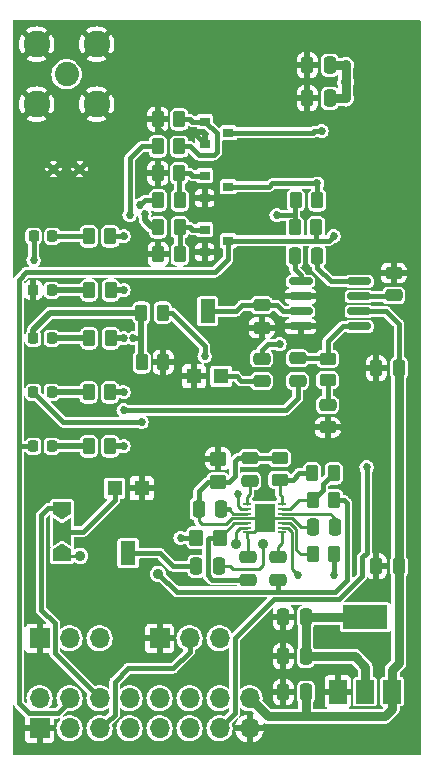
<source format=gtl>
%TF.GenerationSoftware,KiCad,Pcbnew,(6.0.1)*%
%TF.CreationDate,2022-01-31T22:44:08+01:00*%
%TF.ProjectId,TRX_Board,5452585f-426f-4617-9264-2e6b69636164,V 1.0a*%
%TF.SameCoordinates,Original*%
%TF.FileFunction,Copper,L1,Top*%
%TF.FilePolarity,Positive*%
%FSLAX46Y46*%
G04 Gerber Fmt 4.6, Leading zero omitted, Abs format (unit mm)*
G04 Created by KiCad (PCBNEW (6.0.1)) date 2022-01-31 22:44:08*
%MOMM*%
%LPD*%
G01*
G04 APERTURE LIST*
G04 Aperture macros list*
%AMRoundRect*
0 Rectangle with rounded corners*
0 $1 Rounding radius*
0 $2 $3 $4 $5 $6 $7 $8 $9 X,Y pos of 4 corners*
0 Add a 4 corners polygon primitive as box body*
4,1,4,$2,$3,$4,$5,$6,$7,$8,$9,$2,$3,0*
0 Add four circle primitives for the rounded corners*
1,1,$1+$1,$2,$3*
1,1,$1+$1,$4,$5*
1,1,$1+$1,$6,$7*
1,1,$1+$1,$8,$9*
0 Add four rect primitives between the rounded corners*
20,1,$1+$1,$2,$3,$4,$5,0*
20,1,$1+$1,$4,$5,$6,$7,0*
20,1,$1+$1,$6,$7,$8,$9,0*
20,1,$1+$1,$8,$9,$2,$3,0*%
%AMFreePoly0*
4,1,6,1.000000,0.000000,0.500000,-0.750000,-0.500000,-0.750000,-0.500000,0.750000,0.500000,0.750000,1.000000,0.000000,1.000000,0.000000,$1*%
%AMFreePoly1*
4,1,7,0.700000,0.000000,1.200000,-0.750000,-1.200000,-0.750000,-0.700000,0.000000,-1.200000,0.750000,1.200000,0.750000,0.700000,0.000000,0.700000,0.000000,$1*%
G04 Aperture macros list end*
%TA.AperFunction,SMDPad,CuDef*%
%ADD10RoundRect,0.250000X-0.475000X0.250000X-0.475000X-0.250000X0.475000X-0.250000X0.475000X0.250000X0*%
%TD*%
%TA.AperFunction,SMDPad,CuDef*%
%ADD11RoundRect,0.250000X0.250000X0.475000X-0.250000X0.475000X-0.250000X-0.475000X0.250000X-0.475000X0*%
%TD*%
%TA.AperFunction,SMDPad,CuDef*%
%ADD12RoundRect,0.250000X0.475000X-0.250000X0.475000X0.250000X-0.475000X0.250000X-0.475000X-0.250000X0*%
%TD*%
%TA.AperFunction,SMDPad,CuDef*%
%ADD13RoundRect,0.250000X-0.250000X-0.475000X0.250000X-0.475000X0.250000X0.475000X-0.250000X0.475000X0*%
%TD*%
%TA.AperFunction,ComponentPad*%
%ADD14C,2.050000*%
%TD*%
%TA.AperFunction,ComponentPad*%
%ADD15C,2.250000*%
%TD*%
%TA.AperFunction,ComponentPad*%
%ADD16R,1.700000X1.700000*%
%TD*%
%TA.AperFunction,ComponentPad*%
%ADD17O,1.700000X1.700000*%
%TD*%
%TA.AperFunction,SMDPad,CuDef*%
%ADD18R,0.900000X0.800000*%
%TD*%
%TA.AperFunction,SMDPad,CuDef*%
%ADD19RoundRect,0.249999X-0.262501X-0.450001X0.262501X-0.450001X0.262501X0.450001X-0.262501X0.450001X0*%
%TD*%
%TA.AperFunction,SMDPad,CuDef*%
%ADD20RoundRect,0.249999X0.262501X0.450001X-0.262501X0.450001X-0.262501X-0.450001X0.262501X-0.450001X0*%
%TD*%
%TA.AperFunction,SMDPad,CuDef*%
%ADD21RoundRect,0.249999X-0.450001X0.262501X-0.450001X-0.262501X0.450001X-0.262501X0.450001X0.262501X0*%
%TD*%
%TA.AperFunction,SMDPad,CuDef*%
%ADD22RoundRect,0.249999X0.450001X-0.262501X0.450001X0.262501X-0.450001X0.262501X-0.450001X-0.262501X0*%
%TD*%
%TA.AperFunction,SMDPad,CuDef*%
%ADD23R,1.500000X2.000000*%
%TD*%
%TA.AperFunction,SMDPad,CuDef*%
%ADD24R,3.800000X2.000000*%
%TD*%
%TA.AperFunction,SMDPad,CuDef*%
%ADD25RoundRect,0.150000X-0.825000X-0.150000X0.825000X-0.150000X0.825000X0.150000X-0.825000X0.150000X0*%
%TD*%
%TA.AperFunction,SMDPad,CuDef*%
%ADD26R,0.700000X0.250000*%
%TD*%
%TA.AperFunction,SMDPad,CuDef*%
%ADD27R,1.780000X2.350000*%
%TD*%
%TA.AperFunction,SMDPad,CuDef*%
%ADD28R,1.300000X1.300000*%
%TD*%
%TA.AperFunction,SMDPad,CuDef*%
%ADD29R,1.300000X2.000000*%
%TD*%
%TA.AperFunction,SMDPad,CuDef*%
%ADD30RoundRect,0.249999X-0.450001X0.350001X-0.450001X-0.350001X0.450001X-0.350001X0.450001X0.350001X0*%
%TD*%
%TA.AperFunction,SMDPad,CuDef*%
%ADD31RoundRect,0.249999X-0.350001X-0.450001X0.350001X-0.450001X0.350001X0.450001X-0.350001X0.450001X0*%
%TD*%
%TA.AperFunction,SMDPad,CuDef*%
%ADD32RoundRect,0.218750X-0.218750X-0.256250X0.218750X-0.256250X0.218750X0.256250X-0.218750X0.256250X0*%
%TD*%
%TA.AperFunction,SMDPad,CuDef*%
%ADD33FreePoly0,90.000000*%
%TD*%
%TA.AperFunction,SMDPad,CuDef*%
%ADD34FreePoly1,90.000000*%
%TD*%
%TA.AperFunction,SMDPad,CuDef*%
%ADD35FreePoly0,270.000000*%
%TD*%
%TA.AperFunction,ComponentPad*%
%ADD36C,0.610000*%
%TD*%
%TA.AperFunction,ViaPad*%
%ADD37C,0.685800*%
%TD*%
%TA.AperFunction,ViaPad*%
%ADD38C,0.889000*%
%TD*%
%TA.AperFunction,Conductor*%
%ADD39C,0.381000*%
%TD*%
%TA.AperFunction,Conductor*%
%ADD40C,0.762000*%
%TD*%
%TA.AperFunction,Conductor*%
%ADD41C,0.508000*%
%TD*%
%TA.AperFunction,Conductor*%
%ADD42C,0.254000*%
%TD*%
G04 APERTURE END LIST*
D10*
%TO.P,C1,1*%
%TO.N,/AF_TRX*%
X126746000Y-93157000D03*
%TO.P,C1,2*%
%TO.N,Net-(C1-Pad2)*%
X126746000Y-95057000D03*
%TD*%
D11*
%TO.P,C2,1*%
%TO.N,VCC*%
X130490000Y-121412000D03*
%TO.P,C2,2*%
%TO.N,GND*%
X128590000Y-121412000D03*
%TD*%
%TO.P,C3,1*%
%TO.N,VCC*%
X138364000Y-110744000D03*
%TO.P,C3,2*%
%TO.N,GND*%
X136464000Y-110744000D03*
%TD*%
D10*
%TO.P,C4,1*%
%TO.N,Net-(C4-Pad1)*%
X126746000Y-88646000D03*
%TO.P,C4,2*%
%TO.N,GND*%
X126746000Y-90546000D03*
%TD*%
D12*
%TO.P,C5,1*%
%TO.N,Net-(C5-Pad1)*%
X137922000Y-87818000D03*
%TO.P,C5,2*%
%TO.N,GND*%
X137922000Y-85918000D03*
%TD*%
D13*
%TO.P,C6,1*%
%TO.N,Net-(C6-Pad1)*%
X129540000Y-84455000D03*
%TO.P,C6,2*%
%TO.N,Net-(C6-Pad2)*%
X131440000Y-84455000D03*
%TD*%
D11*
%TO.P,C7,1*%
%TO.N,+3V3*%
X130490000Y-115062000D03*
%TO.P,C7,2*%
%TO.N,GND*%
X128590000Y-115062000D03*
%TD*%
D10*
%TO.P,C8,1*%
%TO.N,Net-(C8-Pad1)*%
X132334000Y-97094000D03*
%TO.P,C8,2*%
%TO.N,GND*%
X132334000Y-98994000D03*
%TD*%
D11*
%TO.P,C9,1*%
%TO.N,+3V3*%
X130490000Y-118364000D03*
%TO.P,C9,2*%
%TO.N,GND*%
X128590000Y-118364000D03*
%TD*%
D10*
%TO.P,C10,1*%
%TO.N,Net-(C10-Pad1)*%
X129794000Y-93141800D03*
%TO.P,C10,2*%
%TO.N,/SPKR*%
X129794000Y-95041800D03*
%TD*%
%TO.P,C11,1*%
%TO.N,Net-(C11-Pad1)*%
X125603000Y-109982000D03*
%TO.P,C11,2*%
%TO.N,Net-(C11-Pad2)*%
X125603000Y-111882000D03*
%TD*%
D11*
%TO.P,C12,1*%
%TO.N,+3V3*%
X132522000Y-71120000D03*
%TO.P,C12,2*%
%TO.N,GND*%
X130622000Y-71120000D03*
%TD*%
%TO.P,C13,1*%
%TO.N,+3V3*%
X132522000Y-68326000D03*
%TO.P,C13,2*%
%TO.N,GND*%
X130622000Y-68326000D03*
%TD*%
%TO.P,C14,1*%
%TO.N,VCC*%
X138364000Y-93980000D03*
%TO.P,C14,2*%
%TO.N,GND*%
X136464000Y-93980000D03*
%TD*%
D10*
%TO.P,C15,1*%
%TO.N,Net-(C15-Pad1)*%
X128143000Y-109982000D03*
%TO.P,C15,2*%
%TO.N,/MIC-AMP_IN*%
X128143000Y-111882000D03*
%TD*%
%TO.P,C16,1*%
%TO.N,Net-(C11-Pad1)*%
X125730000Y-101600000D03*
%TO.P,C16,2*%
%TO.N,Net-(C16-Pad2)*%
X125730000Y-103500000D03*
%TD*%
D11*
%TO.P,C17,1*%
%TO.N,Net-(C17-Pad1)*%
X132964000Y-107442000D03*
%TO.P,C17,2*%
%TO.N,Net-(C11-Pad1)*%
X131064000Y-107442000D03*
%TD*%
%TO.P,C18,1*%
%TO.N,Net-(C18-Pad1)*%
X123317000Y-105918000D03*
%TO.P,C18,2*%
%TO.N,Net-(C11-Pad1)*%
X121417000Y-105918000D03*
%TD*%
%TO.P,C19,1*%
%TO.N,Net-(C19-Pad1)*%
X123124000Y-110744000D03*
%TO.P,C19,2*%
%TO.N,Net-(C19-Pad2)*%
X121224000Y-110744000D03*
%TD*%
D14*
%TO.P,J2,1,In*%
%TO.N,Net-(FL1-Pad3)*%
X110236000Y-69088000D03*
D15*
%TO.P,J2,2,Ext*%
%TO.N,GND*%
X107696000Y-66548000D03*
X112776000Y-71628000D03*
X112776000Y-66548000D03*
X107696000Y-71628000D03*
%TD*%
D16*
%TO.P,J3,1,Pin_1*%
%TO.N,GND*%
X107950000Y-116840000D03*
D17*
%TO.P,J3,2,Pin_2*%
%TO.N,/MIC_GAIN*%
X110490000Y-116840000D03*
%TO.P,J3,3,Pin_3*%
%TO.N,+3V3*%
X113030000Y-116840000D03*
%TD*%
D18*
%TO.P,Q1,1,G*%
%TO.N,Net-(Q1-Pad1)*%
X121936000Y-73091000D03*
%TO.P,Q1,2,S*%
%TO.N,GND*%
X121936000Y-74991000D03*
%TO.P,Q1,3,D*%
%TO.N,Net-(Q1-Pad3)*%
X123936000Y-74041000D03*
%TD*%
%TO.P,Q2,1,G*%
%TO.N,Net-(Q2-Pad1)*%
X121920000Y-77663000D03*
%TO.P,Q2,2,S*%
%TO.N,GND*%
X121920000Y-79563000D03*
%TO.P,Q2,3,D*%
%TO.N,/-SLEEP*%
X123920000Y-78613000D03*
%TD*%
%TO.P,Q3,1,G*%
%TO.N,Net-(Q3-Pad1)*%
X121920000Y-82235000D03*
%TO.P,Q3,2,S*%
%TO.N,GND*%
X121920000Y-84135000D03*
%TO.P,Q3,3,D*%
%TO.N,/-PTT*%
X123920000Y-83185000D03*
%TD*%
D19*
%TO.P,R1,1*%
%TO.N,+3V3*%
X129540000Y-82042000D03*
%TO.P,R1,2*%
%TO.N,/-PTT*%
X131365000Y-82042000D03*
%TD*%
D20*
%TO.P,R2,1*%
%TO.N,Net-(Q3-Pad1)*%
X119808000Y-82042000D03*
%TO.P,R2,2*%
%TO.N,/\u002APTT*%
X117983000Y-82042000D03*
%TD*%
%TO.P,R3,1*%
%TO.N,Net-(Q1-Pad1)*%
X119784500Y-75184000D03*
%TO.P,R3,2*%
%TO.N,/\u002ARFPWR*%
X117959500Y-75184000D03*
%TD*%
%TO.P,R4,1*%
%TO.N,/-SLEEP*%
X131468500Y-79756000D03*
%TO.P,R4,2*%
%TO.N,+3V3*%
X129643500Y-79756000D03*
%TD*%
%TO.P,R5,1*%
%TO.N,Net-(Q2-Pad1)*%
X119808000Y-79756000D03*
%TO.P,R5,2*%
%TO.N,/\u002ASLEEP*%
X117983000Y-79756000D03*
%TD*%
%TO.P,R6,1*%
%TO.N,Net-(Q1-Pad1)*%
X119784500Y-72898000D03*
%TO.P,R6,2*%
%TO.N,GND*%
X117959500Y-72898000D03*
%TD*%
%TO.P,R7,1*%
%TO.N,Net-(Q2-Pad1)*%
X119784500Y-77470000D03*
%TO.P,R7,2*%
%TO.N,GND*%
X117959500Y-77470000D03*
%TD*%
%TO.P,R8,1*%
%TO.N,Net-(Q3-Pad1)*%
X119808000Y-84328000D03*
%TO.P,R8,2*%
%TO.N,GND*%
X117983000Y-84328000D03*
%TD*%
D19*
%TO.P,R9,1*%
%TO.N,/RXD*%
X116562500Y-89281000D03*
%TO.P,R9,2*%
%TO.N,/\u002ARXD*%
X118387500Y-89281000D03*
%TD*%
D21*
%TO.P,R10,1*%
%TO.N,Net-(C10-Pad1)*%
X132334000Y-93169100D03*
%TO.P,R10,2*%
%TO.N,Net-(C8-Pad1)*%
X132334000Y-94994100D03*
%TD*%
D20*
%TO.P,R11,1*%
%TO.N,GND*%
X118411000Y-93472000D03*
%TO.P,R11,2*%
%TO.N,/RXD*%
X116586000Y-93472000D03*
%TD*%
D22*
%TO.P,R12,1*%
%TO.N,Net-(R12-Pad1)*%
X128270000Y-103425000D03*
%TO.P,R12,2*%
%TO.N,Net-(C11-Pad1)*%
X128270000Y-101600000D03*
%TD*%
D19*
%TO.P,R14,1*%
%TO.N,Net-(R13-Pad1)*%
X131064000Y-105156000D03*
%TO.P,R14,2*%
%TO.N,/MIC-AMP_IN*%
X132889000Y-105156000D03*
%TD*%
%TO.P,R15,1*%
%TO.N,Net-(R15-Pad1)*%
X131064000Y-109728000D03*
%TO.P,R15,2*%
%TO.N,/MIC_GAIN*%
X132889000Y-109728000D03*
%TD*%
D23*
%TO.P,U1,1,GND*%
%TO.N,GND*%
X133209000Y-121362000D03*
D24*
%TO.P,U1,2,VO*%
%TO.N,+3V3*%
X135509000Y-115062000D03*
D23*
X135509000Y-121362000D03*
%TO.P,U1,3,VI*%
%TO.N,VCC*%
X137809000Y-121362000D03*
%TD*%
D25*
%TO.P,U2,1,GAIN*%
%TO.N,Net-(C6-Pad1)*%
X130048000Y-86614000D03*
%TO.P,U2,2,-*%
%TO.N,GND*%
X130048000Y-87884000D03*
%TO.P,U2,3,+*%
%TO.N,Net-(C4-Pad1)*%
X130048000Y-89154000D03*
%TO.P,U2,4,GND*%
%TO.N,GND*%
X130048000Y-90424000D03*
%TO.P,U2,5*%
%TO.N,Net-(C10-Pad1)*%
X134998000Y-90424000D03*
%TO.P,U2,6,V+*%
%TO.N,VCC*%
X134998000Y-89154000D03*
%TO.P,U2,7,BYPASS*%
%TO.N,Net-(C5-Pad1)*%
X134998000Y-87884000D03*
%TO.P,U2,8,GAIN*%
%TO.N,Net-(C6-Pad2)*%
X134998000Y-86614000D03*
%TD*%
D26*
%TO.P,U4,1,CT*%
%TO.N,Net-(C16-Pad2)*%
X125525000Y-105480000D03*
%TO.P,U4,2,~{SHDN}*%
%TO.N,/-SLEEP*%
X125525000Y-105880000D03*
%TO.P,U4,3,CG*%
%TO.N,Net-(C18-Pad1)*%
X125525000Y-106280000D03*
%TO.P,U4,4,GND*%
%TO.N,Net-(C11-Pad1)*%
X125525000Y-106680000D03*
%TO.P,U4,5,VDD*%
%TO.N,Net-(C11-Pad2)*%
X125525000Y-107080000D03*
%TO.P,U4,6,MICOUT*%
%TO.N,Net-(U4-Pad6)*%
X125525000Y-107480000D03*
%TO.P,U4,7,GND*%
%TO.N,Net-(C11-Pad1)*%
X125525000Y-107880000D03*
%TO.P,U4,8,MICIN*%
%TO.N,Net-(C15-Pad1)*%
X128475000Y-107880000D03*
%TO.P,U4,9,A/R*%
%TO.N,/MIC_AR*%
X128475000Y-107480000D03*
%TO.P,U4,10,GAIN*%
%TO.N,Net-(R15-Pad1)*%
X128475000Y-107080000D03*
%TO.P,U4,11,GND*%
%TO.N,Net-(C11-Pad1)*%
X128475000Y-106680000D03*
%TO.P,U4,12,BIAS*%
%TO.N,Net-(C17-Pad1)*%
X128475000Y-106280000D03*
%TO.P,U4,13,MICBIAS*%
%TO.N,Net-(R13-Pad1)*%
X128475000Y-105880000D03*
%TO.P,U4,14,TH*%
%TO.N,Net-(R12-Pad1)*%
X128475000Y-105480000D03*
D27*
%TO.P,U4,15,GND*%
%TO.N,Net-(C11-Pad1)*%
X127000000Y-106680000D03*
%TD*%
D28*
%TO.P,RV1,1,1*%
%TO.N,Net-(C1-Pad2)*%
X123324000Y-94654000D03*
D29*
%TO.P,RV1,2,2*%
%TO.N,Net-(C4-Pad1)*%
X122174000Y-89154000D03*
D28*
%TO.P,RV1,3,3*%
%TO.N,GND*%
X121024000Y-94654000D03*
%TD*%
%TO.P,RV2,1,1*%
%TO.N,/TRX_MIC*%
X114300000Y-104140000D03*
D29*
%TO.P,RV2,2,2*%
%TO.N,Net-(C19-Pad2)*%
X115450000Y-109640000D03*
D28*
%TO.P,RV2,3,3*%
%TO.N,GND*%
X116600000Y-104140000D03*
%TD*%
D30*
%TO.P,L1,1,1*%
%TO.N,GND*%
X123063000Y-101632000D03*
%TO.P,L1,2,2*%
%TO.N,Net-(C11-Pad1)*%
X123063000Y-103632000D03*
%TD*%
D31*
%TO.P,L2,1,1*%
%TO.N,+3V3*%
X121190000Y-108331000D03*
%TO.P,L2,2,2*%
%TO.N,Net-(C11-Pad2)*%
X123190000Y-108331000D03*
%TD*%
D32*
%TO.P,D1,1,K*%
%TO.N,/RXD*%
X107416500Y-91440000D03*
%TO.P,D1,2,A*%
%TO.N,Net-(D1-Pad2)*%
X108991500Y-91440000D03*
%TD*%
%TO.P,D3,1,K*%
%TO.N,/-PTT*%
X107416500Y-100584000D03*
%TO.P,D3,2,A*%
%TO.N,Net-(D3-Pad2)*%
X108991500Y-100584000D03*
%TD*%
%TO.P,D4,1,K*%
%TO.N,/SQ*%
X107442000Y-82804000D03*
%TO.P,D4,2,A*%
%TO.N,Net-(D4-Pad2)*%
X109017000Y-82804000D03*
%TD*%
%TO.P,D5,1,K*%
%TO.N,GND*%
X107416500Y-87376000D03*
%TO.P,D5,2,A*%
%TO.N,Net-(D5-Pad2)*%
X108991500Y-87376000D03*
%TD*%
D19*
%TO.P,R16,1*%
%TO.N,Net-(D1-Pad2)*%
X112141000Y-91440000D03*
%TO.P,R16,2*%
%TO.N,+3V3*%
X113966000Y-91440000D03*
%TD*%
%TO.P,R17,1*%
%TO.N,Net-(D2-Pad2)*%
X112094000Y-96012000D03*
%TO.P,R17,2*%
%TO.N,+3V3*%
X113919000Y-96012000D03*
%TD*%
%TO.P,R19,1*%
%TO.N,Net-(D4-Pad2)*%
X112117500Y-82804000D03*
%TO.P,R19,2*%
%TO.N,+3V3*%
X113942500Y-82804000D03*
%TD*%
%TO.P,R20,1*%
%TO.N,Net-(D5-Pad2)*%
X112141000Y-87376000D03*
%TO.P,R20,2*%
%TO.N,+3V3*%
X113966000Y-87376000D03*
%TD*%
D16*
%TO.P,J1,1,Pin_1*%
%TO.N,GND*%
X107950000Y-124460000D03*
D17*
%TO.P,J1,2,Pin_2*%
%TO.N,/MIC-AMP_IN*%
X107950000Y-121920000D03*
%TO.P,J1,3,Pin_3*%
%TO.N,/SPKR*%
X110490000Y-124460000D03*
%TO.P,J1,4,Pin_4*%
%TO.N,/-PTT*%
X110490000Y-121920000D03*
%TO.P,J1,5,Pin_5*%
%TO.N,/MIC_AR*%
X113030000Y-124460000D03*
%TO.P,J1,6,Pin_6*%
%TO.N,/MIC-DIGI_IN*%
X113030000Y-121920000D03*
%TO.P,J1,7,Pin_7*%
%TO.N,/MIC_GAIN*%
X115570000Y-124460000D03*
%TO.P,J1,8,Pin_8*%
%TO.N,+3V3*%
X115570000Y-121920000D03*
%TO.P,J1,9,Pin_9*%
%TO.N,/\u002APTT*%
X118110000Y-124460000D03*
%TO.P,J1,10,Pin_10*%
%TO.N,/\u002ATXD*%
X118110000Y-121920000D03*
%TO.P,J1,11,Pin_11*%
%TO.N,/\u002ARFPWR*%
X120650000Y-124460000D03*
%TO.P,J1,12,Pin_12*%
%TO.N,/\u002ARXD*%
X120650000Y-121920000D03*
%TO.P,J1,13,Pin_13*%
%TO.N,/SQ*%
X123190000Y-124460000D03*
%TO.P,J1,14,Pin_14*%
%TO.N,/\u002ASLEEP*%
X123190000Y-121920000D03*
%TO.P,J1,15,Pin_15*%
%TO.N,GND*%
X125730000Y-124460000D03*
%TO.P,J1,16,Pin_16*%
%TO.N,VCC*%
X125730000Y-121920000D03*
%TD*%
D16*
%TO.P,J4,1,Pin_1*%
%TO.N,GND*%
X118110000Y-116840000D03*
D17*
%TO.P,J4,2,Pin_2*%
%TO.N,/MIC_AR*%
X120650000Y-116840000D03*
%TO.P,J4,3,Pin_3*%
%TO.N,+3V3*%
X123190000Y-116840000D03*
%TD*%
D32*
%TO.P,D2,1,K*%
%TO.N,/\u002ATXD*%
X107416500Y-96012000D03*
%TO.P,D2,2,A*%
%TO.N,Net-(D2-Pad2)*%
X108991500Y-96012000D03*
%TD*%
D20*
%TO.P,R13,1*%
%TO.N,Net-(R13-Pad1)*%
X132842000Y-102870000D03*
%TO.P,R13,2*%
%TO.N,Net-(R12-Pad1)*%
X131017000Y-102870000D03*
%TD*%
D19*
%TO.P,R18,1*%
%TO.N,Net-(D3-Pad2)*%
X112117500Y-100584000D03*
%TO.P,R18,2*%
%TO.N,+3V3*%
X113942500Y-100584000D03*
%TD*%
D33*
%TO.P,J5,1,Pin_1*%
%TO.N,Net-(U4-Pad6)*%
X109855000Y-109823000D03*
D34*
%TO.P,J5,2,Pin_2*%
%TO.N,/TRX_MIC*%
X109855000Y-107823000D03*
D35*
%TO.P,J5,3,Pin_3*%
%TO.N,/MIC-DIGI_IN*%
X109855000Y-105823000D03*
%TD*%
D36*
%TO.P,FL1,2,GND*%
%TO.N,GND*%
X109131000Y-77115000D03*
%TO.P,FL1,4,GND*%
X111341000Y-77115000D03*
%TD*%
D37*
%TO.N,/AF_TRX*%
X128270000Y-91948000D03*
D38*
%TO.N,GND*%
X124714000Y-69723000D03*
D37*
X131216400Y-119888000D03*
D38*
X124714000Y-68326000D03*
D37*
X128587500Y-116713000D03*
X128651000Y-119888000D03*
X133197600Y-119532400D03*
D38*
X124714000Y-71120000D03*
X129286000Y-71120000D03*
X129286000Y-68326000D03*
X129286000Y-69723000D03*
D37*
%TO.N,+3V3*%
X115062000Y-91440000D03*
X132842000Y-115062000D03*
D38*
X133858000Y-69723000D03*
X133858000Y-68326000D03*
D37*
X135509000Y-119507000D03*
X115062000Y-82804000D03*
X115062000Y-100584000D03*
X115062000Y-96012000D03*
X115062000Y-87376000D03*
X131699000Y-115062000D03*
D38*
X133858000Y-71120000D03*
D37*
X133731000Y-118364000D03*
X119888000Y-108331000D03*
X128016000Y-81026000D03*
X131648200Y-118364000D03*
%TO.N,/SPKR*%
X115062000Y-97536000D03*
D38*
%TO.N,/MIC-AMP_IN*%
X117983000Y-111379000D03*
%TO.N,Net-(C19-Pad1)*%
X126873000Y-108839000D03*
D37*
%TO.N,/-PTT*%
X132842000Y-82804000D03*
%TO.N,/MIC_AR*%
X129794000Y-111506000D03*
%TO.N,/MIC_GAIN*%
X132889000Y-111459000D03*
%TO.N,/\u002APTT*%
X116840000Y-80899000D03*
%TO.N,/\u002ATXD*%
X116586000Y-98552000D03*
%TO.N,/\u002ARFPWR*%
X115570000Y-81026000D03*
%TO.N,/\u002ARXD*%
X121920000Y-92964000D03*
%TO.N,/\u002ASLEEP*%
X116459000Y-80137000D03*
%TO.N,Net-(Q1-Pad3)*%
X131826000Y-73914000D03*
%TO.N,/-SLEEP*%
X131468500Y-78335500D03*
X124714000Y-104648000D03*
D38*
%TO.N,Net-(U4-Pad6)*%
X111379000Y-109855000D03*
X124587000Y-108839000D03*
D37*
%TO.N,/SQ*%
X107442000Y-84836000D03*
X135636000Y-102362000D03*
%TO.N,/RXD*%
X115874303Y-91440000D03*
%TD*%
D39*
%TO.N,/AF_TRX*%
X126746000Y-92456000D02*
X127254000Y-91948000D01*
X126746000Y-93157000D02*
X126746000Y-92456000D01*
X127254000Y-91948000D02*
X128270000Y-91948000D01*
%TO.N,Net-(C1-Pad2)*%
X125029000Y-95057000D02*
X126746000Y-95057000D01*
X124626000Y-94654000D02*
X125029000Y-95057000D01*
X123324000Y-94654000D02*
X124626000Y-94654000D01*
%TO.N,VCC*%
X138364000Y-90231000D02*
X138364000Y-93980000D01*
D40*
X138364000Y-118938000D02*
X137809000Y-119493000D01*
X137160000Y-123444000D02*
X130429000Y-123444000D01*
D39*
X134998000Y-89154000D02*
X137287000Y-89154000D01*
D40*
X130429000Y-123444000D02*
X127254000Y-123444000D01*
X137809000Y-119493000D02*
X137809000Y-121362000D01*
X130490000Y-123383000D02*
X130429000Y-123444000D01*
X138364000Y-110744000D02*
X138364000Y-118938000D01*
X137809000Y-121362000D02*
X137809000Y-122795000D01*
X137809000Y-122795000D02*
X137160000Y-123444000D01*
D39*
X137287000Y-89154000D02*
X138364000Y-90231000D01*
D40*
X130490000Y-121412000D02*
X130490000Y-123383000D01*
X127254000Y-123444000D02*
X125730000Y-121920000D01*
X138364000Y-110744000D02*
X138364000Y-94168000D01*
D39*
%TO.N,GND*%
X117959500Y-72898000D02*
X117959500Y-73636500D01*
X118364000Y-74041000D02*
X120986000Y-74041000D01*
X120986000Y-74041000D02*
X121936000Y-74991000D01*
X117959500Y-73636500D02*
X118364000Y-74041000D01*
%TO.N,Net-(C4-Pad1)*%
X124587000Y-89154000D02*
X125095000Y-88646000D01*
X128524000Y-89154000D02*
X128016000Y-88646000D01*
X122174000Y-89154000D02*
X124587000Y-89154000D01*
X130048000Y-89154000D02*
X128524000Y-89154000D01*
X128016000Y-88646000D02*
X126746000Y-88646000D01*
X125095000Y-88646000D02*
X126746000Y-88646000D01*
%TO.N,Net-(C5-Pad1)*%
X134998000Y-87884000D02*
X137856000Y-87884000D01*
X137856000Y-87884000D02*
X137922000Y-87818000D01*
%TO.N,Net-(C6-Pad1)*%
X130048000Y-86106000D02*
X129540000Y-85598000D01*
X129540000Y-85598000D02*
X129540000Y-84455000D01*
X130048000Y-86614000D02*
X130048000Y-86106000D01*
%TO.N,Net-(C6-Pad2)*%
X131440000Y-85466000D02*
X131440000Y-84455000D01*
X134998000Y-86614000D02*
X132588000Y-86614000D01*
X132588000Y-86614000D02*
X131440000Y-85466000D01*
D40*
%TO.N,+3V3*%
X132842000Y-115062000D02*
X135509000Y-115062000D01*
X131826000Y-115062000D02*
X132842000Y-115062000D01*
X131826000Y-118364000D02*
X132842000Y-118364000D01*
X132842000Y-118364000D02*
X134620000Y-118364000D01*
X135509000Y-119761000D02*
X135509000Y-121362000D01*
D39*
X129540000Y-82042000D02*
X129540000Y-81026000D01*
D41*
X113942500Y-100584000D02*
X115062000Y-100584000D01*
X113966000Y-91440000D02*
X115062000Y-91440000D01*
D39*
X121190000Y-108331000D02*
X119888000Y-108331000D01*
D41*
X113919000Y-96012000D02*
X115062000Y-96012000D01*
D40*
X130490000Y-118364000D02*
X130490000Y-115062000D01*
X133858000Y-68326000D02*
X133858000Y-69723000D01*
D39*
X113942500Y-82804000D02*
X115165500Y-82804000D01*
D40*
X132522000Y-68326000D02*
X133858000Y-68326000D01*
X133858000Y-69723000D02*
X133858000Y-71120000D01*
X132522000Y-71120000D02*
X133858000Y-71120000D01*
X134620000Y-118364000D02*
X135509000Y-119253000D01*
D41*
X113966000Y-87376000D02*
X115062000Y-87376000D01*
D39*
X129540000Y-81026000D02*
X129540000Y-79859500D01*
X128016000Y-81026000D02*
X129540000Y-81026000D01*
X129540000Y-79859500D02*
X129643500Y-79756000D01*
D40*
X130490000Y-118364000D02*
X131826000Y-118364000D01*
D39*
X129540000Y-82169000D02*
X129540000Y-81026000D01*
D40*
X130490000Y-115062000D02*
X131826000Y-115062000D01*
X135509000Y-119253000D02*
X135509000Y-119761000D01*
D39*
%TO.N,Net-(C8-Pad1)*%
X132334000Y-97094000D02*
X132334000Y-94994100D01*
%TO.N,Net-(C10-Pad1)*%
X132334000Y-91694000D02*
X132334000Y-93169100D01*
X129794000Y-93141800D02*
X132306700Y-93141800D01*
X134998000Y-90424000D02*
X133604000Y-90424000D01*
X133604000Y-90424000D02*
X132334000Y-91694000D01*
X132306700Y-93141800D02*
X132334000Y-93169100D01*
%TO.N,/SPKR*%
X129794000Y-95041800D02*
X129794000Y-96520000D01*
X129794000Y-96520000D02*
X128778000Y-97536000D01*
X128778000Y-97536000D02*
X115062000Y-97536000D01*
D42*
%TO.N,Net-(C15-Pad1)*%
X128143000Y-109093000D02*
X128475000Y-108761000D01*
X128143000Y-109982000D02*
X128143000Y-109093000D01*
X128475000Y-108761000D02*
X128475000Y-107880000D01*
D39*
%TO.N,/MIC-AMP_IN*%
X119571000Y-112903000D02*
X128143000Y-112903000D01*
X132969000Y-112903000D02*
X128143000Y-112903000D01*
X133985000Y-111887000D02*
X132969000Y-112903000D01*
X133985000Y-105410000D02*
X133985000Y-111887000D01*
X133731000Y-105156000D02*
X133985000Y-105410000D01*
X132889000Y-105156000D02*
X133731000Y-105156000D01*
X128143000Y-111882000D02*
X128143000Y-112903000D01*
X117983000Y-111379000D02*
X119571000Y-112903000D01*
D42*
%TO.N,Net-(C16-Pad2)*%
X125730000Y-104648000D02*
X125730000Y-103500000D01*
X125525000Y-105480000D02*
X125525000Y-104853000D01*
X125525000Y-104853000D02*
X125730000Y-104648000D01*
%TO.N,Net-(C17-Pad1)*%
X132964000Y-107442000D02*
X132964000Y-106675000D01*
X132571009Y-106282009D02*
X128475000Y-106282009D01*
X132964000Y-106675000D02*
X132571009Y-106282009D01*
D39*
%TO.N,Net-(C18-Pad1)*%
X123317000Y-105918000D02*
X123952000Y-105918000D01*
D42*
X123952000Y-105918000D02*
X124314000Y-106280000D01*
X124314000Y-106280000D02*
X125525000Y-106280000D01*
%TO.N,Net-(C19-Pad1)*%
X126873000Y-110617000D02*
X126492000Y-110998000D01*
X126873000Y-108839000D02*
X126873000Y-110617000D01*
X124079000Y-110744000D02*
X123124000Y-110744000D01*
X124333000Y-110998000D02*
X124079000Y-110744000D01*
X126492000Y-110998000D02*
X124333000Y-110998000D01*
D39*
%TO.N,Net-(C19-Pad2)*%
X119253000Y-110744000D02*
X118149000Y-109640000D01*
X118149000Y-109640000D02*
X115450000Y-109640000D01*
X121224000Y-110744000D02*
X119253000Y-110744000D01*
%TO.N,/MIC-DIGI_IN*%
X109220000Y-118110000D02*
X109220000Y-115570000D01*
X108077000Y-114427000D02*
X108077000Y-106426000D01*
X108077000Y-106426000D02*
X108680000Y-105823000D01*
X108680000Y-105823000D02*
X109855000Y-105823000D01*
X113030000Y-121920000D02*
X109220000Y-118110000D01*
X109220000Y-115570000D02*
X108077000Y-114427000D01*
%TO.N,/-PTT*%
X107061000Y-123190000D02*
X106172000Y-122301000D01*
X109474000Y-123190000D02*
X107061000Y-123190000D01*
X122809000Y-85852000D02*
X106807000Y-85852000D01*
X132842000Y-82804000D02*
X132461000Y-83185000D01*
X106299000Y-100584000D02*
X106172000Y-100457000D01*
X123920000Y-83185000D02*
X123920000Y-84709000D01*
X106807000Y-85852000D02*
X106172000Y-86487000D01*
X110490000Y-122174000D02*
X109474000Y-123190000D01*
X131365000Y-82042000D02*
X131365000Y-83105000D01*
X131365000Y-83105000D02*
X131445000Y-83185000D01*
X123920000Y-84709000D02*
X122809000Y-85852000D01*
X106172000Y-122301000D02*
X106172000Y-100457000D01*
X107416500Y-100584000D02*
X106299000Y-100584000D01*
X131445000Y-83185000D02*
X130937000Y-83185000D01*
X132461000Y-83185000D02*
X131445000Y-83185000D01*
X123920000Y-83185000D02*
X130937000Y-83185000D01*
X106172000Y-86487000D02*
X106172000Y-100457000D01*
%TO.N,/MIC_AR*%
X119253000Y-119380000D02*
X120650000Y-117983000D01*
X114300000Y-120523000D02*
X115443000Y-119380000D01*
D42*
X129286000Y-107823000D02*
X129286000Y-110998000D01*
X129286000Y-110998000D02*
X129794000Y-111506000D01*
D39*
X114300000Y-123317000D02*
X114300000Y-120523000D01*
X113030000Y-124460000D02*
X114300000Y-123317000D01*
X115443000Y-119380000D02*
X119253000Y-119380000D01*
D42*
X129032000Y-107569000D02*
X129286000Y-107823000D01*
X128943000Y-107480000D02*
X129032000Y-107569000D01*
D39*
X120650000Y-117983000D02*
X120650000Y-116840000D01*
D42*
X128475000Y-107480000D02*
X128943000Y-107480000D01*
D39*
%TO.N,/MIC_GAIN*%
X132889000Y-109728000D02*
X132889000Y-111459000D01*
D41*
%TO.N,/\u002APTT*%
X116840000Y-81407000D02*
X116840000Y-80899000D01*
X117983000Y-82042000D02*
X117475000Y-82042000D01*
X117475000Y-82042000D02*
X116840000Y-81407000D01*
D39*
%TO.N,/\u002ATXD*%
X109956500Y-98552000D02*
X116586000Y-98552000D01*
X107416500Y-96012000D02*
X109956500Y-98552000D01*
%TO.N,/\u002ARFPWR*%
X115570000Y-81026000D02*
X115570000Y-76200000D01*
X116586000Y-75184000D02*
X117959500Y-75184000D01*
X115570000Y-76200000D02*
X116586000Y-75184000D01*
%TO.N,/\u002ARXD*%
X119126000Y-89281000D02*
X121920000Y-92075000D01*
X121920000Y-92075000D02*
X121920000Y-92964000D01*
X118387500Y-89281000D02*
X119126000Y-89281000D01*
%TO.N,/\u002ASLEEP*%
X116840000Y-79756000D02*
X116459000Y-80137000D01*
X117983000Y-79756000D02*
X116840000Y-79756000D01*
%TO.N,Net-(Q1-Pad3)*%
X123936000Y-74041000D02*
X131064000Y-74041000D01*
X131064000Y-74041000D02*
X131191000Y-73914000D01*
X131191000Y-73914000D02*
X131826000Y-73914000D01*
%TO.N,Net-(Q1-Pad1)*%
X119784500Y-72898000D02*
X120650000Y-72898000D01*
X122682000Y-75946000D02*
X122936000Y-75692000D01*
X122936000Y-75692000D02*
X122936000Y-74091000D01*
X120843000Y-73091000D02*
X121936000Y-73091000D01*
X121412000Y-75946000D02*
X122682000Y-75946000D01*
X122936000Y-74091000D02*
X121936000Y-73091000D01*
X120650000Y-72898000D02*
X120843000Y-73091000D01*
X119784500Y-75184000D02*
X120650000Y-75184000D01*
X120650000Y-75184000D02*
X121412000Y-75946000D01*
%TO.N,Net-(Q2-Pad1)*%
X119784500Y-77470000D02*
X119784500Y-79732500D01*
X120843000Y-77663000D02*
X121920000Y-77663000D01*
X119784500Y-77470000D02*
X120650000Y-77470000D01*
X119784500Y-79732500D02*
X119808000Y-79756000D01*
X120650000Y-77470000D02*
X120843000Y-77663000D01*
D42*
%TO.N,/-SLEEP*%
X124714000Y-105601202D02*
X124714000Y-104648000D01*
D39*
X123920000Y-78613000D02*
X127381000Y-78613000D01*
X127658500Y-78335500D02*
X131468500Y-78335500D01*
D42*
X124992798Y-105880000D02*
X124714000Y-105601202D01*
X125525000Y-105880000D02*
X124992798Y-105880000D01*
D39*
X127381000Y-78613000D02*
X127658500Y-78335500D01*
X131468500Y-79756000D02*
X131468500Y-78335500D01*
%TO.N,Net-(Q3-Pad1)*%
X120843000Y-82235000D02*
X121920000Y-82235000D01*
X119808000Y-82042000D02*
X120650000Y-82042000D01*
X120650000Y-82042000D02*
X120843000Y-82235000D01*
X119808000Y-84328000D02*
X119808000Y-82042000D01*
D42*
%TO.N,Net-(R12-Pad1)*%
X128270000Y-104648000D02*
X128270000Y-103425000D01*
D39*
X129366000Y-103425000D02*
X129921000Y-102870000D01*
D42*
X128475000Y-105480000D02*
X128475000Y-104853000D01*
D39*
X128270000Y-103425000D02*
X129366000Y-103425000D01*
X129921000Y-102870000D02*
X131017000Y-102870000D01*
D42*
X128475000Y-104853000D02*
X128270000Y-104648000D01*
%TO.N,Net-(R13-Pad1)*%
X128486000Y-105880000D02*
X128506999Y-105900999D01*
D39*
X131064000Y-105156000D02*
X131953000Y-104267000D01*
X131953000Y-103759000D02*
X132842000Y-102870000D01*
D42*
X128475000Y-105880000D02*
X128486000Y-105880000D01*
D39*
X131953000Y-104267000D02*
X131953000Y-103759000D01*
D42*
X129921000Y-105156000D02*
X131064000Y-105156000D01*
X128506999Y-105900999D02*
X129176001Y-105900999D01*
X129176001Y-105900999D02*
X129921000Y-105156000D01*
%TO.N,Net-(R15-Pad1)*%
X129667000Y-109347000D02*
X130048000Y-109728000D01*
X128475000Y-107080000D02*
X129178000Y-107080000D01*
X129667000Y-107569000D02*
X129667000Y-109347000D01*
X130048000Y-109728000D02*
X131064000Y-109728000D01*
X129178000Y-107080000D02*
X129667000Y-107569000D01*
%TO.N,Net-(U4-Pad6)*%
X124587000Y-107835978D02*
X124587000Y-108839000D01*
X111379000Y-109855000D02*
X109887000Y-109855000D01*
X109887000Y-109855000D02*
X109855000Y-109823000D01*
X124942978Y-107480000D02*
X124587000Y-107835978D01*
X125525000Y-107480000D02*
X124942978Y-107480000D01*
D39*
%TO.N,/TRX_MIC*%
X111633000Y-107823000D02*
X114300000Y-105156000D01*
X109855000Y-107823000D02*
X111633000Y-107823000D01*
X114300000Y-105156000D02*
X114300000Y-104140000D01*
%TO.N,/SQ*%
X124460000Y-123190000D02*
X124460000Y-116840000D01*
X135255000Y-109982000D02*
X135636000Y-109601000D01*
X123190000Y-124460000D02*
X124460000Y-123190000D01*
X133261784Y-113538000D02*
X135255000Y-111544784D01*
X107442000Y-82804000D02*
X107442000Y-84836000D01*
X127762000Y-113538000D02*
X133261784Y-113538000D01*
X124460000Y-116840000D02*
X127762000Y-113538000D01*
X135255000Y-111544784D02*
X135255000Y-109982000D01*
X135636000Y-109601000D02*
X135636000Y-102362000D01*
D41*
%TO.N,Net-(D1-Pad2)*%
X108991500Y-91440000D02*
X112141000Y-91440000D01*
%TO.N,Net-(D2-Pad2)*%
X108991500Y-96012000D02*
X112094000Y-96012000D01*
%TO.N,Net-(D3-Pad2)*%
X108991500Y-100584000D02*
X112117500Y-100584000D01*
D39*
%TO.N,Net-(D4-Pad2)*%
X109017000Y-82804000D02*
X112117500Y-82804000D01*
D41*
%TO.N,Net-(D5-Pad2)*%
X108991500Y-87376000D02*
X112141000Y-87376000D01*
%TO.N,/RXD*%
X116562500Y-93448500D02*
X116586000Y-93472000D01*
X116562500Y-91463500D02*
X116562500Y-93448500D01*
D39*
X115874303Y-91440000D02*
X116539000Y-91440000D01*
X116539000Y-91440000D02*
X116562500Y-91463500D01*
D41*
X108839000Y-89281000D02*
X116562500Y-89281000D01*
X107416500Y-90703500D02*
X108839000Y-89281000D01*
X107416500Y-91440000D02*
X107416500Y-90703500D01*
X116562500Y-89281000D02*
X116562500Y-91463500D01*
D39*
%TO.N,Net-(C11-Pad2)*%
X122174000Y-111506000D02*
X122550000Y-111882000D01*
X122174000Y-108458000D02*
X122174000Y-111506000D01*
D42*
X124441000Y-107080000D02*
X125525000Y-107080000D01*
D39*
X122550000Y-111882000D02*
X125603000Y-111882000D01*
D42*
X123190000Y-108331000D02*
X124441000Y-107080000D01*
D39*
X122301000Y-108331000D02*
X122174000Y-108458000D01*
X123190000Y-108331000D02*
X122301000Y-108331000D01*
%TO.N,Net-(C11-Pad1)*%
X124460000Y-101854000D02*
X124714000Y-101600000D01*
X121417000Y-105918000D02*
X121417000Y-104389000D01*
X125730000Y-101600000D02*
X128270000Y-101600000D01*
X124460000Y-103124000D02*
X124460000Y-101854000D01*
D42*
X124206000Y-106680000D02*
X123698000Y-107188000D01*
X126129000Y-107880000D02*
X127000000Y-107009000D01*
D39*
X127000000Y-107009000D02*
X127000000Y-106680000D01*
X124714000Y-101600000D02*
X125730000Y-101600000D01*
D42*
X125603000Y-109982000D02*
X125603000Y-108458000D01*
D39*
X123063000Y-103632000D02*
X123952000Y-103632000D01*
D42*
X125525000Y-106680000D02*
X127000000Y-106680000D01*
X121417000Y-106939000D02*
X121417000Y-105918000D01*
X125525000Y-107880000D02*
X126129000Y-107880000D01*
X128475000Y-106680000D02*
X129316828Y-106680000D01*
X125525000Y-108380000D02*
X125525000Y-107880000D01*
X129316828Y-106680000D02*
X130078828Y-107442000D01*
X125603000Y-108458000D02*
X125525000Y-108380000D01*
X130078828Y-107442000D02*
X131064000Y-107442000D01*
X121666000Y-107188000D02*
X121417000Y-106939000D01*
X125525000Y-106680000D02*
X124206000Y-106680000D01*
D39*
X122174000Y-103632000D02*
X123063000Y-103632000D01*
D42*
X123698000Y-107188000D02*
X121666000Y-107188000D01*
X127000000Y-106680000D02*
X128475000Y-106680000D01*
D39*
X123952000Y-103632000D02*
X124460000Y-103124000D01*
X121417000Y-104389000D02*
X122174000Y-103632000D01*
%TD*%
%TA.AperFunction,Conductor*%
%TO.N,GND*%
G36*
X140189694Y-64534306D02*
G01*
X140208000Y-64578500D01*
X140208000Y-126683500D01*
X140189694Y-126727694D01*
X140145500Y-126746000D01*
X105726500Y-126746000D01*
X105682306Y-126727694D01*
X105664000Y-126683500D01*
X105664000Y-125343831D01*
X106719000Y-125343831D01*
X106719332Y-125348362D01*
X106729317Y-125416192D01*
X106732165Y-125425359D01*
X106783650Y-125530220D01*
X106789578Y-125538502D01*
X106872038Y-125620819D01*
X106880333Y-125626735D01*
X106985288Y-125678038D01*
X106994452Y-125680870D01*
X107061644Y-125690672D01*
X107066157Y-125691000D01*
X107683569Y-125691000D01*
X107692359Y-125687359D01*
X107696000Y-125678569D01*
X108204000Y-125678569D01*
X108207641Y-125687359D01*
X108216431Y-125691000D01*
X108833831Y-125691000D01*
X108838362Y-125690668D01*
X108906192Y-125680683D01*
X108915359Y-125677835D01*
X109020220Y-125626350D01*
X109028502Y-125620422D01*
X109110819Y-125537962D01*
X109116735Y-125529667D01*
X109168038Y-125424712D01*
X109170870Y-125415548D01*
X109180672Y-125348356D01*
X109181000Y-125343843D01*
X109181000Y-124726431D01*
X109177359Y-124717641D01*
X109168569Y-124714000D01*
X108216431Y-124714000D01*
X108207641Y-124717641D01*
X108204000Y-124726431D01*
X108204000Y-125678569D01*
X107696000Y-125678569D01*
X107696000Y-124726431D01*
X107692359Y-124717641D01*
X107683569Y-124714000D01*
X106731431Y-124714000D01*
X106722641Y-124717641D01*
X106719000Y-124726431D01*
X106719000Y-125343831D01*
X105664000Y-125343831D01*
X105664000Y-122545707D01*
X105682306Y-122501513D01*
X105726500Y-122483207D01*
X105770694Y-122501513D01*
X105782841Y-122518652D01*
X105797368Y-122548903D01*
X105799792Y-122553952D01*
X105802962Y-122557382D01*
X105803995Y-122558901D01*
X105804347Y-122559491D01*
X105806281Y-122562360D01*
X105807921Y-122565518D01*
X105812184Y-122570509D01*
X105849847Y-122608172D01*
X105851548Y-122609941D01*
X105890625Y-122652214D01*
X105894668Y-122654562D01*
X105898312Y-122657482D01*
X105898061Y-122657796D01*
X105904172Y-122662497D01*
X106709115Y-123467440D01*
X106727421Y-123511634D01*
X106726766Y-123520656D01*
X106719328Y-123571644D01*
X106719000Y-123576157D01*
X106719000Y-124193569D01*
X106722641Y-124202359D01*
X106731431Y-124206000D01*
X109168569Y-124206000D01*
X109177359Y-124202359D01*
X109181000Y-124193569D01*
X109181000Y-123697500D01*
X109199306Y-123653306D01*
X109243500Y-123635000D01*
X109443859Y-123635000D01*
X109451206Y-123635433D01*
X109488136Y-123639804D01*
X109546153Y-123629208D01*
X109547979Y-123628904D01*
X109606326Y-123620132D01*
X109606640Y-123622221D01*
X109647018Y-123626036D01*
X109677511Y-123662893D01*
X109673012Y-123710516D01*
X109666857Y-123719966D01*
X109562531Y-123852303D01*
X109559720Y-123855869D01*
X109509071Y-123952136D01*
X109466544Y-124032967D01*
X109465203Y-124035515D01*
X109464356Y-124038242D01*
X109464355Y-124038245D01*
X109444062Y-124103601D01*
X109405007Y-124229378D01*
X109381148Y-124430964D01*
X109394424Y-124633522D01*
X109444392Y-124830269D01*
X109529377Y-125014616D01*
X109646533Y-125180389D01*
X109791938Y-125322035D01*
X109960720Y-125434812D01*
X110047124Y-125471934D01*
X110144588Y-125513808D01*
X110144590Y-125513809D01*
X110147228Y-125514942D01*
X110247641Y-125537663D01*
X110342426Y-125559111D01*
X110342429Y-125559111D01*
X110345216Y-125559742D01*
X110435164Y-125563276D01*
X110545193Y-125567600D01*
X110545197Y-125567600D01*
X110548053Y-125567712D01*
X110748945Y-125538584D01*
X110941165Y-125473334D01*
X111118276Y-125374147D01*
X111274345Y-125244345D01*
X111404147Y-125088276D01*
X111503334Y-124911165D01*
X111568584Y-124718945D01*
X111597712Y-124518053D01*
X111599232Y-124460000D01*
X111596303Y-124428116D01*
X111580920Y-124260714D01*
X111580658Y-124257859D01*
X111579879Y-124255096D01*
X111526335Y-124065244D01*
X111526333Y-124065240D01*
X111525557Y-124062487D01*
X111435776Y-123880428D01*
X111417437Y-123855869D01*
X111316037Y-123720078D01*
X111316036Y-123720076D01*
X111314320Y-123717779D01*
X111165258Y-123579987D01*
X110993581Y-123471667D01*
X110817266Y-123401324D01*
X110807696Y-123397506D01*
X110805039Y-123396446D01*
X110802233Y-123395888D01*
X110802230Y-123395887D01*
X110608752Y-123357402D01*
X110608750Y-123357402D01*
X110605946Y-123356844D01*
X110510353Y-123355593D01*
X110405833Y-123354224D01*
X110405828Y-123354224D01*
X110402971Y-123354187D01*
X110400151Y-123354672D01*
X110400146Y-123354672D01*
X110283751Y-123374673D01*
X110202910Y-123388564D01*
X110200222Y-123389556D01*
X110200217Y-123389557D01*
X110015151Y-123457832D01*
X110015148Y-123457833D01*
X110012463Y-123458824D01*
X110010002Y-123460288D01*
X110009996Y-123460291D01*
X110002822Y-123464559D01*
X109955482Y-123471423D01*
X109917154Y-123442801D01*
X109910290Y-123395461D01*
X109926673Y-123366652D01*
X110262429Y-123030896D01*
X110306623Y-123012590D01*
X110320416Y-123014131D01*
X110342201Y-123019060D01*
X110345216Y-123019742D01*
X110435164Y-123023276D01*
X110545193Y-123027600D01*
X110545197Y-123027600D01*
X110548053Y-123027712D01*
X110552992Y-123026996D01*
X110641719Y-123014131D01*
X110748945Y-122998584D01*
X110941165Y-122933334D01*
X111118276Y-122834147D01*
X111274345Y-122704345D01*
X111404147Y-122548276D01*
X111503334Y-122371165D01*
X111568584Y-122178945D01*
X111596044Y-121989559D01*
X111597449Y-121979869D01*
X111597449Y-121979864D01*
X111597712Y-121978053D01*
X111599232Y-121920000D01*
X111596303Y-121888116D01*
X111580920Y-121720714D01*
X111580658Y-121717859D01*
X111579879Y-121715096D01*
X111526335Y-121525244D01*
X111526333Y-121525240D01*
X111525557Y-121522487D01*
X111435776Y-121340428D01*
X111417437Y-121315869D01*
X111316037Y-121180078D01*
X111316036Y-121180076D01*
X111314320Y-121177779D01*
X111165258Y-121039987D01*
X110993581Y-120931667D01*
X110883034Y-120887563D01*
X110807696Y-120857506D01*
X110805039Y-120856446D01*
X110802233Y-120855888D01*
X110802230Y-120855887D01*
X110608752Y-120817402D01*
X110608750Y-120817402D01*
X110605946Y-120816844D01*
X110510353Y-120815593D01*
X110405833Y-120814224D01*
X110405828Y-120814224D01*
X110402971Y-120814187D01*
X110400151Y-120814672D01*
X110400146Y-120814672D01*
X110285124Y-120834437D01*
X110202910Y-120848564D01*
X110200222Y-120849556D01*
X110200217Y-120849557D01*
X110015151Y-120917832D01*
X110015148Y-120917833D01*
X110012463Y-120918824D01*
X109838010Y-121022612D01*
X109685392Y-121156455D01*
X109559720Y-121315869D01*
X109465203Y-121495515D01*
X109464356Y-121498242D01*
X109464355Y-121498245D01*
X109412266Y-121666000D01*
X109405007Y-121689378D01*
X109381148Y-121890964D01*
X109384984Y-121949486D01*
X109394051Y-122087828D01*
X109394424Y-122093522D01*
X109395130Y-122096301D01*
X109395130Y-122096302D01*
X109405042Y-122135328D01*
X109444392Y-122290269D01*
X109516541Y-122446771D01*
X109520822Y-122456058D01*
X109522700Y-122503856D01*
X109508257Y-122526418D01*
X109307981Y-122726694D01*
X109263787Y-122745000D01*
X108833804Y-122745000D01*
X108789610Y-122726694D01*
X108771304Y-122682500D01*
X108785752Y-122642535D01*
X108807904Y-122615901D01*
X108864147Y-122548276D01*
X108963334Y-122371165D01*
X109028584Y-122178945D01*
X109056044Y-121989559D01*
X109057449Y-121979869D01*
X109057449Y-121979864D01*
X109057712Y-121978053D01*
X109059232Y-121920000D01*
X109056303Y-121888116D01*
X109040920Y-121720714D01*
X109040658Y-121717859D01*
X109039879Y-121715096D01*
X108986335Y-121525244D01*
X108986333Y-121525240D01*
X108985557Y-121522487D01*
X108895776Y-121340428D01*
X108877437Y-121315869D01*
X108776037Y-121180078D01*
X108776036Y-121180076D01*
X108774320Y-121177779D01*
X108625258Y-121039987D01*
X108453581Y-120931667D01*
X108343034Y-120887563D01*
X108267696Y-120857506D01*
X108265039Y-120856446D01*
X108262233Y-120855888D01*
X108262230Y-120855887D01*
X108068752Y-120817402D01*
X108068750Y-120817402D01*
X108065946Y-120816844D01*
X107970353Y-120815593D01*
X107865833Y-120814224D01*
X107865828Y-120814224D01*
X107862971Y-120814187D01*
X107860151Y-120814672D01*
X107860146Y-120814672D01*
X107745124Y-120834437D01*
X107662910Y-120848564D01*
X107660222Y-120849556D01*
X107660217Y-120849557D01*
X107475151Y-120917832D01*
X107475148Y-120917833D01*
X107472463Y-120918824D01*
X107298010Y-121022612D01*
X107145392Y-121156455D01*
X107019720Y-121315869D01*
X106925203Y-121495515D01*
X106924356Y-121498242D01*
X106924355Y-121498245D01*
X106872266Y-121666000D01*
X106865007Y-121689378D01*
X106841148Y-121890964D01*
X106844984Y-121949486D01*
X106854051Y-122087828D01*
X106854424Y-122093522D01*
X106866986Y-122142982D01*
X106887183Y-122222508D01*
X106880319Y-122269849D01*
X106841991Y-122298470D01*
X106794650Y-122291606D01*
X106782412Y-122282087D01*
X106635306Y-122134981D01*
X106617000Y-122090787D01*
X106617000Y-117839906D01*
X106635306Y-117795712D01*
X106679500Y-117777406D01*
X106723694Y-117795712D01*
X106735603Y-117812361D01*
X106783650Y-117910220D01*
X106789578Y-117918502D01*
X106872038Y-118000819D01*
X106880333Y-118006735D01*
X106985288Y-118058038D01*
X106994452Y-118060870D01*
X107061644Y-118070672D01*
X107066157Y-118071000D01*
X107683569Y-118071000D01*
X107692359Y-118067359D01*
X107696000Y-118058569D01*
X107696000Y-115621431D01*
X107692359Y-115612641D01*
X107683569Y-115609000D01*
X107066169Y-115609000D01*
X107061638Y-115609332D01*
X106993808Y-115619317D01*
X106984641Y-115622165D01*
X106879780Y-115673650D01*
X106871498Y-115679578D01*
X106789181Y-115762038D01*
X106783265Y-115770333D01*
X106735651Y-115867741D01*
X106699797Y-115899407D01*
X106652053Y-115896445D01*
X106620387Y-115860591D01*
X106617000Y-115840294D01*
X106617000Y-114441136D01*
X107627196Y-114441136D01*
X107637792Y-114499153D01*
X107638096Y-114500979D01*
X107646868Y-114559326D01*
X107648891Y-114563539D01*
X107649432Y-114565298D01*
X107649510Y-114565616D01*
X107649677Y-114566130D01*
X107649803Y-114566438D01*
X107650398Y-114568175D01*
X107651237Y-114572771D01*
X107653391Y-114576917D01*
X107653391Y-114576918D01*
X107678392Y-114625046D01*
X107679270Y-114626803D01*
X107704792Y-114679952D01*
X107707963Y-114683382D01*
X107708995Y-114684901D01*
X107709347Y-114685491D01*
X107711281Y-114688360D01*
X107712921Y-114691518D01*
X107717184Y-114696509D01*
X107754847Y-114734172D01*
X107756548Y-114735941D01*
X107795625Y-114778214D01*
X107799668Y-114780562D01*
X107803312Y-114783482D01*
X107803061Y-114783796D01*
X107809172Y-114788497D01*
X108522981Y-115502306D01*
X108541287Y-115546500D01*
X108522981Y-115590694D01*
X108478787Y-115609000D01*
X108216431Y-115609000D01*
X108207641Y-115612641D01*
X108204000Y-115621431D01*
X108204000Y-118058569D01*
X108207641Y-118067359D01*
X108216431Y-118071000D01*
X108708654Y-118071000D01*
X108752848Y-118089306D01*
X108768091Y-118124519D01*
X108770196Y-118124135D01*
X108770196Y-118124136D01*
X108780792Y-118182153D01*
X108781096Y-118183979D01*
X108789868Y-118242326D01*
X108791891Y-118246539D01*
X108792432Y-118248298D01*
X108792510Y-118248616D01*
X108792677Y-118249130D01*
X108792803Y-118249438D01*
X108793398Y-118251175D01*
X108794237Y-118255771D01*
X108796391Y-118259917D01*
X108796391Y-118259918D01*
X108821392Y-118308046D01*
X108822270Y-118309803D01*
X108826674Y-118318973D01*
X108847792Y-118362952D01*
X108850963Y-118366382D01*
X108851995Y-118367901D01*
X108852347Y-118368491D01*
X108854281Y-118371360D01*
X108855921Y-118374518D01*
X108860184Y-118379509D01*
X108897847Y-118417172D01*
X108899548Y-118418941D01*
X108938625Y-118461214D01*
X108942668Y-118463562D01*
X108946312Y-118466482D01*
X108946061Y-118466796D01*
X108952172Y-118471497D01*
X111971643Y-121490968D01*
X111989949Y-121535162D01*
X111987138Y-121553693D01*
X111945007Y-121689378D01*
X111921148Y-121890964D01*
X111924984Y-121949486D01*
X111934051Y-122087828D01*
X111934424Y-122093522D01*
X111935130Y-122096301D01*
X111935130Y-122096302D01*
X111945042Y-122135328D01*
X111984392Y-122290269D01*
X112069377Y-122474616D01*
X112186533Y-122640389D01*
X112188587Y-122642390D01*
X112188588Y-122642391D01*
X112308591Y-122759292D01*
X112331938Y-122782035D01*
X112500720Y-122894812D01*
X112562070Y-122921170D01*
X112684588Y-122973808D01*
X112684590Y-122973809D01*
X112687228Y-122974942D01*
X112784613Y-122996978D01*
X112882426Y-123019111D01*
X112882429Y-123019111D01*
X112885216Y-123019742D01*
X112975164Y-123023276D01*
X113085193Y-123027600D01*
X113085197Y-123027600D01*
X113088053Y-123027712D01*
X113092992Y-123026996D01*
X113181719Y-123014131D01*
X113288945Y-122998584D01*
X113481165Y-122933334D01*
X113658276Y-122834147D01*
X113752535Y-122755752D01*
X113798219Y-122741566D01*
X113840552Y-122763839D01*
X113855000Y-122803804D01*
X113855000Y-123090979D01*
X113834310Y-123137435D01*
X113513518Y-123426147D01*
X113468423Y-123442105D01*
X113448548Y-123437742D01*
X113347696Y-123397506D01*
X113345039Y-123396446D01*
X113342233Y-123395888D01*
X113342230Y-123395887D01*
X113148752Y-123357402D01*
X113148750Y-123357402D01*
X113145946Y-123356844D01*
X113050353Y-123355593D01*
X112945833Y-123354224D01*
X112945828Y-123354224D01*
X112942971Y-123354187D01*
X112940151Y-123354672D01*
X112940146Y-123354672D01*
X112823751Y-123374673D01*
X112742910Y-123388564D01*
X112740222Y-123389556D01*
X112740217Y-123389557D01*
X112555151Y-123457832D01*
X112555148Y-123457833D01*
X112552463Y-123458824D01*
X112550003Y-123460287D01*
X112550002Y-123460288D01*
X112531286Y-123471423D01*
X112378010Y-123562612D01*
X112290616Y-123639255D01*
X112270991Y-123656466D01*
X112225392Y-123696455D01*
X112099720Y-123855869D01*
X112049071Y-123952136D01*
X112006544Y-124032967D01*
X112005203Y-124035515D01*
X112004356Y-124038242D01*
X112004355Y-124038245D01*
X111984062Y-124103601D01*
X111945007Y-124229378D01*
X111921148Y-124430964D01*
X111934424Y-124633522D01*
X111984392Y-124830269D01*
X112069377Y-125014616D01*
X112186533Y-125180389D01*
X112331938Y-125322035D01*
X112500720Y-125434812D01*
X112587124Y-125471934D01*
X112684588Y-125513808D01*
X112684590Y-125513809D01*
X112687228Y-125514942D01*
X112787641Y-125537663D01*
X112882426Y-125559111D01*
X112882429Y-125559111D01*
X112885216Y-125559742D01*
X112975164Y-125563276D01*
X113085193Y-125567600D01*
X113085197Y-125567600D01*
X113088053Y-125567712D01*
X113288945Y-125538584D01*
X113481165Y-125473334D01*
X113658276Y-125374147D01*
X113814345Y-125244345D01*
X113944147Y-125088276D01*
X114043334Y-124911165D01*
X114108584Y-124718945D01*
X114137712Y-124518053D01*
X114139232Y-124460000D01*
X114136565Y-124430964D01*
X114461148Y-124430964D01*
X114474424Y-124633522D01*
X114524392Y-124830269D01*
X114609377Y-125014616D01*
X114726533Y-125180389D01*
X114871938Y-125322035D01*
X115040720Y-125434812D01*
X115127124Y-125471934D01*
X115224588Y-125513808D01*
X115224590Y-125513809D01*
X115227228Y-125514942D01*
X115327641Y-125537663D01*
X115422426Y-125559111D01*
X115422429Y-125559111D01*
X115425216Y-125559742D01*
X115515164Y-125563276D01*
X115625193Y-125567600D01*
X115625197Y-125567600D01*
X115628053Y-125567712D01*
X115828945Y-125538584D01*
X116021165Y-125473334D01*
X116198276Y-125374147D01*
X116354345Y-125244345D01*
X116484147Y-125088276D01*
X116583334Y-124911165D01*
X116648584Y-124718945D01*
X116677712Y-124518053D01*
X116679232Y-124460000D01*
X116676565Y-124430964D01*
X117001148Y-124430964D01*
X117014424Y-124633522D01*
X117064392Y-124830269D01*
X117149377Y-125014616D01*
X117266533Y-125180389D01*
X117411938Y-125322035D01*
X117580720Y-125434812D01*
X117667124Y-125471934D01*
X117764588Y-125513808D01*
X117764590Y-125513809D01*
X117767228Y-125514942D01*
X117867641Y-125537663D01*
X117962426Y-125559111D01*
X117962429Y-125559111D01*
X117965216Y-125559742D01*
X118055164Y-125563276D01*
X118165193Y-125567600D01*
X118165197Y-125567600D01*
X118168053Y-125567712D01*
X118368945Y-125538584D01*
X118561165Y-125473334D01*
X118738276Y-125374147D01*
X118894345Y-125244345D01*
X119024147Y-125088276D01*
X119123334Y-124911165D01*
X119188584Y-124718945D01*
X119217712Y-124518053D01*
X119219232Y-124460000D01*
X119216565Y-124430964D01*
X119541148Y-124430964D01*
X119554424Y-124633522D01*
X119604392Y-124830269D01*
X119689377Y-125014616D01*
X119806533Y-125180389D01*
X119951938Y-125322035D01*
X120120720Y-125434812D01*
X120207124Y-125471934D01*
X120304588Y-125513808D01*
X120304590Y-125513809D01*
X120307228Y-125514942D01*
X120407641Y-125537663D01*
X120502426Y-125559111D01*
X120502429Y-125559111D01*
X120505216Y-125559742D01*
X120595164Y-125563276D01*
X120705193Y-125567600D01*
X120705197Y-125567600D01*
X120708053Y-125567712D01*
X120908945Y-125538584D01*
X121101165Y-125473334D01*
X121278276Y-125374147D01*
X121434345Y-125244345D01*
X121564147Y-125088276D01*
X121663334Y-124911165D01*
X121728584Y-124718945D01*
X121757712Y-124518053D01*
X121759232Y-124460000D01*
X121756303Y-124428116D01*
X121740920Y-124260714D01*
X121740658Y-124257859D01*
X121739879Y-124255096D01*
X121686335Y-124065244D01*
X121686333Y-124065240D01*
X121685557Y-124062487D01*
X121595776Y-123880428D01*
X121577437Y-123855869D01*
X121476037Y-123720078D01*
X121476036Y-123720076D01*
X121474320Y-123717779D01*
X121325258Y-123579987D01*
X121153581Y-123471667D01*
X120977266Y-123401324D01*
X120967696Y-123397506D01*
X120965039Y-123396446D01*
X120962233Y-123395888D01*
X120962230Y-123395887D01*
X120768752Y-123357402D01*
X120768750Y-123357402D01*
X120765946Y-123356844D01*
X120670353Y-123355593D01*
X120565833Y-123354224D01*
X120565828Y-123354224D01*
X120562971Y-123354187D01*
X120560151Y-123354672D01*
X120560146Y-123354672D01*
X120443751Y-123374673D01*
X120362910Y-123388564D01*
X120360222Y-123389556D01*
X120360217Y-123389557D01*
X120175151Y-123457832D01*
X120175148Y-123457833D01*
X120172463Y-123458824D01*
X120170003Y-123460287D01*
X120170002Y-123460288D01*
X120151286Y-123471423D01*
X119998010Y-123562612D01*
X119910616Y-123639255D01*
X119890991Y-123656466D01*
X119845392Y-123696455D01*
X119719720Y-123855869D01*
X119669071Y-123952136D01*
X119626544Y-124032967D01*
X119625203Y-124035515D01*
X119624356Y-124038242D01*
X119624355Y-124038245D01*
X119604062Y-124103601D01*
X119565007Y-124229378D01*
X119541148Y-124430964D01*
X119216565Y-124430964D01*
X119216303Y-124428116D01*
X119200920Y-124260714D01*
X119200658Y-124257859D01*
X119199879Y-124255096D01*
X119146335Y-124065244D01*
X119146333Y-124065240D01*
X119145557Y-124062487D01*
X119055776Y-123880428D01*
X119037437Y-123855869D01*
X118936037Y-123720078D01*
X118936036Y-123720076D01*
X118934320Y-123717779D01*
X118785258Y-123579987D01*
X118613581Y-123471667D01*
X118437266Y-123401324D01*
X118427696Y-123397506D01*
X118425039Y-123396446D01*
X118422233Y-123395888D01*
X118422230Y-123395887D01*
X118228752Y-123357402D01*
X118228750Y-123357402D01*
X118225946Y-123356844D01*
X118130353Y-123355593D01*
X118025833Y-123354224D01*
X118025828Y-123354224D01*
X118022971Y-123354187D01*
X118020151Y-123354672D01*
X118020146Y-123354672D01*
X117903751Y-123374673D01*
X117822910Y-123388564D01*
X117820222Y-123389556D01*
X117820217Y-123389557D01*
X117635151Y-123457832D01*
X117635148Y-123457833D01*
X117632463Y-123458824D01*
X117630003Y-123460287D01*
X117630002Y-123460288D01*
X117611286Y-123471423D01*
X117458010Y-123562612D01*
X117370616Y-123639255D01*
X117350991Y-123656466D01*
X117305392Y-123696455D01*
X117179720Y-123855869D01*
X117129071Y-123952136D01*
X117086544Y-124032967D01*
X117085203Y-124035515D01*
X117084356Y-124038242D01*
X117084355Y-124038245D01*
X117064062Y-124103601D01*
X117025007Y-124229378D01*
X117001148Y-124430964D01*
X116676565Y-124430964D01*
X116676303Y-124428116D01*
X116660920Y-124260714D01*
X116660658Y-124257859D01*
X116659879Y-124255096D01*
X116606335Y-124065244D01*
X116606333Y-124065240D01*
X116605557Y-124062487D01*
X116515776Y-123880428D01*
X116497437Y-123855869D01*
X116396037Y-123720078D01*
X116396036Y-123720076D01*
X116394320Y-123717779D01*
X116245258Y-123579987D01*
X116073581Y-123471667D01*
X115897266Y-123401324D01*
X115887696Y-123397506D01*
X115885039Y-123396446D01*
X115882233Y-123395888D01*
X115882230Y-123395887D01*
X115688752Y-123357402D01*
X115688750Y-123357402D01*
X115685946Y-123356844D01*
X115590353Y-123355593D01*
X115485833Y-123354224D01*
X115485828Y-123354224D01*
X115482971Y-123354187D01*
X115480151Y-123354672D01*
X115480146Y-123354672D01*
X115363751Y-123374673D01*
X115282910Y-123388564D01*
X115280222Y-123389556D01*
X115280217Y-123389557D01*
X115095151Y-123457832D01*
X115095148Y-123457833D01*
X115092463Y-123458824D01*
X115090003Y-123460287D01*
X115090002Y-123460288D01*
X115071286Y-123471423D01*
X114918010Y-123562612D01*
X114830616Y-123639255D01*
X114810991Y-123656466D01*
X114765392Y-123696455D01*
X114639720Y-123855869D01*
X114589071Y-123952136D01*
X114546544Y-124032967D01*
X114545203Y-124035515D01*
X114544356Y-124038242D01*
X114544355Y-124038245D01*
X114524062Y-124103601D01*
X114485007Y-124229378D01*
X114461148Y-124430964D01*
X114136565Y-124430964D01*
X114136303Y-124428116D01*
X114120920Y-124260714D01*
X114120658Y-124257859D01*
X114090549Y-124151103D01*
X114096171Y-124103601D01*
X114108891Y-124087685D01*
X114585105Y-123659092D01*
X114588208Y-123656477D01*
X114628055Y-123625064D01*
X114630711Y-123621221D01*
X114630713Y-123621219D01*
X114653973Y-123587564D01*
X114657126Y-123583388D01*
X114686100Y-123548193D01*
X114690769Y-123536844D01*
X114697155Y-123525084D01*
X114701478Y-123518830D01*
X114701479Y-123518829D01*
X114704136Y-123514984D01*
X114717881Y-123471521D01*
X114719670Y-123466597D01*
X114735233Y-123428769D01*
X114735234Y-123428767D01*
X114737012Y-123424444D01*
X114737456Y-123419630D01*
X114738138Y-123412217D01*
X114740784Y-123399101D01*
X114741936Y-123395461D01*
X114744485Y-123387400D01*
X114745000Y-123380857D01*
X114745000Y-123340595D01*
X114745263Y-123334863D01*
X114748857Y-123295844D01*
X114748857Y-123295843D01*
X114749285Y-123291195D01*
X114746329Y-123277090D01*
X114745000Y-123264270D01*
X114745000Y-122806516D01*
X114763306Y-122762322D01*
X114807500Y-122744016D01*
X114851111Y-122761747D01*
X114871938Y-122782035D01*
X115040720Y-122894812D01*
X115102070Y-122921170D01*
X115224588Y-122973808D01*
X115224590Y-122973809D01*
X115227228Y-122974942D01*
X115324613Y-122996978D01*
X115422426Y-123019111D01*
X115422429Y-123019111D01*
X115425216Y-123019742D01*
X115515164Y-123023276D01*
X115625193Y-123027600D01*
X115625197Y-123027600D01*
X115628053Y-123027712D01*
X115632992Y-123026996D01*
X115721719Y-123014131D01*
X115828945Y-122998584D01*
X116021165Y-122933334D01*
X116198276Y-122834147D01*
X116354345Y-122704345D01*
X116484147Y-122548276D01*
X116583334Y-122371165D01*
X116648584Y-122178945D01*
X116676044Y-121989559D01*
X116677449Y-121979869D01*
X116677449Y-121979864D01*
X116677712Y-121978053D01*
X116679232Y-121920000D01*
X116676565Y-121890964D01*
X117001148Y-121890964D01*
X117004984Y-121949486D01*
X117014051Y-122087828D01*
X117014424Y-122093522D01*
X117015130Y-122096301D01*
X117015130Y-122096302D01*
X117025042Y-122135328D01*
X117064392Y-122290269D01*
X117149377Y-122474616D01*
X117266533Y-122640389D01*
X117268587Y-122642390D01*
X117268588Y-122642391D01*
X117388591Y-122759292D01*
X117411938Y-122782035D01*
X117580720Y-122894812D01*
X117642070Y-122921170D01*
X117764588Y-122973808D01*
X117764590Y-122973809D01*
X117767228Y-122974942D01*
X117864613Y-122996978D01*
X117962426Y-123019111D01*
X117962429Y-123019111D01*
X117965216Y-123019742D01*
X118055164Y-123023276D01*
X118165193Y-123027600D01*
X118165197Y-123027600D01*
X118168053Y-123027712D01*
X118172992Y-123026996D01*
X118261719Y-123014131D01*
X118368945Y-122998584D01*
X118561165Y-122933334D01*
X118738276Y-122834147D01*
X118894345Y-122704345D01*
X119024147Y-122548276D01*
X119123334Y-122371165D01*
X119188584Y-122178945D01*
X119216044Y-121989559D01*
X119217449Y-121979869D01*
X119217449Y-121979864D01*
X119217712Y-121978053D01*
X119219232Y-121920000D01*
X119216565Y-121890964D01*
X119541148Y-121890964D01*
X119544984Y-121949486D01*
X119554051Y-122087828D01*
X119554424Y-122093522D01*
X119555130Y-122096301D01*
X119555130Y-122096302D01*
X119565042Y-122135328D01*
X119604392Y-122290269D01*
X119689377Y-122474616D01*
X119806533Y-122640389D01*
X119808587Y-122642390D01*
X119808588Y-122642391D01*
X119928591Y-122759292D01*
X119951938Y-122782035D01*
X120120720Y-122894812D01*
X120182070Y-122921170D01*
X120304588Y-122973808D01*
X120304590Y-122973809D01*
X120307228Y-122974942D01*
X120404613Y-122996978D01*
X120502426Y-123019111D01*
X120502429Y-123019111D01*
X120505216Y-123019742D01*
X120595164Y-123023276D01*
X120705193Y-123027600D01*
X120705197Y-123027600D01*
X120708053Y-123027712D01*
X120712992Y-123026996D01*
X120801719Y-123014131D01*
X120908945Y-122998584D01*
X121101165Y-122933334D01*
X121278276Y-122834147D01*
X121434345Y-122704345D01*
X121564147Y-122548276D01*
X121663334Y-122371165D01*
X121728584Y-122178945D01*
X121756044Y-121989559D01*
X121757449Y-121979869D01*
X121757449Y-121979864D01*
X121757712Y-121978053D01*
X121759232Y-121920000D01*
X121756303Y-121888116D01*
X121740920Y-121720714D01*
X121740658Y-121717859D01*
X121739879Y-121715096D01*
X121686335Y-121525244D01*
X121686333Y-121525240D01*
X121685557Y-121522487D01*
X121595776Y-121340428D01*
X121577437Y-121315869D01*
X121476037Y-121180078D01*
X121476036Y-121180076D01*
X121474320Y-121177779D01*
X121325258Y-121039987D01*
X121153581Y-120931667D01*
X121043034Y-120887563D01*
X120967696Y-120857506D01*
X120965039Y-120856446D01*
X120962233Y-120855888D01*
X120962230Y-120855887D01*
X120768752Y-120817402D01*
X120768750Y-120817402D01*
X120765946Y-120816844D01*
X120670353Y-120815593D01*
X120565833Y-120814224D01*
X120565828Y-120814224D01*
X120562971Y-120814187D01*
X120560151Y-120814672D01*
X120560146Y-120814672D01*
X120445124Y-120834437D01*
X120362910Y-120848564D01*
X120360222Y-120849556D01*
X120360217Y-120849557D01*
X120175151Y-120917832D01*
X120175148Y-120917833D01*
X120172463Y-120918824D01*
X119998010Y-121022612D01*
X119845392Y-121156455D01*
X119719720Y-121315869D01*
X119625203Y-121495515D01*
X119624356Y-121498242D01*
X119624355Y-121498245D01*
X119572266Y-121666000D01*
X119565007Y-121689378D01*
X119541148Y-121890964D01*
X119216565Y-121890964D01*
X119216303Y-121888116D01*
X119200920Y-121720714D01*
X119200658Y-121717859D01*
X119199879Y-121715096D01*
X119146335Y-121525244D01*
X119146333Y-121525240D01*
X119145557Y-121522487D01*
X119055776Y-121340428D01*
X119037437Y-121315869D01*
X118936037Y-121180078D01*
X118936036Y-121180076D01*
X118934320Y-121177779D01*
X118785258Y-121039987D01*
X118613581Y-120931667D01*
X118503034Y-120887563D01*
X118427696Y-120857506D01*
X118425039Y-120856446D01*
X118422233Y-120855888D01*
X118422230Y-120855887D01*
X118228752Y-120817402D01*
X118228750Y-120817402D01*
X118225946Y-120816844D01*
X118130353Y-120815593D01*
X118025833Y-120814224D01*
X118025828Y-120814224D01*
X118022971Y-120814187D01*
X118020151Y-120814672D01*
X118020146Y-120814672D01*
X117905124Y-120834437D01*
X117822910Y-120848564D01*
X117820222Y-120849556D01*
X117820217Y-120849557D01*
X117635151Y-120917832D01*
X117635148Y-120917833D01*
X117632463Y-120918824D01*
X117458010Y-121022612D01*
X117305392Y-121156455D01*
X117179720Y-121315869D01*
X117085203Y-121495515D01*
X117084356Y-121498242D01*
X117084355Y-121498245D01*
X117032266Y-121666000D01*
X117025007Y-121689378D01*
X117001148Y-121890964D01*
X116676565Y-121890964D01*
X116676303Y-121888116D01*
X116660920Y-121720714D01*
X116660658Y-121717859D01*
X116659879Y-121715096D01*
X116606335Y-121525244D01*
X116606333Y-121525240D01*
X116605557Y-121522487D01*
X116515776Y-121340428D01*
X116497437Y-121315869D01*
X116396037Y-121180078D01*
X116396036Y-121180076D01*
X116394320Y-121177779D01*
X116245258Y-121039987D01*
X116073581Y-120931667D01*
X115963034Y-120887563D01*
X115887696Y-120857506D01*
X115885039Y-120856446D01*
X115882233Y-120855888D01*
X115882230Y-120855887D01*
X115688752Y-120817402D01*
X115688750Y-120817402D01*
X115685946Y-120816844D01*
X115590353Y-120815593D01*
X115485833Y-120814224D01*
X115485828Y-120814224D01*
X115482971Y-120814187D01*
X115480151Y-120814672D01*
X115480146Y-120814672D01*
X115365124Y-120834437D01*
X115282910Y-120848564D01*
X115280222Y-120849556D01*
X115280217Y-120849557D01*
X115095151Y-120917832D01*
X115095148Y-120917833D01*
X115092463Y-120918824D01*
X114918010Y-121022612D01*
X114850958Y-121081416D01*
X114848709Y-121083388D01*
X114803413Y-121098764D01*
X114760510Y-121077607D01*
X114745000Y-121036398D01*
X114745000Y-120733213D01*
X114763306Y-120689019D01*
X115609019Y-119843306D01*
X115653213Y-119825000D01*
X119222859Y-119825000D01*
X119230206Y-119825433D01*
X119267136Y-119829804D01*
X119325153Y-119819208D01*
X119326979Y-119818904D01*
X119385326Y-119810132D01*
X119389539Y-119808109D01*
X119391298Y-119807568D01*
X119391616Y-119807490D01*
X119392130Y-119807323D01*
X119392438Y-119807197D01*
X119394175Y-119806602D01*
X119398771Y-119805763D01*
X119451058Y-119778602D01*
X119452803Y-119777730D01*
X119501740Y-119754231D01*
X119501742Y-119754230D01*
X119505952Y-119752208D01*
X119509382Y-119749037D01*
X119510901Y-119748005D01*
X119511491Y-119747653D01*
X119514360Y-119745719D01*
X119517518Y-119744079D01*
X119522509Y-119739816D01*
X119560172Y-119702153D01*
X119561941Y-119700452D01*
X119600781Y-119664548D01*
X119604214Y-119661375D01*
X119606562Y-119657332D01*
X119609482Y-119653688D01*
X119609796Y-119653939D01*
X119614497Y-119647828D01*
X120943352Y-118318973D01*
X120948853Y-118314085D01*
X120974383Y-118293959D01*
X120974384Y-118293958D01*
X120978055Y-118291064D01*
X120980711Y-118287221D01*
X120980713Y-118287219D01*
X121011559Y-118242587D01*
X121012701Y-118240989D01*
X121044943Y-118197338D01*
X121047718Y-118193581D01*
X121049266Y-118189175D01*
X121050129Y-118187544D01*
X121050300Y-118187262D01*
X121050541Y-118186789D01*
X121050671Y-118186479D01*
X121051481Y-118184826D01*
X121054136Y-118180984D01*
X121071902Y-118124809D01*
X121072521Y-118122951D01*
X121084337Y-118089306D01*
X121092055Y-118067327D01*
X121092238Y-118062661D01*
X121092583Y-118060853D01*
X121092747Y-118060207D01*
X121093412Y-118056793D01*
X121094485Y-118053400D01*
X121095000Y-118046857D01*
X121095000Y-117993597D01*
X121095048Y-117991143D01*
X121097125Y-117938286D01*
X121097125Y-117938283D01*
X121097308Y-117933617D01*
X121096111Y-117929102D01*
X121095598Y-117924456D01*
X121095996Y-117924412D01*
X121095000Y-117916765D01*
X121095000Y-117893419D01*
X121113306Y-117849225D01*
X121126961Y-117838888D01*
X121264021Y-117762130D01*
X121278276Y-117754147D01*
X121434345Y-117624345D01*
X121564147Y-117468276D01*
X121663334Y-117291165D01*
X121728584Y-117098945D01*
X121757712Y-116898053D01*
X121759232Y-116840000D01*
X121756303Y-116808116D01*
X121740920Y-116640714D01*
X121740658Y-116637859D01*
X121739879Y-116635096D01*
X121686335Y-116445244D01*
X121686333Y-116445240D01*
X121685557Y-116442487D01*
X121647850Y-116366025D01*
X121597044Y-116262999D01*
X121597043Y-116262998D01*
X121595776Y-116260428D01*
X121587170Y-116248903D01*
X121476037Y-116100078D01*
X121476036Y-116100076D01*
X121474320Y-116097779D01*
X121325258Y-115959987D01*
X121153581Y-115851667D01*
X120965039Y-115776446D01*
X120962233Y-115775888D01*
X120962230Y-115775887D01*
X120768752Y-115737402D01*
X120768750Y-115737402D01*
X120765946Y-115736844D01*
X120670353Y-115735593D01*
X120565833Y-115734224D01*
X120565828Y-115734224D01*
X120562971Y-115734187D01*
X120560151Y-115734672D01*
X120560146Y-115734672D01*
X120443751Y-115754673D01*
X120362910Y-115768564D01*
X120360222Y-115769556D01*
X120360217Y-115769557D01*
X120175151Y-115837832D01*
X120175148Y-115837833D01*
X120172463Y-115838824D01*
X119998010Y-115942612D01*
X119845392Y-116076455D01*
X119719720Y-116235869D01*
X119625203Y-116415515D01*
X119565007Y-116609378D01*
X119541148Y-116810964D01*
X119554424Y-117013522D01*
X119604392Y-117210269D01*
X119689377Y-117394616D01*
X119806533Y-117560389D01*
X119808587Y-117562390D01*
X119808588Y-117562391D01*
X119928591Y-117679292D01*
X119951938Y-117702035D01*
X120064738Y-117777406D01*
X120098247Y-117799796D01*
X120124823Y-117839570D01*
X120115491Y-117886486D01*
X120107718Y-117895957D01*
X119086981Y-118916694D01*
X119042787Y-118935000D01*
X115473141Y-118935000D01*
X115465795Y-118934567D01*
X115451126Y-118932831D01*
X115428864Y-118930196D01*
X115424270Y-118931035D01*
X115424269Y-118931035D01*
X115370879Y-118940786D01*
X115368946Y-118941107D01*
X115310674Y-118949868D01*
X115306461Y-118951891D01*
X115304710Y-118952430D01*
X115304381Y-118952510D01*
X115303869Y-118952677D01*
X115303561Y-118952803D01*
X115301823Y-118953398D01*
X115297228Y-118954237D01*
X115293084Y-118956390D01*
X115293080Y-118956391D01*
X115244947Y-118981395D01*
X115243191Y-118982273D01*
X115194258Y-119005770D01*
X115194256Y-119005771D01*
X115190048Y-119007792D01*
X115186618Y-119010962D01*
X115185099Y-119011995D01*
X115184509Y-119012347D01*
X115181640Y-119014281D01*
X115178482Y-119015921D01*
X115173491Y-119020184D01*
X115135828Y-119057847D01*
X115134059Y-119059548D01*
X115091786Y-119098625D01*
X115089438Y-119102668D01*
X115086518Y-119106312D01*
X115086204Y-119106061D01*
X115081503Y-119112172D01*
X114006648Y-120187027D01*
X114001147Y-120191915D01*
X113971945Y-120214936D01*
X113969289Y-120218779D01*
X113969287Y-120218781D01*
X113950032Y-120246641D01*
X113942472Y-120257581D01*
X113938441Y-120263413D01*
X113937307Y-120265000D01*
X113902282Y-120312419D01*
X113900734Y-120316825D01*
X113899871Y-120318456D01*
X113899700Y-120318738D01*
X113899459Y-120319211D01*
X113899329Y-120319521D01*
X113898519Y-120321174D01*
X113895864Y-120325016D01*
X113894456Y-120329468D01*
X113894455Y-120329470D01*
X113878100Y-120381186D01*
X113877487Y-120383025D01*
X113857945Y-120438673D01*
X113857762Y-120443339D01*
X113857417Y-120445147D01*
X113857253Y-120445793D01*
X113856588Y-120449207D01*
X113855515Y-120452600D01*
X113855000Y-120459143D01*
X113855000Y-120512404D01*
X113854952Y-120514858D01*
X113852692Y-120572384D01*
X113853889Y-120576899D01*
X113854402Y-120581545D01*
X113854004Y-120581589D01*
X113855000Y-120589236D01*
X113855000Y-121035521D01*
X113836694Y-121079715D01*
X113792500Y-121098021D01*
X113750075Y-121081416D01*
X113745955Y-121077607D01*
X113705258Y-121039987D01*
X113533581Y-120931667D01*
X113423034Y-120887563D01*
X113347696Y-120857506D01*
X113345039Y-120856446D01*
X113342233Y-120855888D01*
X113342230Y-120855887D01*
X113148752Y-120817402D01*
X113148750Y-120817402D01*
X113145946Y-120816844D01*
X113050353Y-120815593D01*
X112945833Y-120814224D01*
X112945828Y-120814224D01*
X112942971Y-120814187D01*
X112940151Y-120814672D01*
X112940146Y-120814672D01*
X112825124Y-120834437D01*
X112742910Y-120848564D01*
X112740221Y-120849556D01*
X112667202Y-120876494D01*
X112619404Y-120874616D01*
X112601376Y-120862051D01*
X109683306Y-117943981D01*
X109665000Y-117899787D01*
X109665000Y-117726516D01*
X109683306Y-117682322D01*
X109727500Y-117664016D01*
X109771111Y-117681747D01*
X109791938Y-117702035D01*
X109960720Y-117814812D01*
X110026169Y-117842931D01*
X110144588Y-117893808D01*
X110144590Y-117893809D01*
X110147228Y-117894942D01*
X110243672Y-117916765D01*
X110342426Y-117939111D01*
X110342429Y-117939111D01*
X110345216Y-117939742D01*
X110435164Y-117943276D01*
X110545193Y-117947600D01*
X110545197Y-117947600D01*
X110548053Y-117947712D01*
X110748945Y-117918584D01*
X110941165Y-117853334D01*
X111118276Y-117754147D01*
X111274345Y-117624345D01*
X111404147Y-117468276D01*
X111503334Y-117291165D01*
X111568584Y-117098945D01*
X111597712Y-116898053D01*
X111599232Y-116840000D01*
X111596565Y-116810964D01*
X111921148Y-116810964D01*
X111934424Y-117013522D01*
X111984392Y-117210269D01*
X112069377Y-117394616D01*
X112186533Y-117560389D01*
X112188587Y-117562390D01*
X112188588Y-117562391D01*
X112308591Y-117679292D01*
X112331938Y-117702035D01*
X112500720Y-117814812D01*
X112566169Y-117842931D01*
X112684588Y-117893808D01*
X112684590Y-117893809D01*
X112687228Y-117894942D01*
X112783672Y-117916765D01*
X112882426Y-117939111D01*
X112882429Y-117939111D01*
X112885216Y-117939742D01*
X112975164Y-117943276D01*
X113085193Y-117947600D01*
X113085197Y-117947600D01*
X113088053Y-117947712D01*
X113288945Y-117918584D01*
X113481165Y-117853334D01*
X113658276Y-117754147D01*
X113694727Y-117723831D01*
X116879000Y-117723831D01*
X116879332Y-117728362D01*
X116889317Y-117796192D01*
X116892165Y-117805359D01*
X116943650Y-117910220D01*
X116949578Y-117918502D01*
X117032038Y-118000819D01*
X117040333Y-118006735D01*
X117145288Y-118058038D01*
X117154452Y-118060870D01*
X117221644Y-118070672D01*
X117226157Y-118071000D01*
X117843569Y-118071000D01*
X117852359Y-118067359D01*
X117856000Y-118058569D01*
X118364000Y-118058569D01*
X118367641Y-118067359D01*
X118376431Y-118071000D01*
X118993831Y-118071000D01*
X118998362Y-118070668D01*
X119066192Y-118060683D01*
X119075359Y-118057835D01*
X119180220Y-118006350D01*
X119188502Y-118000422D01*
X119270819Y-117917962D01*
X119276735Y-117909667D01*
X119328038Y-117804712D01*
X119330870Y-117795548D01*
X119340672Y-117728356D01*
X119341000Y-117723843D01*
X119341000Y-117106431D01*
X119337359Y-117097641D01*
X119328569Y-117094000D01*
X118376431Y-117094000D01*
X118367641Y-117097641D01*
X118364000Y-117106431D01*
X118364000Y-118058569D01*
X117856000Y-118058569D01*
X117856000Y-117106431D01*
X117852359Y-117097641D01*
X117843569Y-117094000D01*
X116891431Y-117094000D01*
X116882641Y-117097641D01*
X116879000Y-117106431D01*
X116879000Y-117723831D01*
X113694727Y-117723831D01*
X113814345Y-117624345D01*
X113944147Y-117468276D01*
X114043334Y-117291165D01*
X114108584Y-117098945D01*
X114137712Y-116898053D01*
X114139232Y-116840000D01*
X114136303Y-116808116D01*
X114120920Y-116640714D01*
X114120658Y-116637859D01*
X114119879Y-116635096D01*
X114102527Y-116573569D01*
X116879000Y-116573569D01*
X116882641Y-116582359D01*
X116891431Y-116586000D01*
X117843569Y-116586000D01*
X117852359Y-116582359D01*
X117856000Y-116573569D01*
X118364000Y-116573569D01*
X118367641Y-116582359D01*
X118376431Y-116586000D01*
X119328569Y-116586000D01*
X119337359Y-116582359D01*
X119341000Y-116573569D01*
X119341000Y-115956169D01*
X119340668Y-115951638D01*
X119330683Y-115883808D01*
X119327835Y-115874641D01*
X119276350Y-115769780D01*
X119270422Y-115761498D01*
X119187962Y-115679181D01*
X119179667Y-115673265D01*
X119074712Y-115621962D01*
X119065548Y-115619130D01*
X118998356Y-115609328D01*
X118993843Y-115609000D01*
X118376431Y-115609000D01*
X118367641Y-115612641D01*
X118364000Y-115621431D01*
X118364000Y-116573569D01*
X117856000Y-116573569D01*
X117856000Y-115621431D01*
X117852359Y-115612641D01*
X117843569Y-115609000D01*
X117226169Y-115609000D01*
X117221638Y-115609332D01*
X117153808Y-115619317D01*
X117144641Y-115622165D01*
X117039780Y-115673650D01*
X117031498Y-115679578D01*
X116949181Y-115762038D01*
X116943265Y-115770333D01*
X116891962Y-115875288D01*
X116889130Y-115884452D01*
X116879328Y-115951644D01*
X116879000Y-115956157D01*
X116879000Y-116573569D01*
X114102527Y-116573569D01*
X114066335Y-116445244D01*
X114066333Y-116445240D01*
X114065557Y-116442487D01*
X114027850Y-116366025D01*
X113977044Y-116262999D01*
X113977043Y-116262998D01*
X113975776Y-116260428D01*
X113967170Y-116248903D01*
X113856037Y-116100078D01*
X113856036Y-116100076D01*
X113854320Y-116097779D01*
X113705258Y-115959987D01*
X113533581Y-115851667D01*
X113345039Y-115776446D01*
X113342233Y-115775888D01*
X113342230Y-115775887D01*
X113148752Y-115737402D01*
X113148750Y-115737402D01*
X113145946Y-115736844D01*
X113050353Y-115735593D01*
X112945833Y-115734224D01*
X112945828Y-115734224D01*
X112942971Y-115734187D01*
X112940151Y-115734672D01*
X112940146Y-115734672D01*
X112823751Y-115754673D01*
X112742910Y-115768564D01*
X112740222Y-115769556D01*
X112740217Y-115769557D01*
X112555151Y-115837832D01*
X112555148Y-115837833D01*
X112552463Y-115838824D01*
X112378010Y-115942612D01*
X112225392Y-116076455D01*
X112099720Y-116235869D01*
X112005203Y-116415515D01*
X111945007Y-116609378D01*
X111921148Y-116810964D01*
X111596565Y-116810964D01*
X111596303Y-116808116D01*
X111580920Y-116640714D01*
X111580658Y-116637859D01*
X111579879Y-116635096D01*
X111526335Y-116445244D01*
X111526333Y-116445240D01*
X111525557Y-116442487D01*
X111487850Y-116366025D01*
X111437044Y-116262999D01*
X111437043Y-116262998D01*
X111435776Y-116260428D01*
X111427170Y-116248903D01*
X111316037Y-116100078D01*
X111316036Y-116100076D01*
X111314320Y-116097779D01*
X111165258Y-115959987D01*
X110993581Y-115851667D01*
X110805039Y-115776446D01*
X110802233Y-115775888D01*
X110802230Y-115775887D01*
X110608752Y-115737402D01*
X110608750Y-115737402D01*
X110605946Y-115736844D01*
X110510353Y-115735593D01*
X110405833Y-115734224D01*
X110405828Y-115734224D01*
X110402971Y-115734187D01*
X110400151Y-115734672D01*
X110400146Y-115734672D01*
X110283751Y-115754673D01*
X110202910Y-115768564D01*
X110200222Y-115769556D01*
X110200217Y-115769557D01*
X110015151Y-115837832D01*
X110015148Y-115837833D01*
X110012463Y-115838824D01*
X109838010Y-115942612D01*
X109815976Y-115961936D01*
X109768709Y-116003388D01*
X109723413Y-116018764D01*
X109680510Y-115997607D01*
X109665000Y-115956398D01*
X109665000Y-115600141D01*
X109665433Y-115592795D01*
X109669255Y-115560502D01*
X109669804Y-115555864D01*
X109659214Y-115497876D01*
X109658892Y-115495942D01*
X109650827Y-115442297D01*
X109650132Y-115437674D01*
X109648109Y-115433461D01*
X109647570Y-115431710D01*
X109647490Y-115431381D01*
X109647323Y-115430869D01*
X109647197Y-115430561D01*
X109646602Y-115428823D01*
X109645763Y-115424228D01*
X109643610Y-115420084D01*
X109643609Y-115420080D01*
X109618605Y-115371947D01*
X109617727Y-115370191D01*
X109594230Y-115321258D01*
X109594229Y-115321256D01*
X109592208Y-115317048D01*
X109589038Y-115313618D01*
X109588005Y-115312099D01*
X109587653Y-115311509D01*
X109585719Y-115308640D01*
X109584079Y-115305482D01*
X109579816Y-115300491D01*
X109542153Y-115262828D01*
X109540452Y-115261059D01*
X109504548Y-115222219D01*
X109501375Y-115218786D01*
X109497332Y-115216438D01*
X109493688Y-115213518D01*
X109493939Y-115213204D01*
X109487828Y-115208503D01*
X108540306Y-114260981D01*
X108522000Y-114216787D01*
X108522000Y-106636213D01*
X108540306Y-106592019D01*
X108757450Y-106374875D01*
X108801644Y-106356569D01*
X108845838Y-106374875D01*
X108859360Y-106395087D01*
X108881738Y-106448954D01*
X108881787Y-106496789D01*
X108875987Y-106507654D01*
X108865266Y-106523699D01*
X108864065Y-106529738D01*
X108855531Y-106572643D01*
X108845514Y-106623000D01*
X108845514Y-109023000D01*
X108845662Y-109024507D01*
X108845662Y-109024515D01*
X108849095Y-109059559D01*
X108850447Y-109073357D01*
X108852204Y-109077610D01*
X108852204Y-109077612D01*
X108866802Y-109112958D01*
X108880153Y-109145284D01*
X108881744Y-109149137D01*
X108881695Y-109196973D01*
X108875944Y-109207718D01*
X108865266Y-109223699D01*
X108862846Y-109235864D01*
X108846983Y-109315617D01*
X108845514Y-109323000D01*
X108845514Y-110323000D01*
X108846113Y-110326010D01*
X108846113Y-110326013D01*
X108853361Y-110362452D01*
X108865266Y-110422301D01*
X108868685Y-110427418D01*
X108868686Y-110427420D01*
X108890759Y-110460454D01*
X108921516Y-110506484D01*
X108926633Y-110509903D01*
X109000580Y-110559314D01*
X109000582Y-110559315D01*
X109005699Y-110562734D01*
X109048693Y-110571286D01*
X109101987Y-110581887D01*
X109101990Y-110581887D01*
X109105000Y-110582486D01*
X110605000Y-110582486D01*
X110608010Y-110581887D01*
X110608013Y-110581887D01*
X110661307Y-110571286D01*
X110704301Y-110562734D01*
X110709418Y-110559315D01*
X110709420Y-110559314D01*
X110783367Y-110509903D01*
X110788484Y-110506484D01*
X110844734Y-110422301D01*
X110844875Y-110422396D01*
X110876174Y-110391097D01*
X110924009Y-110391098D01*
X110942154Y-110402613D01*
X110957154Y-110416262D01*
X110971108Y-110428959D01*
X111119791Y-110509687D01*
X111123433Y-110510643D01*
X111123437Y-110510644D01*
X111239423Y-110541072D01*
X111283438Y-110552619D01*
X111373393Y-110554032D01*
X111448833Y-110555218D01*
X111448835Y-110555218D01*
X111452602Y-110555277D01*
X111617517Y-110517506D01*
X111620881Y-110515814D01*
X111620884Y-110515813D01*
X111698523Y-110476764D01*
X111768662Y-110441488D01*
X111771527Y-110439041D01*
X111771530Y-110439039D01*
X111861010Y-110362615D01*
X111897311Y-110331611D01*
X111899506Y-110328556D01*
X111899509Y-110328553D01*
X111993837Y-110197281D01*
X111993838Y-110197279D01*
X111996037Y-110194219D01*
X112059141Y-110037243D01*
X112082980Y-109869746D01*
X112083134Y-109855000D01*
X112062809Y-109687040D01*
X112003006Y-109528778D01*
X111907179Y-109389348D01*
X111780859Y-109276801D01*
X111631339Y-109197634D01*
X111467251Y-109156418D01*
X111463486Y-109156398D01*
X111463484Y-109156398D01*
X111380261Y-109155962D01*
X111298069Y-109155532D01*
X111290555Y-109157336D01*
X111137219Y-109194149D01*
X111137217Y-109194150D01*
X111133559Y-109195028D01*
X111130215Y-109196754D01*
X110986563Y-109270897D01*
X110986560Y-109270899D01*
X110983218Y-109272624D01*
X110964890Y-109288613D01*
X110957998Y-109294625D01*
X110912661Y-109309882D01*
X110869814Y-109288613D01*
X110859198Y-109271511D01*
X110828262Y-109197046D01*
X110828213Y-109149211D01*
X110834013Y-109138346D01*
X110841314Y-109127420D01*
X110841315Y-109127418D01*
X110844734Y-109122301D01*
X110853623Y-109077612D01*
X110863887Y-109026013D01*
X110863887Y-109026010D01*
X110864486Y-109023000D01*
X110864486Y-108614933D01*
X114545500Y-108614933D01*
X114545501Y-110665066D01*
X114546100Y-110668075D01*
X114546100Y-110668080D01*
X114558102Y-110728423D01*
X114560266Y-110739301D01*
X114616516Y-110823484D01*
X114621633Y-110826903D01*
X114695580Y-110876314D01*
X114695582Y-110876315D01*
X114700699Y-110879734D01*
X114733753Y-110886309D01*
X114771920Y-110893901D01*
X114771923Y-110893901D01*
X114774933Y-110894500D01*
X115450000Y-110894500D01*
X116125066Y-110894499D01*
X116128075Y-110893900D01*
X116128080Y-110893900D01*
X116193263Y-110880935D01*
X116199301Y-110879734D01*
X116283484Y-110823484D01*
X116296967Y-110803306D01*
X116336314Y-110744420D01*
X116336315Y-110744418D01*
X116339734Y-110739301D01*
X116346309Y-110706247D01*
X116353901Y-110668080D01*
X116353901Y-110668077D01*
X116354500Y-110665067D01*
X116354500Y-110147500D01*
X116372806Y-110103306D01*
X116417000Y-110085000D01*
X117938787Y-110085000D01*
X117982981Y-110103306D01*
X118917027Y-111037352D01*
X118921915Y-111042853D01*
X118927798Y-111050315D01*
X118944936Y-111072055D01*
X118993419Y-111105563D01*
X118995007Y-111106698D01*
X119042420Y-111141718D01*
X119046832Y-111143267D01*
X119048448Y-111144123D01*
X119048739Y-111144300D01*
X119049212Y-111144541D01*
X119049522Y-111144671D01*
X119051173Y-111145480D01*
X119055016Y-111148136D01*
X119059470Y-111149545D01*
X119059471Y-111149545D01*
X119111209Y-111165907D01*
X119113072Y-111166529D01*
X119164261Y-111184506D01*
X119164263Y-111184506D01*
X119168673Y-111186055D01*
X119173344Y-111186238D01*
X119175150Y-111186583D01*
X119175812Y-111186750D01*
X119179203Y-111187411D01*
X119182600Y-111188485D01*
X119186152Y-111188765D01*
X119186154Y-111188765D01*
X119187905Y-111188903D01*
X119187916Y-111188903D01*
X119189143Y-111189000D01*
X119242404Y-111189000D01*
X119244858Y-111189048D01*
X119297715Y-111191125D01*
X119297718Y-111191125D01*
X119302384Y-111191308D01*
X119306899Y-111190111D01*
X119311545Y-111189598D01*
X119311589Y-111189996D01*
X119319236Y-111189000D01*
X120407000Y-111189000D01*
X120451194Y-111207306D01*
X120469500Y-111251500D01*
X120469500Y-111266756D01*
X120476202Y-111328448D01*
X120477577Y-111332116D01*
X120523620Y-111454936D01*
X120526929Y-111463764D01*
X120613596Y-111579404D01*
X120729236Y-111666071D01*
X120733405Y-111667634D01*
X120733407Y-111667635D01*
X120826878Y-111702675D01*
X120864552Y-111716798D01*
X120926244Y-111723500D01*
X121521756Y-111723500D01*
X121583448Y-111716798D01*
X121697784Y-111673936D01*
X121745591Y-111675564D01*
X121775170Y-111703619D01*
X121775398Y-111704058D01*
X121776270Y-111705803D01*
X121797171Y-111749328D01*
X121801792Y-111758952D01*
X121804963Y-111762382D01*
X121805995Y-111763901D01*
X121806347Y-111764491D01*
X121808281Y-111767360D01*
X121809921Y-111770518D01*
X121814184Y-111775509D01*
X121851847Y-111813172D01*
X121853548Y-111814941D01*
X121892625Y-111857214D01*
X121896668Y-111859562D01*
X121900312Y-111862482D01*
X121900061Y-111862796D01*
X121906172Y-111867497D01*
X122214027Y-112175352D01*
X122218915Y-112180853D01*
X122241936Y-112210055D01*
X122245779Y-112212711D01*
X122245781Y-112212713D01*
X122276847Y-112234183D01*
X122287359Y-112241448D01*
X122290413Y-112243559D01*
X122292000Y-112244693D01*
X122339419Y-112279718D01*
X122343825Y-112281266D01*
X122345456Y-112282129D01*
X122345738Y-112282300D01*
X122346211Y-112282541D01*
X122346521Y-112282671D01*
X122348174Y-112283481D01*
X122352016Y-112286136D01*
X122356468Y-112287544D01*
X122356470Y-112287545D01*
X122408186Y-112303900D01*
X122410025Y-112304513D01*
X122465673Y-112324055D01*
X122470339Y-112324238D01*
X122472147Y-112324583D01*
X122472793Y-112324747D01*
X122476207Y-112325412D01*
X122479600Y-112326485D01*
X122483152Y-112326765D01*
X122483154Y-112326765D01*
X122484905Y-112326903D01*
X122484916Y-112326903D01*
X122486143Y-112327000D01*
X122539403Y-112327000D01*
X122541857Y-112327048D01*
X122594714Y-112329125D01*
X122594717Y-112329125D01*
X122599383Y-112329308D01*
X122603898Y-112328111D01*
X122608544Y-112327598D01*
X122608588Y-112327996D01*
X122616235Y-112327000D01*
X124618956Y-112327000D01*
X124663150Y-112345306D01*
X124677480Y-112367563D01*
X124679729Y-112373563D01*
X124678099Y-112421371D01*
X124643142Y-112454024D01*
X124621205Y-112458000D01*
X119775127Y-112458000D01*
X119731851Y-112440594D01*
X119614110Y-112327598D01*
X118704573Y-111454718D01*
X118685362Y-111410910D01*
X118685972Y-111400826D01*
X118686980Y-111393746D01*
X118687134Y-111379000D01*
X118666809Y-111211040D01*
X118607006Y-111052778D01*
X118511179Y-110913348D01*
X118384859Y-110800801D01*
X118235339Y-110721634D01*
X118071251Y-110680418D01*
X118067486Y-110680398D01*
X118067484Y-110680398D01*
X117984261Y-110679962D01*
X117902069Y-110679532D01*
X117898403Y-110680412D01*
X117898404Y-110680412D01*
X117741219Y-110718149D01*
X117741217Y-110718150D01*
X117737559Y-110719028D01*
X117734215Y-110720754D01*
X117590563Y-110794897D01*
X117590560Y-110794899D01*
X117587218Y-110796624D01*
X117584382Y-110799098D01*
X117469845Y-110899015D01*
X117459726Y-110907842D01*
X117457560Y-110910924D01*
X117457559Y-110910925D01*
X117429658Y-110950624D01*
X117362444Y-111046261D01*
X117328158Y-111134202D01*
X117302677Y-111199558D01*
X117300988Y-111203889D01*
X117300496Y-111207626D01*
X117279494Y-111367154D01*
X117278905Y-111371626D01*
X117297470Y-111539790D01*
X117298764Y-111543327D01*
X117298765Y-111543330D01*
X117322666Y-111608641D01*
X117355612Y-111698670D01*
X117382252Y-111738314D01*
X117433743Y-111814941D01*
X117449974Y-111839096D01*
X117452761Y-111841632D01*
X117457886Y-111846295D01*
X117575108Y-111952959D01*
X117723791Y-112033687D01*
X117727433Y-112034643D01*
X117727437Y-112034644D01*
X117830017Y-112061555D01*
X117887438Y-112076619D01*
X118045665Y-112079105D01*
X118087958Y-112096503D01*
X119237381Y-113199600D01*
X119243169Y-113205981D01*
X119262936Y-113231055D01*
X119266779Y-113233711D01*
X119266781Y-113233713D01*
X119315719Y-113267536D01*
X119316275Y-113267925D01*
X119364830Y-113302268D01*
X119368642Y-113304964D01*
X119370987Y-113305734D01*
X119373016Y-113307136D01*
X119377462Y-113308542D01*
X119377466Y-113308544D01*
X119434113Y-113326458D01*
X119434697Y-113326646D01*
X119495781Y-113346696D01*
X119498251Y-113346742D01*
X119500600Y-113347485D01*
X119504147Y-113347764D01*
X119504151Y-113347765D01*
X119505905Y-113347903D01*
X119505916Y-113347903D01*
X119507143Y-113348000D01*
X119564929Y-113348000D01*
X119566098Y-113348011D01*
X119624901Y-113349111D01*
X119624903Y-113349111D01*
X119629571Y-113349198D01*
X119632650Y-113348314D01*
X119637444Y-113348000D01*
X127171787Y-113348000D01*
X127215981Y-113366306D01*
X127234287Y-113410500D01*
X127215981Y-113454694D01*
X124288099Y-116382576D01*
X124243905Y-116400882D01*
X124199711Y-116382576D01*
X124187850Y-116366025D01*
X124163132Y-116315900D01*
X124135776Y-116260428D01*
X124127170Y-116248903D01*
X124016037Y-116100078D01*
X124016036Y-116100076D01*
X124014320Y-116097779D01*
X123865258Y-115959987D01*
X123693581Y-115851667D01*
X123505039Y-115776446D01*
X123502233Y-115775888D01*
X123502230Y-115775887D01*
X123308752Y-115737402D01*
X123308750Y-115737402D01*
X123305946Y-115736844D01*
X123210353Y-115735593D01*
X123105833Y-115734224D01*
X123105828Y-115734224D01*
X123102971Y-115734187D01*
X123100151Y-115734672D01*
X123100146Y-115734672D01*
X122983751Y-115754673D01*
X122902910Y-115768564D01*
X122900222Y-115769556D01*
X122900217Y-115769557D01*
X122715151Y-115837832D01*
X122715148Y-115837833D01*
X122712463Y-115838824D01*
X122538010Y-115942612D01*
X122385392Y-116076455D01*
X122259720Y-116235869D01*
X122165203Y-116415515D01*
X122105007Y-116609378D01*
X122081148Y-116810964D01*
X122094424Y-117013522D01*
X122144392Y-117210269D01*
X122229377Y-117394616D01*
X122346533Y-117560389D01*
X122348587Y-117562390D01*
X122348588Y-117562391D01*
X122468591Y-117679292D01*
X122491938Y-117702035D01*
X122660720Y-117814812D01*
X122726169Y-117842931D01*
X122844588Y-117893808D01*
X122844590Y-117893809D01*
X122847228Y-117894942D01*
X122943672Y-117916765D01*
X123042426Y-117939111D01*
X123042429Y-117939111D01*
X123045216Y-117939742D01*
X123135164Y-117943276D01*
X123245193Y-117947600D01*
X123245197Y-117947600D01*
X123248053Y-117947712D01*
X123448945Y-117918584D01*
X123641165Y-117853334D01*
X123818276Y-117754147D01*
X123912535Y-117675752D01*
X123958219Y-117661566D01*
X124000552Y-117683839D01*
X124015000Y-117723804D01*
X124015000Y-121035521D01*
X123996694Y-121079715D01*
X123952500Y-121098021D01*
X123910075Y-121081416D01*
X123905955Y-121077607D01*
X123865258Y-121039987D01*
X123693581Y-120931667D01*
X123583034Y-120887563D01*
X123507696Y-120857506D01*
X123505039Y-120856446D01*
X123502233Y-120855888D01*
X123502230Y-120855887D01*
X123308752Y-120817402D01*
X123308750Y-120817402D01*
X123305946Y-120816844D01*
X123210353Y-120815593D01*
X123105833Y-120814224D01*
X123105828Y-120814224D01*
X123102971Y-120814187D01*
X123100151Y-120814672D01*
X123100146Y-120814672D01*
X122985124Y-120834437D01*
X122902910Y-120848564D01*
X122900222Y-120849556D01*
X122900217Y-120849557D01*
X122715151Y-120917832D01*
X122715148Y-120917833D01*
X122712463Y-120918824D01*
X122538010Y-121022612D01*
X122385392Y-121156455D01*
X122259720Y-121315869D01*
X122165203Y-121495515D01*
X122164356Y-121498242D01*
X122164355Y-121498245D01*
X122112266Y-121666000D01*
X122105007Y-121689378D01*
X122081148Y-121890964D01*
X122084984Y-121949486D01*
X122094051Y-122087828D01*
X122094424Y-122093522D01*
X122095130Y-122096301D01*
X122095130Y-122096302D01*
X122105042Y-122135328D01*
X122144392Y-122290269D01*
X122229377Y-122474616D01*
X122346533Y-122640389D01*
X122348587Y-122642390D01*
X122348588Y-122642391D01*
X122468591Y-122759292D01*
X122491938Y-122782035D01*
X122660720Y-122894812D01*
X122722070Y-122921170D01*
X122844588Y-122973808D01*
X122844590Y-122973809D01*
X122847228Y-122974942D01*
X122944613Y-122996978D01*
X123042426Y-123019111D01*
X123042429Y-123019111D01*
X123045216Y-123019742D01*
X123135164Y-123023276D01*
X123245193Y-123027600D01*
X123245197Y-123027600D01*
X123248053Y-123027712D01*
X123252992Y-123026996D01*
X123341719Y-123014131D01*
X123448945Y-122998584D01*
X123641165Y-122933334D01*
X123818276Y-122834147D01*
X123912535Y-122755752D01*
X123958219Y-122741566D01*
X124000552Y-122763839D01*
X124015000Y-122803804D01*
X124015000Y-122979787D01*
X123996694Y-123023981D01*
X123619351Y-123401324D01*
X123575157Y-123419630D01*
X123551996Y-123415180D01*
X123507702Y-123397508D01*
X123507698Y-123397507D01*
X123505039Y-123396446D01*
X123502233Y-123395888D01*
X123502230Y-123395887D01*
X123308752Y-123357402D01*
X123308750Y-123357402D01*
X123305946Y-123356844D01*
X123210353Y-123355593D01*
X123105833Y-123354224D01*
X123105828Y-123354224D01*
X123102971Y-123354187D01*
X123100151Y-123354672D01*
X123100146Y-123354672D01*
X122983751Y-123374673D01*
X122902910Y-123388564D01*
X122900222Y-123389556D01*
X122900217Y-123389557D01*
X122715151Y-123457832D01*
X122715148Y-123457833D01*
X122712463Y-123458824D01*
X122710003Y-123460287D01*
X122710002Y-123460288D01*
X122691286Y-123471423D01*
X122538010Y-123562612D01*
X122450616Y-123639255D01*
X122430991Y-123656466D01*
X122385392Y-123696455D01*
X122259720Y-123855869D01*
X122209071Y-123952136D01*
X122166544Y-124032967D01*
X122165203Y-124035515D01*
X122164356Y-124038242D01*
X122164355Y-124038245D01*
X122144062Y-124103601D01*
X122105007Y-124229378D01*
X122081148Y-124430964D01*
X122094424Y-124633522D01*
X122144392Y-124830269D01*
X122229377Y-125014616D01*
X122346533Y-125180389D01*
X122491938Y-125322035D01*
X122660720Y-125434812D01*
X122747124Y-125471934D01*
X122844588Y-125513808D01*
X122844590Y-125513809D01*
X122847228Y-125514942D01*
X122947641Y-125537663D01*
X123042426Y-125559111D01*
X123042429Y-125559111D01*
X123045216Y-125559742D01*
X123135164Y-125563276D01*
X123245193Y-125567600D01*
X123245197Y-125567600D01*
X123248053Y-125567712D01*
X123448945Y-125538584D01*
X123641165Y-125473334D01*
X123818276Y-125374147D01*
X123974345Y-125244345D01*
X124104147Y-125088276D01*
X124203334Y-124911165D01*
X124267700Y-124721548D01*
X124525657Y-124721548D01*
X124568113Y-124879998D01*
X124569973Y-124885108D01*
X124658697Y-125075377D01*
X124661418Y-125080088D01*
X124781830Y-125252056D01*
X124785329Y-125256226D01*
X124933774Y-125404671D01*
X124937944Y-125408170D01*
X125109912Y-125528582D01*
X125114623Y-125531303D01*
X125304892Y-125620027D01*
X125310002Y-125621887D01*
X125463992Y-125663149D01*
X125473425Y-125661907D01*
X125476000Y-125658551D01*
X125476000Y-125653935D01*
X125984000Y-125653935D01*
X125987641Y-125662725D01*
X125991548Y-125664343D01*
X126149998Y-125621887D01*
X126155108Y-125620027D01*
X126345377Y-125531303D01*
X126350088Y-125528582D01*
X126522056Y-125408170D01*
X126526226Y-125404671D01*
X126674671Y-125256226D01*
X126678170Y-125252056D01*
X126798582Y-125080088D01*
X126801303Y-125075377D01*
X126890027Y-124885108D01*
X126891887Y-124879998D01*
X126933149Y-124726008D01*
X126931907Y-124716575D01*
X126928551Y-124714000D01*
X125996431Y-124714000D01*
X125987641Y-124717641D01*
X125984000Y-124726431D01*
X125984000Y-125653935D01*
X125476000Y-125653935D01*
X125476000Y-124726431D01*
X125472359Y-124717641D01*
X125463569Y-124714000D01*
X124536065Y-124714000D01*
X124527275Y-124717641D01*
X124525657Y-124721548D01*
X124267700Y-124721548D01*
X124268584Y-124718945D01*
X124297712Y-124518053D01*
X124299232Y-124460000D01*
X124296303Y-124428116D01*
X124280920Y-124260714D01*
X124280658Y-124257859D01*
X124273427Y-124232218D01*
X124263903Y-124198452D01*
X124233582Y-124090942D01*
X124239204Y-124043439D01*
X124249541Y-124029784D01*
X124674798Y-123604527D01*
X124718992Y-123586221D01*
X124763186Y-123604527D01*
X124781492Y-123648721D01*
X124770189Y-123684569D01*
X124661418Y-123839912D01*
X124658697Y-123844623D01*
X124569973Y-124034892D01*
X124568113Y-124040002D01*
X124526851Y-124193992D01*
X124528093Y-124203425D01*
X124531449Y-124206000D01*
X125463569Y-124206000D01*
X125472359Y-124202359D01*
X125476000Y-124193569D01*
X125476000Y-123266065D01*
X125472359Y-123257275D01*
X125468452Y-123255657D01*
X125310002Y-123298113D01*
X125304892Y-123299973D01*
X125114623Y-123388697D01*
X125109912Y-123391418D01*
X124937944Y-123511830D01*
X124933774Y-123515329D01*
X124911308Y-123537795D01*
X124867114Y-123556101D01*
X124822920Y-123537795D01*
X124804614Y-123493601D01*
X124815698Y-123458067D01*
X124821575Y-123449564D01*
X124822701Y-123447989D01*
X124835666Y-123430437D01*
X124857718Y-123400581D01*
X124859266Y-123396175D01*
X124860129Y-123394544D01*
X124860300Y-123394262D01*
X124860541Y-123393789D01*
X124860671Y-123393479D01*
X124861481Y-123391826D01*
X124864136Y-123387984D01*
X124865999Y-123382095D01*
X124881900Y-123331814D01*
X124882521Y-123329951D01*
X124895435Y-123293179D01*
X124902055Y-123274327D01*
X124902238Y-123269661D01*
X124902583Y-123267853D01*
X124902747Y-123267207D01*
X124903412Y-123263793D01*
X124904485Y-123260400D01*
X124904765Y-123256846D01*
X124904903Y-123255095D01*
X124904903Y-123255084D01*
X124905000Y-123253857D01*
X124905000Y-123200597D01*
X124905048Y-123198143D01*
X124907125Y-123145286D01*
X124907125Y-123145283D01*
X124907308Y-123140617D01*
X124906111Y-123136102D01*
X124905598Y-123131456D01*
X124905996Y-123131412D01*
X124905000Y-123123765D01*
X124905000Y-122806516D01*
X124923306Y-122762322D01*
X124967500Y-122744016D01*
X125011111Y-122761747D01*
X125031938Y-122782035D01*
X125200720Y-122894812D01*
X125262070Y-122921170D01*
X125384588Y-122973808D01*
X125384590Y-122973809D01*
X125387228Y-122974942D01*
X125484613Y-122996978D01*
X125582426Y-123019111D01*
X125582429Y-123019111D01*
X125585216Y-123019742D01*
X125675164Y-123023276D01*
X125785193Y-123027600D01*
X125785197Y-123027600D01*
X125788053Y-123027712D01*
X125790888Y-123027301D01*
X125888861Y-123013096D01*
X125935225Y-123024871D01*
X125942023Y-123030755D01*
X126066183Y-123154915D01*
X126084489Y-123199109D01*
X126066183Y-123243303D01*
X126021989Y-123261609D01*
X126005812Y-123259479D01*
X125996007Y-123256852D01*
X125986575Y-123258093D01*
X125984000Y-123261449D01*
X125984000Y-124193569D01*
X125987641Y-124202359D01*
X125996431Y-124206000D01*
X126923935Y-124206000D01*
X126932725Y-124202359D01*
X126934343Y-124198452D01*
X126907854Y-124099595D01*
X126914097Y-124052168D01*
X126952047Y-124023048D01*
X126998331Y-124028648D01*
X127018197Y-124039569D01*
X127022003Y-124040546D01*
X127022010Y-124040549D01*
X127042754Y-124045875D01*
X127052026Y-124049049D01*
X127075292Y-124059117D01*
X127079171Y-124059731D01*
X127079173Y-124059732D01*
X127096569Y-124062487D01*
X127122092Y-124066530D01*
X127127840Y-124067720D01*
X127173718Y-124079500D01*
X127199068Y-124079500D01*
X127208833Y-124080268D01*
X127233879Y-124084235D01*
X127281038Y-124079777D01*
X127286921Y-124079500D01*
X130351940Y-124079500D01*
X130360963Y-124080496D01*
X130360965Y-124080480D01*
X130364880Y-124080850D01*
X130368719Y-124081708D01*
X130437999Y-124079531D01*
X130439961Y-124079500D01*
X137082940Y-124079500D01*
X137091963Y-124080496D01*
X137091965Y-124080480D01*
X137095880Y-124080850D01*
X137099719Y-124081708D01*
X137168999Y-124079531D01*
X137170961Y-124079500D01*
X137199983Y-124079500D01*
X137207004Y-124078613D01*
X137212858Y-124078153D01*
X137260205Y-124076665D01*
X137284551Y-124069592D01*
X137294151Y-124067604D01*
X137312831Y-124065244D01*
X137319299Y-124064427D01*
X137322955Y-124062980D01*
X137322957Y-124062979D01*
X137363340Y-124046990D01*
X137368911Y-124045083D01*
X137410615Y-124032967D01*
X137410618Y-124032966D01*
X137414393Y-124031869D01*
X137436212Y-124018964D01*
X137445022Y-124014649D01*
X137447598Y-124013629D01*
X137468588Y-124005319D01*
X137471765Y-124003011D01*
X137471772Y-124003007D01*
X137506920Y-123977470D01*
X137511842Y-123974237D01*
X137552598Y-123950134D01*
X137570515Y-123932217D01*
X137577972Y-123925847D01*
X137595308Y-123913252D01*
X137595310Y-123913251D01*
X137598487Y-123910942D01*
X137628684Y-123874440D01*
X137632647Y-123870085D01*
X138203875Y-123298858D01*
X138210963Y-123293179D01*
X138210953Y-123293167D01*
X138213985Y-123290659D01*
X138217303Y-123288553D01*
X138264764Y-123238012D01*
X138266130Y-123236603D01*
X138286639Y-123216094D01*
X138290970Y-123210510D01*
X138294792Y-123206036D01*
X138324524Y-123174375D01*
X138324528Y-123174370D01*
X138327217Y-123171506D01*
X138339432Y-123149287D01*
X138344810Y-123141101D01*
X138357941Y-123124173D01*
X138357944Y-123124167D01*
X138360350Y-123121066D01*
X138361909Y-123117464D01*
X138361911Y-123117460D01*
X138379163Y-123077592D01*
X138381754Y-123072303D01*
X138402673Y-123034251D01*
X138404569Y-123030803D01*
X138410874Y-123006246D01*
X138414047Y-122996978D01*
X138422557Y-122977312D01*
X138424117Y-122973708D01*
X138431529Y-122926912D01*
X138432719Y-122921170D01*
X138443523Y-122879092D01*
X138443524Y-122879083D01*
X138444500Y-122875282D01*
X138444500Y-122849931D01*
X138445268Y-122840166D01*
X138449235Y-122815120D01*
X138444777Y-122767961D01*
X138444500Y-122762079D01*
X138444500Y-122678999D01*
X138462806Y-122634805D01*
X138507000Y-122616499D01*
X138584066Y-122616499D01*
X138587075Y-122615900D01*
X138587080Y-122615900D01*
X138652263Y-122602935D01*
X138658301Y-122601734D01*
X138742484Y-122545484D01*
X138760413Y-122518652D01*
X138795314Y-122466420D01*
X138795315Y-122466418D01*
X138798734Y-122461301D01*
X138805309Y-122428247D01*
X138812901Y-122390080D01*
X138812901Y-122390077D01*
X138813500Y-122387067D01*
X138813499Y-120336934D01*
X138812015Y-120329470D01*
X138799935Y-120268737D01*
X138798734Y-120262699D01*
X138742484Y-120178516D01*
X138688333Y-120142333D01*
X138663420Y-120125686D01*
X138663418Y-120125685D01*
X138658301Y-120122266D01*
X138625247Y-120115691D01*
X138587080Y-120108099D01*
X138587077Y-120108099D01*
X138584067Y-120107500D01*
X138507000Y-120107500D01*
X138462806Y-120089194D01*
X138444500Y-120045000D01*
X138444500Y-119782120D01*
X138462806Y-119737926D01*
X138758872Y-119441860D01*
X138765961Y-119436180D01*
X138765951Y-119436168D01*
X138768985Y-119433659D01*
X138772303Y-119431553D01*
X138774992Y-119428689D01*
X138774995Y-119428687D01*
X138819764Y-119381012D01*
X138821131Y-119379602D01*
X138841639Y-119359094D01*
X138845970Y-119353510D01*
X138849792Y-119349036D01*
X138879524Y-119317375D01*
X138879528Y-119317370D01*
X138882217Y-119314506D01*
X138894432Y-119292287D01*
X138899810Y-119284101D01*
X138912941Y-119267173D01*
X138912944Y-119267167D01*
X138915350Y-119264066D01*
X138918323Y-119257197D01*
X138934160Y-119220597D01*
X138936751Y-119215308D01*
X138957676Y-119177247D01*
X138957677Y-119177244D01*
X138959569Y-119173803D01*
X138965874Y-119149249D01*
X138969049Y-119139975D01*
X138977555Y-119120316D01*
X138979117Y-119116707D01*
X138979733Y-119112821D01*
X138986526Y-119069935D01*
X138987719Y-119064171D01*
X138998523Y-119022087D01*
X138999500Y-119018282D01*
X138999500Y-118992931D01*
X139000268Y-118983166D01*
X139004235Y-118958120D01*
X138999777Y-118910961D01*
X138999500Y-118905079D01*
X138999500Y-111566740D01*
X139011987Y-111529257D01*
X139058400Y-111467328D01*
X139061071Y-111463764D01*
X139064381Y-111454936D01*
X139110423Y-111332116D01*
X139111798Y-111328448D01*
X139118500Y-111266756D01*
X139118500Y-110221244D01*
X139111798Y-110159552D01*
X139092999Y-110109405D01*
X139062635Y-110028407D01*
X139062634Y-110028405D01*
X139061071Y-110024236D01*
X139058039Y-110020190D01*
X139011987Y-109958743D01*
X138999500Y-109921260D01*
X138999500Y-94802740D01*
X139011987Y-94765257D01*
X139058400Y-94703328D01*
X139061071Y-94699764D01*
X139063276Y-94693884D01*
X139110423Y-94568116D01*
X139111798Y-94564448D01*
X139118500Y-94502756D01*
X139118500Y-93457244D01*
X139111798Y-93395552D01*
X139061071Y-93260236D01*
X138974404Y-93144596D01*
X138858764Y-93057929D01*
X138854595Y-93056366D01*
X138854593Y-93056365D01*
X138849561Y-93054479D01*
X138814605Y-93021825D01*
X138809000Y-92995956D01*
X138809000Y-90261141D01*
X138809433Y-90253795D01*
X138812341Y-90229221D01*
X138813804Y-90216864D01*
X138803208Y-90158847D01*
X138802904Y-90157021D01*
X138794132Y-90098674D01*
X138792109Y-90094461D01*
X138791568Y-90092702D01*
X138791490Y-90092384D01*
X138791323Y-90091870D01*
X138791197Y-90091562D01*
X138790602Y-90089825D01*
X138789763Y-90085229D01*
X138762602Y-90032942D01*
X138761730Y-90031197D01*
X138738231Y-89982260D01*
X138738230Y-89982258D01*
X138736208Y-89978048D01*
X138733037Y-89974618D01*
X138732005Y-89973099D01*
X138731653Y-89972509D01*
X138729719Y-89969640D01*
X138728079Y-89966482D01*
X138723816Y-89961491D01*
X138686153Y-89923828D01*
X138684452Y-89922059D01*
X138670649Y-89907127D01*
X138645375Y-89879786D01*
X138641332Y-89877438D01*
X138637688Y-89874518D01*
X138637939Y-89874204D01*
X138631828Y-89869503D01*
X137622973Y-88860648D01*
X137618085Y-88855147D01*
X137597959Y-88829617D01*
X137597958Y-88829616D01*
X137595064Y-88825945D01*
X137591221Y-88823289D01*
X137591219Y-88823287D01*
X137546587Y-88792441D01*
X137544989Y-88791299D01*
X137542910Y-88789763D01*
X137497581Y-88756282D01*
X137493175Y-88754734D01*
X137491544Y-88753871D01*
X137491262Y-88753700D01*
X137490789Y-88753459D01*
X137490479Y-88753329D01*
X137488826Y-88752519D01*
X137484984Y-88749864D01*
X137480532Y-88748456D01*
X137480530Y-88748455D01*
X137428814Y-88732100D01*
X137426975Y-88731487D01*
X137371327Y-88711945D01*
X137366661Y-88711762D01*
X137364853Y-88711417D01*
X137364207Y-88711253D01*
X137360793Y-88710588D01*
X137357400Y-88709515D01*
X137353848Y-88709235D01*
X137353846Y-88709235D01*
X137352095Y-88709097D01*
X137352084Y-88709097D01*
X137350857Y-88709000D01*
X137297596Y-88709000D01*
X137295142Y-88708952D01*
X137242285Y-88706875D01*
X137242282Y-88706875D01*
X137237616Y-88706692D01*
X137233101Y-88707889D01*
X137228455Y-88708402D01*
X137228411Y-88708004D01*
X137220764Y-88709000D01*
X136125937Y-88709000D01*
X136081743Y-88690694D01*
X136063723Y-88672674D01*
X135949555Y-88614502D01*
X135905377Y-88607505D01*
X135857261Y-88599884D01*
X135857256Y-88599884D01*
X135854834Y-88599500D01*
X134141166Y-88599500D01*
X134138744Y-88599884D01*
X134138739Y-88599884D01*
X134090623Y-88607505D01*
X134046445Y-88614502D01*
X133932277Y-88672674D01*
X133841674Y-88763277D01*
X133826814Y-88792441D01*
X133792061Y-88860648D01*
X133783502Y-88877445D01*
X133782733Y-88882301D01*
X133770963Y-88956617D01*
X133768500Y-88972166D01*
X133768500Y-89335834D01*
X133783502Y-89430555D01*
X133785734Y-89434935D01*
X133785734Y-89434936D01*
X133807872Y-89478383D01*
X133841674Y-89544723D01*
X133932277Y-89635326D01*
X134046445Y-89693498D01*
X134068812Y-89697041D01*
X134138739Y-89708116D01*
X134138744Y-89708116D01*
X134141166Y-89708500D01*
X135854834Y-89708500D01*
X135857256Y-89708116D01*
X135857261Y-89708116D01*
X135927188Y-89697041D01*
X135949555Y-89693498D01*
X136063723Y-89635326D01*
X136081743Y-89617306D01*
X136125937Y-89599000D01*
X137076787Y-89599000D01*
X137120981Y-89617306D01*
X137900694Y-90397019D01*
X137919000Y-90441213D01*
X137919000Y-92995956D01*
X137900694Y-93040150D01*
X137878439Y-93054479D01*
X137873407Y-93056365D01*
X137873405Y-93056366D01*
X137869236Y-93057929D01*
X137753596Y-93144596D01*
X137666929Y-93260236D01*
X137616202Y-93395552D01*
X137609500Y-93457244D01*
X137609500Y-94502756D01*
X137616202Y-94564448D01*
X137617577Y-94568116D01*
X137664725Y-94693884D01*
X137666929Y-94699764D01*
X137669600Y-94703328D01*
X137716013Y-94765257D01*
X137728500Y-94802740D01*
X137728500Y-109921260D01*
X137716013Y-109958743D01*
X137669961Y-110020190D01*
X137666929Y-110024236D01*
X137665366Y-110028405D01*
X137665365Y-110028407D01*
X137635001Y-110109405D01*
X137616202Y-110159552D01*
X137609500Y-110221244D01*
X137609500Y-111266756D01*
X137616202Y-111328448D01*
X137617577Y-111332116D01*
X137663620Y-111454936D01*
X137666929Y-111463764D01*
X137669600Y-111467328D01*
X137716013Y-111529257D01*
X137728500Y-111566740D01*
X137728500Y-113876043D01*
X137710194Y-113920237D01*
X137666000Y-113938543D01*
X137621806Y-113920237D01*
X137614033Y-113910766D01*
X137595903Y-113883633D01*
X137592484Y-113878516D01*
X137572452Y-113865131D01*
X137513420Y-113825686D01*
X137513418Y-113825685D01*
X137508301Y-113822266D01*
X137475247Y-113815691D01*
X137437080Y-113808099D01*
X137437077Y-113808099D01*
X137434067Y-113807500D01*
X137358020Y-113807500D01*
X133772496Y-113807501D01*
X133728302Y-113789195D01*
X133709996Y-113745001D01*
X133728302Y-113700807D01*
X135548352Y-111880757D01*
X135553853Y-111875869D01*
X135579383Y-111855743D01*
X135579384Y-111855742D01*
X135583055Y-111852848D01*
X135585711Y-111849005D01*
X135585713Y-111849003D01*
X135609875Y-111814042D01*
X135616567Y-111804360D01*
X135617701Y-111802773D01*
X135619232Y-111800701D01*
X135652718Y-111755365D01*
X135654266Y-111750959D01*
X135655129Y-111749328D01*
X135655300Y-111749046D01*
X135655541Y-111748573D01*
X135655671Y-111748263D01*
X135656481Y-111746610D01*
X135659136Y-111742768D01*
X135665214Y-111723552D01*
X135672863Y-111699364D01*
X135703643Y-111662747D01*
X135751300Y-111658619D01*
X135776648Y-111674016D01*
X135821401Y-111718769D01*
X135827568Y-111723552D01*
X135958018Y-111800701D01*
X135965190Y-111803805D01*
X136111437Y-111846294D01*
X136117691Y-111847436D01*
X136149035Y-111849902D01*
X136151514Y-111850000D01*
X136197569Y-111850000D01*
X136206359Y-111846359D01*
X136210000Y-111837569D01*
X136210000Y-111837568D01*
X136718000Y-111837568D01*
X136721641Y-111846358D01*
X136730431Y-111849999D01*
X136776504Y-111849999D01*
X136778934Y-111849904D01*
X136810319Y-111847435D01*
X136816559Y-111846295D01*
X136962810Y-111803805D01*
X136969982Y-111800701D01*
X137100432Y-111723552D01*
X137106599Y-111718769D01*
X137213769Y-111611599D01*
X137218552Y-111605432D01*
X137295701Y-111474982D01*
X137298805Y-111467810D01*
X137341294Y-111321563D01*
X137342436Y-111315309D01*
X137344902Y-111283965D01*
X137345000Y-111281486D01*
X137345000Y-111010431D01*
X137341359Y-111001641D01*
X137332569Y-110998000D01*
X136730431Y-110998000D01*
X136721641Y-111001641D01*
X136718000Y-111010431D01*
X136718000Y-111837568D01*
X136210000Y-111837568D01*
X136210000Y-110477569D01*
X136718000Y-110477569D01*
X136721641Y-110486359D01*
X136730431Y-110490000D01*
X137332568Y-110490000D01*
X137341358Y-110486359D01*
X137344999Y-110477569D01*
X137344999Y-110206497D01*
X137344904Y-110204066D01*
X137342435Y-110172681D01*
X137341295Y-110166441D01*
X137298805Y-110020190D01*
X137295701Y-110013018D01*
X137218552Y-109882568D01*
X137213769Y-109876401D01*
X137106599Y-109769231D01*
X137100432Y-109764448D01*
X136969982Y-109687299D01*
X136962810Y-109684195D01*
X136816563Y-109641706D01*
X136810309Y-109640564D01*
X136778965Y-109638098D01*
X136776486Y-109638000D01*
X136730431Y-109638000D01*
X136721641Y-109641641D01*
X136718000Y-109650431D01*
X136718000Y-110477569D01*
X136210000Y-110477569D01*
X136210000Y-109650432D01*
X136206359Y-109641642D01*
X136197569Y-109638001D01*
X136151497Y-109638001D01*
X136147820Y-109638145D01*
X136147789Y-109637360D01*
X136104360Y-109623290D01*
X136082606Y-109580687D01*
X136082457Y-109573276D01*
X136083125Y-109556286D01*
X136083125Y-109556283D01*
X136083308Y-109551617D01*
X136082111Y-109547102D01*
X136081598Y-109542456D01*
X136081996Y-109542412D01*
X136081000Y-109534765D01*
X136081000Y-102784618D01*
X136093915Y-102746571D01*
X136155335Y-102666526D01*
X136157828Y-102663277D01*
X136159938Y-102658183D01*
X136216455Y-102521739D01*
X136216455Y-102521738D01*
X136218023Y-102517953D01*
X136224093Y-102471852D01*
X136238020Y-102366064D01*
X136238555Y-102362000D01*
X136237568Y-102354500D01*
X136218558Y-102210110D01*
X136218558Y-102210109D01*
X136218023Y-102206047D01*
X136173405Y-102098328D01*
X136159396Y-102064508D01*
X136159395Y-102064507D01*
X136157828Y-102060723D01*
X136062071Y-101935929D01*
X136043631Y-101921779D01*
X135940527Y-101842665D01*
X135937278Y-101840172D01*
X135933495Y-101838605D01*
X135795734Y-101781543D01*
X135795733Y-101781543D01*
X135791953Y-101779977D01*
X135787897Y-101779443D01*
X135787893Y-101779442D01*
X135640064Y-101759980D01*
X135636000Y-101759445D01*
X135631936Y-101759980D01*
X135484110Y-101779442D01*
X135484109Y-101779442D01*
X135480047Y-101779977D01*
X135476262Y-101781545D01*
X135476261Y-101781545D01*
X135471300Y-101783600D01*
X135334723Y-101840172D01*
X135209929Y-101935929D01*
X135114172Y-102060723D01*
X135112605Y-102064507D01*
X135112604Y-102064508D01*
X135098596Y-102098328D01*
X135053977Y-102206047D01*
X135053442Y-102210109D01*
X135053442Y-102210110D01*
X135034432Y-102354500D01*
X135033445Y-102362000D01*
X135033980Y-102366064D01*
X135047908Y-102471852D01*
X135053977Y-102517953D01*
X135055545Y-102521738D01*
X135055545Y-102521739D01*
X135112062Y-102658183D01*
X135114172Y-102663277D01*
X135116665Y-102666526D01*
X135178085Y-102746571D01*
X135191000Y-102784618D01*
X135191000Y-109390787D01*
X135172694Y-109434981D01*
X134961648Y-109646027D01*
X134956147Y-109650915D01*
X134938462Y-109664857D01*
X134926945Y-109673936D01*
X134924289Y-109677779D01*
X134924287Y-109677781D01*
X134893441Y-109722413D01*
X134892307Y-109724000D01*
X134857282Y-109771419D01*
X134855734Y-109775825D01*
X134854871Y-109777456D01*
X134854700Y-109777738D01*
X134854459Y-109778211D01*
X134854329Y-109778521D01*
X134853519Y-109780174D01*
X134850864Y-109784016D01*
X134849456Y-109788468D01*
X134849455Y-109788470D01*
X134833100Y-109840186D01*
X134832487Y-109842025D01*
X134812945Y-109897673D01*
X134812762Y-109902339D01*
X134812417Y-109904147D01*
X134812253Y-109904793D01*
X134811588Y-109908207D01*
X134810515Y-109911600D01*
X134810000Y-109918143D01*
X134810000Y-109971404D01*
X134809952Y-109973858D01*
X134807973Y-110024236D01*
X134807692Y-110031384D01*
X134808889Y-110035899D01*
X134809402Y-110040545D01*
X134809004Y-110040589D01*
X134810000Y-110048236D01*
X134810000Y-111334571D01*
X134791694Y-111378765D01*
X134536694Y-111633765D01*
X134492500Y-111652071D01*
X134448306Y-111633765D01*
X134430000Y-111589571D01*
X134430000Y-105440141D01*
X134430433Y-105432795D01*
X134434255Y-105400502D01*
X134434804Y-105395864D01*
X134432658Y-105384110D01*
X134424214Y-105337879D01*
X134423892Y-105335942D01*
X134415827Y-105282297D01*
X134415132Y-105277674D01*
X134413109Y-105273461D01*
X134412570Y-105271710D01*
X134412490Y-105271381D01*
X134412323Y-105270869D01*
X134412197Y-105270561D01*
X134411602Y-105268823D01*
X134410763Y-105264228D01*
X134408610Y-105260084D01*
X134408609Y-105260080D01*
X134383605Y-105211947D01*
X134382727Y-105210191D01*
X134359230Y-105161258D01*
X134359229Y-105161256D01*
X134357208Y-105157048D01*
X134354038Y-105153618D01*
X134353005Y-105152099D01*
X134352653Y-105151509D01*
X134350719Y-105148640D01*
X134349079Y-105145482D01*
X134344816Y-105140491D01*
X134307153Y-105102828D01*
X134305452Y-105101059D01*
X134294775Y-105089509D01*
X134266375Y-105058786D01*
X134262332Y-105056438D01*
X134258688Y-105053518D01*
X134258939Y-105053204D01*
X134252828Y-105048503D01*
X134066973Y-104862648D01*
X134062085Y-104857147D01*
X134041959Y-104831617D01*
X134041958Y-104831616D01*
X134039064Y-104827945D01*
X134035221Y-104825289D01*
X134035219Y-104825287D01*
X133998471Y-104799890D01*
X133990576Y-104794433D01*
X133988989Y-104793299D01*
X133984629Y-104790078D01*
X133941581Y-104758282D01*
X133937175Y-104756734D01*
X133935544Y-104755871D01*
X133935262Y-104755700D01*
X133934789Y-104755459D01*
X133934479Y-104755329D01*
X133932826Y-104754519D01*
X133928984Y-104751864D01*
X133924532Y-104750456D01*
X133924530Y-104750455D01*
X133872814Y-104734100D01*
X133870975Y-104733487D01*
X133815327Y-104713945D01*
X133810661Y-104713762D01*
X133808853Y-104713417D01*
X133808207Y-104713253D01*
X133804793Y-104712588D01*
X133801400Y-104711515D01*
X133797848Y-104711235D01*
X133797846Y-104711235D01*
X133796095Y-104711097D01*
X133796084Y-104711097D01*
X133794857Y-104711000D01*
X133741596Y-104711000D01*
X133739143Y-104710952D01*
X133736816Y-104710861D01*
X133715252Y-104710013D01*
X133671811Y-104689985D01*
X133655572Y-104654310D01*
X133652176Y-104623051D01*
X133649298Y-104596551D01*
X133647923Y-104592883D01*
X133647922Y-104592879D01*
X133600135Y-104465406D01*
X133600134Y-104465404D01*
X133598571Y-104461235D01*
X133575638Y-104430635D01*
X133548181Y-104394000D01*
X133511904Y-104345596D01*
X133451427Y-104300271D01*
X133399829Y-104261600D01*
X133396265Y-104258929D01*
X133392096Y-104257366D01*
X133392094Y-104257365D01*
X133264617Y-104209577D01*
X133260949Y-104208202D01*
X133199257Y-104201500D01*
X132889460Y-104201500D01*
X132578744Y-104201501D01*
X132577071Y-104201683D01*
X132577066Y-104201683D01*
X132550257Y-104204595D01*
X132517051Y-104208202D01*
X132513383Y-104209577D01*
X132513379Y-104209578D01*
X132482439Y-104221177D01*
X132434631Y-104219549D01*
X132401977Y-104184593D01*
X132398000Y-104162654D01*
X132398000Y-103969213D01*
X132416306Y-103925019D01*
X132498519Y-103842806D01*
X132542713Y-103824500D01*
X133069338Y-103824499D01*
X133152256Y-103824499D01*
X133153929Y-103824317D01*
X133153934Y-103824317D01*
X133180743Y-103821405D01*
X133213949Y-103817798D01*
X133217617Y-103816423D01*
X133217621Y-103816422D01*
X133345094Y-103768635D01*
X133345096Y-103768634D01*
X133349265Y-103767071D01*
X133464904Y-103680404D01*
X133551571Y-103564765D01*
X133556652Y-103551213D01*
X133600923Y-103433117D01*
X133602298Y-103429449D01*
X133609000Y-103367757D01*
X133608999Y-102372244D01*
X133608817Y-102370562D01*
X133602721Y-102314448D01*
X133602721Y-102314447D01*
X133602298Y-102310551D01*
X133600923Y-102306883D01*
X133600922Y-102306879D01*
X133553135Y-102179406D01*
X133553134Y-102179404D01*
X133551571Y-102175235D01*
X133464904Y-102059596D01*
X133349265Y-101972929D01*
X133345096Y-101971366D01*
X133345094Y-101971365D01*
X133217617Y-101923577D01*
X133213949Y-101922202D01*
X133152257Y-101915500D01*
X132842460Y-101915500D01*
X132531744Y-101915501D01*
X132530071Y-101915683D01*
X132530066Y-101915683D01*
X132503257Y-101918595D01*
X132470051Y-101922202D01*
X132466383Y-101923577D01*
X132466379Y-101923578D01*
X132338906Y-101971365D01*
X132338904Y-101971366D01*
X132334735Y-101972929D01*
X132219096Y-102059596D01*
X132132429Y-102175235D01*
X132130866Y-102179404D01*
X132130865Y-102179406D01*
X132083077Y-102306883D01*
X132081702Y-102310551D01*
X132075000Y-102372243D01*
X132075000Y-102373930D01*
X132075001Y-102981786D01*
X132056695Y-103025980D01*
X131890694Y-103191981D01*
X131846500Y-103210287D01*
X131802306Y-103191981D01*
X131784000Y-103147787D01*
X131783999Y-102373936D01*
X131783999Y-102372244D01*
X131783817Y-102370562D01*
X131777721Y-102314448D01*
X131777721Y-102314447D01*
X131777298Y-102310551D01*
X131775923Y-102306883D01*
X131775922Y-102306879D01*
X131728135Y-102179406D01*
X131728134Y-102179404D01*
X131726571Y-102175235D01*
X131639904Y-102059596D01*
X131524265Y-101972929D01*
X131520096Y-101971366D01*
X131520094Y-101971365D01*
X131392617Y-101923577D01*
X131388949Y-101922202D01*
X131327257Y-101915500D01*
X131017460Y-101915500D01*
X130706744Y-101915501D01*
X130705071Y-101915683D01*
X130705066Y-101915683D01*
X130678257Y-101918595D01*
X130645051Y-101922202D01*
X130641383Y-101923577D01*
X130641379Y-101923578D01*
X130513906Y-101971365D01*
X130513904Y-101971366D01*
X130509735Y-101972929D01*
X130394096Y-102059596D01*
X130307429Y-102175235D01*
X130305866Y-102179404D01*
X130305865Y-102179406D01*
X130258077Y-102306883D01*
X130256702Y-102310551D01*
X130256279Y-102314447D01*
X130250325Y-102369250D01*
X130227354Y-102411209D01*
X130188191Y-102425000D01*
X129951142Y-102425000D01*
X129943796Y-102424567D01*
X129929127Y-102422831D01*
X129906865Y-102420196D01*
X129902271Y-102421035D01*
X129902270Y-102421035D01*
X129848885Y-102430785D01*
X129846952Y-102431106D01*
X129788674Y-102439868D01*
X129784459Y-102441892D01*
X129782703Y-102442432D01*
X129782379Y-102442511D01*
X129781873Y-102442676D01*
X129781562Y-102442803D01*
X129779825Y-102443398D01*
X129775229Y-102444237D01*
X129771083Y-102446391D01*
X129771082Y-102446391D01*
X129722954Y-102471392D01*
X129721197Y-102472270D01*
X129672260Y-102495769D01*
X129672258Y-102495770D01*
X129668048Y-102497792D01*
X129664618Y-102500963D01*
X129663099Y-102501995D01*
X129662513Y-102502345D01*
X129659643Y-102504279D01*
X129656482Y-102505921D01*
X129651492Y-102510183D01*
X129613828Y-102547847D01*
X129612059Y-102549548D01*
X129569786Y-102588625D01*
X129567438Y-102592668D01*
X129564518Y-102596312D01*
X129564204Y-102596061D01*
X129559503Y-102602172D01*
X129250976Y-102910699D01*
X129206782Y-102929005D01*
X129162588Y-102910699D01*
X129156769Y-102903988D01*
X129083072Y-102805656D01*
X129080404Y-102802096D01*
X129013266Y-102751779D01*
X128968329Y-102718100D01*
X128964765Y-102715429D01*
X128960596Y-102713866D01*
X128960594Y-102713865D01*
X128833117Y-102666077D01*
X128829449Y-102664702D01*
X128767757Y-102658000D01*
X128270737Y-102658000D01*
X127772244Y-102658001D01*
X127770571Y-102658183D01*
X127770566Y-102658183D01*
X127743757Y-102661095D01*
X127710551Y-102664702D01*
X127706883Y-102666077D01*
X127706879Y-102666078D01*
X127579406Y-102713865D01*
X127579404Y-102713866D01*
X127575235Y-102715429D01*
X127571671Y-102718100D01*
X127526734Y-102751779D01*
X127459596Y-102802096D01*
X127372929Y-102917735D01*
X127371366Y-102921904D01*
X127371365Y-102921906D01*
X127341463Y-103001672D01*
X127322202Y-103053051D01*
X127315500Y-103114743D01*
X127315501Y-103735256D01*
X127322202Y-103796949D01*
X127323577Y-103800617D01*
X127323578Y-103800621D01*
X127371365Y-103928094D01*
X127372929Y-103932265D01*
X127459596Y-104047904D01*
X127575235Y-104134571D01*
X127579404Y-104136134D01*
X127579406Y-104136135D01*
X127706880Y-104183922D01*
X127710551Y-104185298D01*
X127772243Y-104192000D01*
X127826000Y-104192000D01*
X127870194Y-104210306D01*
X127888500Y-104254500D01*
X127888500Y-104600624D01*
X127887100Y-104613778D01*
X127883655Y-104629780D01*
X127884262Y-104634910D01*
X127884262Y-104634912D01*
X127888067Y-104667059D01*
X127888500Y-104674405D01*
X127888500Y-104679692D01*
X127891936Y-104700336D01*
X127892347Y-104703223D01*
X127898582Y-104755907D01*
X127900818Y-104760563D01*
X127901933Y-104764402D01*
X127903230Y-104768191D01*
X127904078Y-104773283D01*
X127906529Y-104777826D01*
X127906530Y-104777828D01*
X127929263Y-104819958D01*
X127930600Y-104822583D01*
X127953560Y-104870398D01*
X127957170Y-104874692D01*
X127957355Y-104874877D01*
X127959944Y-104877944D01*
X127961935Y-104880510D01*
X127964388Y-104885057D01*
X127968183Y-104888565D01*
X128005109Y-104922699D01*
X128006878Y-104924400D01*
X128075194Y-104992716D01*
X128093500Y-105036910D01*
X128093500Y-105050488D01*
X128075194Y-105094682D01*
X128043191Y-105111787D01*
X128025699Y-105115266D01*
X127941516Y-105171516D01*
X127908388Y-105221095D01*
X127907300Y-105222724D01*
X127867526Y-105249299D01*
X127855333Y-105250500D01*
X127000001Y-105250501D01*
X126144668Y-105250501D01*
X126100474Y-105232195D01*
X126092701Y-105222724D01*
X126061904Y-105176633D01*
X126061901Y-105176630D01*
X126058484Y-105171516D01*
X126015469Y-105142774D01*
X125979420Y-105118686D01*
X125979418Y-105118685D01*
X125974301Y-105115266D01*
X125968263Y-105114065D01*
X125956806Y-105111786D01*
X125917033Y-105085209D01*
X125906500Y-105050487D01*
X125906500Y-105036910D01*
X125924806Y-104992716D01*
X125966257Y-104951265D01*
X125976549Y-104942953D01*
X125985961Y-104936876D01*
X125985964Y-104936873D01*
X125990304Y-104934071D01*
X126013550Y-104904584D01*
X126018438Y-104899084D01*
X126022171Y-104895351D01*
X126034349Y-104878310D01*
X126036072Y-104876016D01*
X126068934Y-104834330D01*
X126070647Y-104829452D01*
X126072574Y-104825947D01*
X126074331Y-104822361D01*
X126077335Y-104818157D01*
X126092533Y-104767336D01*
X126093444Y-104764535D01*
X126098470Y-104750222D01*
X126111016Y-104714498D01*
X126111500Y-104708909D01*
X126111500Y-104708650D01*
X126111839Y-104704646D01*
X126112246Y-104701421D01*
X126113725Y-104696476D01*
X126111548Y-104641064D01*
X126111500Y-104638611D01*
X126111500Y-104317000D01*
X126129806Y-104272806D01*
X126174000Y-104254500D01*
X126252756Y-104254500D01*
X126314448Y-104247798D01*
X126318116Y-104246423D01*
X126445593Y-104198635D01*
X126445595Y-104198634D01*
X126449764Y-104197071D01*
X126565404Y-104110404D01*
X126652071Y-103994764D01*
X126663758Y-103963590D01*
X126701423Y-103863116D01*
X126702798Y-103859448D01*
X126709500Y-103797756D01*
X126709500Y-103202244D01*
X126702798Y-103140552D01*
X126695630Y-103121431D01*
X126653635Y-103009407D01*
X126653634Y-103009405D01*
X126652071Y-103005236D01*
X126616656Y-102957981D01*
X126568072Y-102893156D01*
X126565404Y-102889596D01*
X126449764Y-102802929D01*
X126445595Y-102801366D01*
X126445593Y-102801365D01*
X126318116Y-102753577D01*
X126314448Y-102752202D01*
X126252756Y-102745500D01*
X125207244Y-102745500D01*
X125145552Y-102752202D01*
X125141884Y-102753577D01*
X125014407Y-102801365D01*
X125014405Y-102801366D01*
X125010236Y-102802929D01*
X125006672Y-102805600D01*
X125004983Y-102806866D01*
X125003813Y-102807165D01*
X125002767Y-102807738D01*
X125002620Y-102807470D01*
X124958640Y-102818722D01*
X124917487Y-102794336D01*
X124905000Y-102756853D01*
X124905000Y-102343147D01*
X124923306Y-102298953D01*
X124967500Y-102280647D01*
X125002705Y-102292375D01*
X125002767Y-102292262D01*
X125003391Y-102292604D01*
X125004983Y-102293134D01*
X125010236Y-102297071D01*
X125014405Y-102298634D01*
X125014407Y-102298635D01*
X125133145Y-102343147D01*
X125145552Y-102347798D01*
X125207244Y-102354500D01*
X126252756Y-102354500D01*
X126314448Y-102347798D01*
X126326855Y-102343147D01*
X126445593Y-102298635D01*
X126445595Y-102298634D01*
X126449764Y-102297071D01*
X126565404Y-102210404D01*
X126652071Y-102094764D01*
X126655521Y-102085561D01*
X126688175Y-102050605D01*
X126714044Y-102045000D01*
X127306270Y-102045000D01*
X127350464Y-102063306D01*
X127364793Y-102085562D01*
X127371364Y-102103092D01*
X127371365Y-102103094D01*
X127372929Y-102107265D01*
X127459596Y-102222904D01*
X127463156Y-102225572D01*
X127552291Y-102292375D01*
X127575235Y-102309571D01*
X127579404Y-102311134D01*
X127579406Y-102311135D01*
X127704250Y-102357936D01*
X127710551Y-102360298D01*
X127772243Y-102367000D01*
X128269263Y-102367000D01*
X128767756Y-102366999D01*
X128769429Y-102366817D01*
X128769434Y-102366817D01*
X128796243Y-102363905D01*
X128829449Y-102360298D01*
X128833117Y-102358923D01*
X128833121Y-102358922D01*
X128960594Y-102311135D01*
X128960596Y-102311134D01*
X128964765Y-102309571D01*
X128987710Y-102292375D01*
X129076844Y-102225572D01*
X129080404Y-102222904D01*
X129167071Y-102107265D01*
X129168636Y-102103092D01*
X129216423Y-101975617D01*
X129217798Y-101971949D01*
X129224500Y-101910257D01*
X129224499Y-101289744D01*
X129223307Y-101278765D01*
X129219116Y-101240184D01*
X129217798Y-101228051D01*
X129216423Y-101224383D01*
X129216422Y-101224379D01*
X129168635Y-101096906D01*
X129168634Y-101096904D01*
X129167071Y-101092735D01*
X129080404Y-100977096D01*
X128964765Y-100890429D01*
X128960596Y-100888866D01*
X128960594Y-100888865D01*
X128833117Y-100841077D01*
X128829449Y-100839702D01*
X128767757Y-100833000D01*
X128270737Y-100833000D01*
X127772244Y-100833001D01*
X127770571Y-100833183D01*
X127770566Y-100833183D01*
X127743757Y-100836095D01*
X127710551Y-100839702D01*
X127706883Y-100841077D01*
X127706879Y-100841078D01*
X127579406Y-100888865D01*
X127579404Y-100888866D01*
X127575235Y-100890429D01*
X127459596Y-100977096D01*
X127372929Y-101092735D01*
X127371366Y-101096904D01*
X127371364Y-101096908D01*
X127364793Y-101114438D01*
X127332140Y-101149395D01*
X127306270Y-101155000D01*
X126714044Y-101155000D01*
X126669850Y-101136694D01*
X126655521Y-101114439D01*
X126653635Y-101109407D01*
X126653634Y-101109405D01*
X126652071Y-101105236D01*
X126641777Y-101091500D01*
X126568072Y-100993156D01*
X126565404Y-100989596D01*
X126449764Y-100902929D01*
X126445595Y-100901366D01*
X126445593Y-100901365D01*
X126318116Y-100853577D01*
X126314448Y-100852202D01*
X126252756Y-100845500D01*
X125207244Y-100845500D01*
X125145552Y-100852202D01*
X125141884Y-100853577D01*
X125014407Y-100901365D01*
X125014405Y-100901366D01*
X125010236Y-100902929D01*
X124894596Y-100989596D01*
X124891928Y-100993156D01*
X124818224Y-101091500D01*
X124807929Y-101105236D01*
X124806366Y-101109405D01*
X124806365Y-101109407D01*
X124804479Y-101114439D01*
X124771825Y-101149395D01*
X124745956Y-101155000D01*
X124744141Y-101155000D01*
X124736795Y-101154567D01*
X124722126Y-101152831D01*
X124699864Y-101150196D01*
X124695270Y-101151035D01*
X124695269Y-101151035D01*
X124641879Y-101160786D01*
X124639946Y-101161107D01*
X124581674Y-101169868D01*
X124577461Y-101171891D01*
X124575710Y-101172430D01*
X124575381Y-101172510D01*
X124574869Y-101172677D01*
X124574561Y-101172803D01*
X124572823Y-101173398D01*
X124568228Y-101174237D01*
X124564084Y-101176390D01*
X124564080Y-101176391D01*
X124515947Y-101201395D01*
X124514191Y-101202273D01*
X124465258Y-101225770D01*
X124465256Y-101225771D01*
X124461048Y-101227792D01*
X124457618Y-101230962D01*
X124456099Y-101231995D01*
X124455509Y-101232347D01*
X124452640Y-101234281D01*
X124449482Y-101235921D01*
X124444491Y-101240184D01*
X124406828Y-101277847D01*
X124405059Y-101279548D01*
X124362786Y-101318625D01*
X124360438Y-101322668D01*
X124357518Y-101326312D01*
X124357204Y-101326061D01*
X124352503Y-101332172D01*
X124250694Y-101433981D01*
X124206500Y-101452287D01*
X124162306Y-101433981D01*
X124144000Y-101389787D01*
X124144000Y-101219513D01*
X124143902Y-101217034D01*
X124141436Y-101185690D01*
X124140294Y-101179436D01*
X124097805Y-101033189D01*
X124094701Y-101026017D01*
X124017553Y-100895568D01*
X124012770Y-100889401D01*
X123905599Y-100782230D01*
X123899432Y-100777447D01*
X123768983Y-100700299D01*
X123761811Y-100697195D01*
X123615564Y-100654706D01*
X123609310Y-100653564D01*
X123577966Y-100651098D01*
X123575487Y-100651000D01*
X123329431Y-100651000D01*
X123320641Y-100654641D01*
X123317000Y-100663431D01*
X123317000Y-102600569D01*
X123320641Y-102609359D01*
X123329431Y-102613000D01*
X123575487Y-102613000D01*
X123577966Y-102612902D01*
X123609310Y-102610436D01*
X123615564Y-102609294D01*
X123761811Y-102566805D01*
X123768983Y-102563701D01*
X123899432Y-102486553D01*
X123905599Y-102481770D01*
X123908306Y-102479063D01*
X123952500Y-102460757D01*
X123996694Y-102479063D01*
X124015000Y-102523257D01*
X124015000Y-102913787D01*
X123996694Y-102957981D01*
X123992782Y-102961893D01*
X123948588Y-102980199D01*
X123904394Y-102961893D01*
X123898575Y-102955181D01*
X123876075Y-102925159D01*
X123876072Y-102925156D01*
X123873404Y-102921596D01*
X123757765Y-102834929D01*
X123753596Y-102833366D01*
X123753594Y-102833365D01*
X123626117Y-102785577D01*
X123622449Y-102784202D01*
X123560757Y-102777500D01*
X123063737Y-102777500D01*
X122565244Y-102777501D01*
X122563571Y-102777683D01*
X122563566Y-102777683D01*
X122536757Y-102780595D01*
X122503551Y-102784202D01*
X122499883Y-102785577D01*
X122499879Y-102785578D01*
X122372406Y-102833365D01*
X122372404Y-102833366D01*
X122368235Y-102834929D01*
X122252596Y-102921596D01*
X122165929Y-103037235D01*
X122164366Y-103041404D01*
X122164365Y-103041406D01*
X122135228Y-103119130D01*
X122124486Y-103147787D01*
X122120844Y-103157501D01*
X122088190Y-103192457D01*
X122071613Y-103197367D01*
X122046297Y-103201173D01*
X122041674Y-103201868D01*
X122037461Y-103203891D01*
X122035702Y-103204432D01*
X122035384Y-103204510D01*
X122034870Y-103204677D01*
X122034562Y-103204803D01*
X122032825Y-103205398D01*
X122028229Y-103206237D01*
X122024083Y-103208391D01*
X122024082Y-103208391D01*
X121975954Y-103233392D01*
X121974197Y-103234270D01*
X121925260Y-103257769D01*
X121925258Y-103257770D01*
X121921048Y-103259792D01*
X121917618Y-103262963D01*
X121916099Y-103263995D01*
X121915509Y-103264347D01*
X121912640Y-103266281D01*
X121909482Y-103267921D01*
X121904491Y-103272184D01*
X121866828Y-103309847D01*
X121865059Y-103311548D01*
X121822786Y-103350625D01*
X121820438Y-103354668D01*
X121817518Y-103358312D01*
X121817204Y-103358061D01*
X121812503Y-103364172D01*
X121123648Y-104053027D01*
X121118147Y-104057915D01*
X121098648Y-104073287D01*
X121088945Y-104080936D01*
X121086289Y-104084779D01*
X121086287Y-104084781D01*
X121066735Y-104113072D01*
X121058765Y-104124604D01*
X121055441Y-104129413D01*
X121054307Y-104131000D01*
X121019282Y-104178419D01*
X121017734Y-104182825D01*
X121016871Y-104184456D01*
X121016700Y-104184738D01*
X121016459Y-104185211D01*
X121016329Y-104185521D01*
X121015519Y-104187174D01*
X121012864Y-104191016D01*
X121011456Y-104195468D01*
X121011455Y-104195470D01*
X120995100Y-104247186D01*
X120994487Y-104249025D01*
X120974945Y-104304673D01*
X120974762Y-104309339D01*
X120974417Y-104311147D01*
X120974253Y-104311793D01*
X120973588Y-104315207D01*
X120972515Y-104318600D01*
X120972000Y-104325143D01*
X120972000Y-104378404D01*
X120971952Y-104380858D01*
X120970058Y-104429071D01*
X120969692Y-104438384D01*
X120970889Y-104442899D01*
X120971402Y-104447545D01*
X120971004Y-104447589D01*
X120972000Y-104455236D01*
X120972000Y-104933956D01*
X120953694Y-104978150D01*
X120931439Y-104992479D01*
X120926407Y-104994365D01*
X120926405Y-104994366D01*
X120922236Y-104995929D01*
X120806596Y-105082596D01*
X120719929Y-105198236D01*
X120718366Y-105202405D01*
X120718365Y-105202407D01*
X120692385Y-105271710D01*
X120669202Y-105333552D01*
X120662500Y-105395244D01*
X120662500Y-106440756D01*
X120669202Y-106502448D01*
X120670577Y-106506116D01*
X120715546Y-106626071D01*
X120719929Y-106637764D01*
X120806596Y-106753404D01*
X120922236Y-106840071D01*
X120926405Y-106841634D01*
X120926407Y-106841635D01*
X120990709Y-106865740D01*
X121025665Y-106898394D01*
X121029982Y-106920860D01*
X121030655Y-106920780D01*
X121035067Y-106958059D01*
X121035500Y-106965405D01*
X121035500Y-106970692D01*
X121038936Y-106991336D01*
X121039347Y-106994223D01*
X121045582Y-107046907D01*
X121047818Y-107051563D01*
X121048933Y-107055402D01*
X121050230Y-107059191D01*
X121051078Y-107064283D01*
X121053529Y-107068826D01*
X121053530Y-107068828D01*
X121076263Y-107110958D01*
X121077600Y-107113583D01*
X121100560Y-107161398D01*
X121104170Y-107165692D01*
X121104355Y-107165877D01*
X121106944Y-107168944D01*
X121108935Y-107171510D01*
X121111388Y-107176057D01*
X121115183Y-107179565D01*
X121152107Y-107213697D01*
X121153876Y-107215398D01*
X121208284Y-107269806D01*
X121226590Y-107314000D01*
X121208284Y-107358194D01*
X121164090Y-107376500D01*
X120798041Y-107376501D01*
X120792244Y-107376501D01*
X120790571Y-107376683D01*
X120790566Y-107376683D01*
X120763757Y-107379595D01*
X120730551Y-107383202D01*
X120726883Y-107384577D01*
X120726879Y-107384578D01*
X120599406Y-107432365D01*
X120599404Y-107432366D01*
X120595235Y-107433929D01*
X120479596Y-107520596D01*
X120392929Y-107636235D01*
X120391366Y-107640404D01*
X120391365Y-107640406D01*
X120343577Y-107767883D01*
X120342202Y-107771551D01*
X120338666Y-107804097D01*
X120315696Y-107846053D01*
X120269784Y-107859480D01*
X120238485Y-107846930D01*
X120192527Y-107811665D01*
X120189278Y-107809172D01*
X120185495Y-107807605D01*
X120047734Y-107750543D01*
X120047733Y-107750543D01*
X120043953Y-107748977D01*
X120039897Y-107748443D01*
X120039893Y-107748442D01*
X119892064Y-107728980D01*
X119888000Y-107728445D01*
X119883936Y-107728980D01*
X119736110Y-107748442D01*
X119736109Y-107748442D01*
X119732047Y-107748977D01*
X119728262Y-107750545D01*
X119728261Y-107750545D01*
X119677548Y-107771551D01*
X119586723Y-107809172D01*
X119461929Y-107904929D01*
X119366172Y-108029723D01*
X119364605Y-108033507D01*
X119364604Y-108033508D01*
X119313207Y-108157593D01*
X119305977Y-108175047D01*
X119305442Y-108179109D01*
X119305442Y-108179110D01*
X119288274Y-108309513D01*
X119285445Y-108331000D01*
X119285980Y-108335064D01*
X119296069Y-108411692D01*
X119305977Y-108486953D01*
X119307545Y-108490738D01*
X119307545Y-108490739D01*
X119364604Y-108628492D01*
X119366172Y-108632277D01*
X119461929Y-108757071D01*
X119465174Y-108759561D01*
X119465175Y-108759562D01*
X119571358Y-108841039D01*
X119586722Y-108852828D01*
X119590505Y-108854395D01*
X119610493Y-108862674D01*
X119732047Y-108913023D01*
X119736103Y-108913557D01*
X119736107Y-108913558D01*
X119883936Y-108933020D01*
X119888000Y-108933555D01*
X119892064Y-108933020D01*
X120039893Y-108913558D01*
X120039897Y-108913557D01*
X120043953Y-108913023D01*
X120165508Y-108862674D01*
X120185495Y-108854395D01*
X120189278Y-108852828D01*
X120204642Y-108841039D01*
X120238484Y-108815071D01*
X120284690Y-108802691D01*
X120326117Y-108826608D01*
X120338666Y-108857906D01*
X120341777Y-108886545D01*
X120341779Y-108886552D01*
X120342202Y-108890449D01*
X120343577Y-108894117D01*
X120343578Y-108894121D01*
X120391365Y-109021594D01*
X120392929Y-109025765D01*
X120395600Y-109029329D01*
X120397023Y-109031228D01*
X120479596Y-109141404D01*
X120595235Y-109228071D01*
X120599404Y-109229634D01*
X120599406Y-109229635D01*
X120720524Y-109275039D01*
X120730551Y-109278798D01*
X120792243Y-109285500D01*
X121189411Y-109285500D01*
X121587756Y-109285499D01*
X121589429Y-109285317D01*
X121589434Y-109285317D01*
X121645557Y-109279221D01*
X121645559Y-109279221D01*
X121649449Y-109278798D01*
X121652316Y-109277723D01*
X121699270Y-109285263D01*
X121727304Y-109324023D01*
X121729000Y-109338483D01*
X121729000Y-109735589D01*
X121710694Y-109779783D01*
X121666500Y-109798089D01*
X121644561Y-109794112D01*
X121587116Y-109772577D01*
X121583448Y-109771202D01*
X121521756Y-109764500D01*
X120926244Y-109764500D01*
X120864552Y-109771202D01*
X120860884Y-109772577D01*
X120733407Y-109820365D01*
X120733405Y-109820366D01*
X120729236Y-109821929D01*
X120725672Y-109824600D01*
X120704876Y-109840186D01*
X120613596Y-109908596D01*
X120610928Y-109912156D01*
X120529976Y-110020171D01*
X120526929Y-110024236D01*
X120525366Y-110028405D01*
X120525365Y-110028407D01*
X120495001Y-110109405D01*
X120476202Y-110159552D01*
X120469500Y-110221244D01*
X120469500Y-110236500D01*
X120451194Y-110280694D01*
X120407000Y-110299000D01*
X119463213Y-110299000D01*
X119419019Y-110280694D01*
X118484973Y-109346648D01*
X118480085Y-109341147D01*
X118459959Y-109315617D01*
X118459958Y-109315616D01*
X118457064Y-109311945D01*
X118453221Y-109309289D01*
X118453219Y-109309287D01*
X118418801Y-109285500D01*
X118408576Y-109278433D01*
X118406989Y-109277299D01*
X118403930Y-109275039D01*
X118359581Y-109242282D01*
X118355175Y-109240734D01*
X118353544Y-109239871D01*
X118353262Y-109239700D01*
X118352789Y-109239459D01*
X118352479Y-109239329D01*
X118350826Y-109238519D01*
X118346984Y-109235864D01*
X118342532Y-109234456D01*
X118342530Y-109234455D01*
X118290814Y-109218100D01*
X118288975Y-109217487D01*
X118233327Y-109197945D01*
X118228661Y-109197762D01*
X118226853Y-109197417D01*
X118226207Y-109197253D01*
X118222793Y-109196588D01*
X118219400Y-109195515D01*
X118215848Y-109195235D01*
X118215846Y-109195235D01*
X118214095Y-109195097D01*
X118214084Y-109195097D01*
X118212857Y-109195000D01*
X118159596Y-109195000D01*
X118157142Y-109194952D01*
X118104285Y-109192875D01*
X118104282Y-109192875D01*
X118099616Y-109192692D01*
X118095101Y-109193889D01*
X118090455Y-109194402D01*
X118090411Y-109194004D01*
X118082764Y-109195000D01*
X116416999Y-109195000D01*
X116372805Y-109176694D01*
X116354499Y-109132500D01*
X116354499Y-108614934D01*
X116339734Y-108540699D01*
X116283484Y-108456516D01*
X116257171Y-108438934D01*
X116204420Y-108403686D01*
X116204418Y-108403685D01*
X116199301Y-108400266D01*
X116166247Y-108393691D01*
X116128080Y-108386099D01*
X116128077Y-108386099D01*
X116125067Y-108385500D01*
X116121996Y-108385500D01*
X115450001Y-108385501D01*
X114774934Y-108385501D01*
X114771925Y-108386100D01*
X114771920Y-108386100D01*
X114706737Y-108399065D01*
X114700699Y-108400266D01*
X114616516Y-108456516D01*
X114613097Y-108461633D01*
X114580930Y-108509774D01*
X114560266Y-108540699D01*
X114545500Y-108614933D01*
X110864486Y-108614933D01*
X110864486Y-108330500D01*
X110882792Y-108286306D01*
X110926986Y-108268000D01*
X111602859Y-108268000D01*
X111610206Y-108268433D01*
X111647136Y-108272804D01*
X111705153Y-108262208D01*
X111706979Y-108261904D01*
X111765326Y-108253132D01*
X111769539Y-108251109D01*
X111771298Y-108250568D01*
X111771616Y-108250490D01*
X111772130Y-108250323D01*
X111772438Y-108250197D01*
X111774175Y-108249602D01*
X111778771Y-108248763D01*
X111784241Y-108245922D01*
X111831046Y-108221608D01*
X111832803Y-108220730D01*
X111881740Y-108197231D01*
X111881742Y-108197230D01*
X111885952Y-108195208D01*
X111889382Y-108192037D01*
X111890901Y-108191005D01*
X111891491Y-108190653D01*
X111894360Y-108188719D01*
X111897518Y-108187079D01*
X111902509Y-108182816D01*
X111940172Y-108145153D01*
X111941941Y-108143452D01*
X111948622Y-108137276D01*
X111984214Y-108104375D01*
X111986562Y-108100332D01*
X111989482Y-108096688D01*
X111989796Y-108096939D01*
X111994497Y-108090828D01*
X114593352Y-105491973D01*
X114598853Y-105487085D01*
X114624383Y-105466959D01*
X114624384Y-105466958D01*
X114628055Y-105464064D01*
X114661571Y-105415570D01*
X114662705Y-105413983D01*
X114672663Y-105400502D01*
X114697718Y-105366580D01*
X114699267Y-105362168D01*
X114700123Y-105360552D01*
X114700300Y-105360261D01*
X114700541Y-105359788D01*
X114700671Y-105359478D01*
X114701480Y-105357827D01*
X114704136Y-105353984D01*
X114721900Y-105297814D01*
X114722521Y-105295951D01*
X114736656Y-105255699D01*
X114742055Y-105240326D01*
X114742238Y-105235660D01*
X114742583Y-105233853D01*
X114742748Y-105233200D01*
X114743411Y-105229795D01*
X114744485Y-105226400D01*
X114744765Y-105222846D01*
X114744903Y-105221095D01*
X114744903Y-105221084D01*
X114745000Y-105219857D01*
X114745000Y-105166596D01*
X114745048Y-105164142D01*
X114747308Y-105106616D01*
X114749491Y-105106702D01*
X114760747Y-105067930D01*
X114802662Y-105044878D01*
X114809531Y-105044499D01*
X114975066Y-105044499D01*
X114978075Y-105043900D01*
X114978080Y-105043900D01*
X115043263Y-105030935D01*
X115049301Y-105029734D01*
X115133484Y-104973484D01*
X115152664Y-104944779D01*
X115186314Y-104894420D01*
X115186315Y-104894418D01*
X115189734Y-104889301D01*
X115198910Y-104843169D01*
X115202757Y-104823831D01*
X115569000Y-104823831D01*
X115569332Y-104828362D01*
X115579317Y-104896192D01*
X115582165Y-104905359D01*
X115633650Y-105010220D01*
X115639578Y-105018502D01*
X115722038Y-105100819D01*
X115730333Y-105106735D01*
X115835288Y-105158038D01*
X115844452Y-105160870D01*
X115911644Y-105170672D01*
X115916157Y-105171000D01*
X116333569Y-105171000D01*
X116342359Y-105167359D01*
X116346000Y-105158569D01*
X116854000Y-105158569D01*
X116857641Y-105167359D01*
X116866431Y-105171000D01*
X117283831Y-105171000D01*
X117288362Y-105170668D01*
X117356192Y-105160683D01*
X117365359Y-105157835D01*
X117470220Y-105106350D01*
X117478502Y-105100422D01*
X117560819Y-105017962D01*
X117566735Y-105009667D01*
X117618038Y-104904712D01*
X117620870Y-104895548D01*
X117630672Y-104828356D01*
X117631000Y-104823843D01*
X117631000Y-104406431D01*
X117627359Y-104397641D01*
X117618569Y-104394000D01*
X116866431Y-104394000D01*
X116857641Y-104397641D01*
X116854000Y-104406431D01*
X116854000Y-105158569D01*
X116346000Y-105158569D01*
X116346000Y-104406431D01*
X116342359Y-104397641D01*
X116333569Y-104394000D01*
X115581431Y-104394000D01*
X115572641Y-104397641D01*
X115569000Y-104406431D01*
X115569000Y-104823831D01*
X115202757Y-104823831D01*
X115203901Y-104818080D01*
X115203901Y-104818077D01*
X115204500Y-104815067D01*
X115204499Y-103873569D01*
X115569000Y-103873569D01*
X115572641Y-103882359D01*
X115581431Y-103886000D01*
X116333569Y-103886000D01*
X116342359Y-103882359D01*
X116346000Y-103873569D01*
X116854000Y-103873569D01*
X116857641Y-103882359D01*
X116866431Y-103886000D01*
X117618569Y-103886000D01*
X117627359Y-103882359D01*
X117631000Y-103873569D01*
X117631000Y-103456169D01*
X117630668Y-103451638D01*
X117620683Y-103383808D01*
X117617835Y-103374641D01*
X117566350Y-103269780D01*
X117560422Y-103261498D01*
X117477962Y-103179181D01*
X117469667Y-103173265D01*
X117364712Y-103121962D01*
X117355548Y-103119130D01*
X117288356Y-103109328D01*
X117283843Y-103109000D01*
X116866431Y-103109000D01*
X116857641Y-103112641D01*
X116854000Y-103121431D01*
X116854000Y-103873569D01*
X116346000Y-103873569D01*
X116346000Y-103121431D01*
X116342359Y-103112641D01*
X116333569Y-103109000D01*
X115916169Y-103109000D01*
X115911638Y-103109332D01*
X115843808Y-103119317D01*
X115834641Y-103122165D01*
X115729780Y-103173650D01*
X115721498Y-103179578D01*
X115639181Y-103262038D01*
X115633265Y-103270333D01*
X115581962Y-103375288D01*
X115579130Y-103384452D01*
X115569328Y-103451644D01*
X115569000Y-103456157D01*
X115569000Y-103873569D01*
X115204499Y-103873569D01*
X115204499Y-103464934D01*
X115202754Y-103456157D01*
X115190935Y-103396737D01*
X115189734Y-103390699D01*
X115133484Y-103306516D01*
X115113452Y-103293131D01*
X115054420Y-103253686D01*
X115054418Y-103253685D01*
X115049301Y-103250266D01*
X115016247Y-103243691D01*
X114978080Y-103236099D01*
X114978077Y-103236099D01*
X114975067Y-103235500D01*
X114971996Y-103235500D01*
X114300001Y-103235501D01*
X113624934Y-103235501D01*
X113621925Y-103236100D01*
X113621920Y-103236100D01*
X113556737Y-103249065D01*
X113550699Y-103250266D01*
X113466516Y-103306516D01*
X113463097Y-103311633D01*
X113420996Y-103374641D01*
X113410266Y-103390699D01*
X113409065Y-103396737D01*
X113409065Y-103396738D01*
X113397246Y-103456157D01*
X113395500Y-103464933D01*
X113395501Y-104815066D01*
X113396100Y-104818075D01*
X113396100Y-104818080D01*
X113407848Y-104877143D01*
X113410266Y-104889301D01*
X113466516Y-104973484D01*
X113471633Y-104976903D01*
X113545580Y-105026314D01*
X113545582Y-105026315D01*
X113550699Y-105029734D01*
X113583753Y-105036309D01*
X113621920Y-105043901D01*
X113621923Y-105043901D01*
X113624933Y-105044500D01*
X113631287Y-105044500D01*
X113675481Y-105062806D01*
X113693787Y-105107000D01*
X113675481Y-105151194D01*
X111466981Y-107359694D01*
X111422787Y-107378000D01*
X110926986Y-107378000D01*
X110882792Y-107359694D01*
X110864486Y-107315500D01*
X110864486Y-106623000D01*
X110863245Y-106610325D01*
X110860002Y-106577225D01*
X110860002Y-106577224D01*
X110859553Y-106572643D01*
X110828256Y-106496862D01*
X110828305Y-106449027D01*
X110834056Y-106438282D01*
X110836625Y-106434437D01*
X110844734Y-106422301D01*
X110860772Y-106341673D01*
X110863887Y-106326013D01*
X110863887Y-106326010D01*
X110864486Y-106323000D01*
X110864486Y-105323000D01*
X110844734Y-105223699D01*
X110836882Y-105211947D01*
X110791903Y-105144633D01*
X110788484Y-105139516D01*
X110752192Y-105115266D01*
X110709420Y-105086686D01*
X110709418Y-105086685D01*
X110704301Y-105083266D01*
X110658074Y-105074071D01*
X110608013Y-105064113D01*
X110608010Y-105064113D01*
X110605000Y-105063514D01*
X109105000Y-105063514D01*
X109101990Y-105064113D01*
X109101987Y-105064113D01*
X109051926Y-105074071D01*
X109005699Y-105083266D01*
X109000582Y-105086685D01*
X109000580Y-105086686D01*
X108957808Y-105115266D01*
X108921516Y-105139516D01*
X108918097Y-105144633D01*
X108873119Y-105211947D01*
X108865266Y-105223699D01*
X108845514Y-105323000D01*
X108845245Y-105322946D01*
X108823405Y-105363811D01*
X108783753Y-105378000D01*
X108710141Y-105378000D01*
X108702795Y-105377567D01*
X108688126Y-105375831D01*
X108665864Y-105373196D01*
X108607847Y-105383792D01*
X108606021Y-105384096D01*
X108547674Y-105392868D01*
X108543461Y-105394891D01*
X108541702Y-105395432D01*
X108541384Y-105395510D01*
X108540870Y-105395677D01*
X108540562Y-105395803D01*
X108538825Y-105396398D01*
X108534229Y-105397237D01*
X108530083Y-105399391D01*
X108530082Y-105399391D01*
X108508296Y-105410708D01*
X108498916Y-105415581D01*
X108481954Y-105424392D01*
X108480197Y-105425270D01*
X108431260Y-105448769D01*
X108431258Y-105448770D01*
X108427048Y-105450792D01*
X108423618Y-105453963D01*
X108422099Y-105454995D01*
X108421509Y-105455347D01*
X108418640Y-105457281D01*
X108415482Y-105458921D01*
X108410491Y-105463184D01*
X108372828Y-105500847D01*
X108371059Y-105502548D01*
X108328786Y-105541625D01*
X108326438Y-105545668D01*
X108323518Y-105549312D01*
X108323204Y-105549061D01*
X108318503Y-105555172D01*
X107783648Y-106090027D01*
X107778147Y-106094915D01*
X107758610Y-106110317D01*
X107748945Y-106117936D01*
X107746289Y-106121779D01*
X107746287Y-106121781D01*
X107715441Y-106166413D01*
X107714307Y-106168000D01*
X107679282Y-106215419D01*
X107677734Y-106219825D01*
X107676871Y-106221456D01*
X107676700Y-106221738D01*
X107676459Y-106222211D01*
X107676329Y-106222521D01*
X107675519Y-106224174D01*
X107672864Y-106228016D01*
X107671456Y-106232468D01*
X107671455Y-106232470D01*
X107655100Y-106284186D01*
X107654487Y-106286025D01*
X107634945Y-106341673D01*
X107634762Y-106346339D01*
X107634417Y-106348147D01*
X107634253Y-106348793D01*
X107633588Y-106352207D01*
X107632515Y-106355600D01*
X107632000Y-106362143D01*
X107632000Y-106415404D01*
X107631952Y-106417858D01*
X107629880Y-106470601D01*
X107629692Y-106475384D01*
X107630889Y-106479899D01*
X107631402Y-106484545D01*
X107631004Y-106484589D01*
X107632000Y-106492236D01*
X107632000Y-114396859D01*
X107631567Y-114404205D01*
X107627196Y-114441136D01*
X106617000Y-114441136D01*
X106617000Y-102044487D01*
X121982000Y-102044487D01*
X121982098Y-102046966D01*
X121984564Y-102078310D01*
X121985706Y-102084564D01*
X122028195Y-102230811D01*
X122031299Y-102237983D01*
X122108447Y-102368432D01*
X122113230Y-102374599D01*
X122220401Y-102481770D01*
X122226568Y-102486553D01*
X122357017Y-102563701D01*
X122364189Y-102566805D01*
X122510436Y-102609294D01*
X122516690Y-102610436D01*
X122548034Y-102612902D01*
X122550513Y-102613000D01*
X122796569Y-102613000D01*
X122805359Y-102609359D01*
X122809000Y-102600569D01*
X122809000Y-101898431D01*
X122805359Y-101889641D01*
X122796569Y-101886000D01*
X121994431Y-101886000D01*
X121985641Y-101889641D01*
X121982000Y-101898431D01*
X121982000Y-102044487D01*
X106617000Y-102044487D01*
X106617000Y-101091500D01*
X106635306Y-101047306D01*
X106679500Y-101029000D01*
X106719740Y-101029000D01*
X106763934Y-101047306D01*
X106773610Y-101062358D01*
X106774670Y-101061777D01*
X106776809Y-101065684D01*
X106778372Y-101069853D01*
X106859670Y-101178330D01*
X106968147Y-101259628D01*
X106972315Y-101261191D01*
X106972316Y-101261191D01*
X107091413Y-101305839D01*
X107095081Y-101307214D01*
X107152947Y-101313500D01*
X107416110Y-101313500D01*
X107680052Y-101313499D01*
X107681724Y-101313317D01*
X107681731Y-101313317D01*
X107712146Y-101310013D01*
X107737919Y-101307214D01*
X107741588Y-101305838D01*
X107741590Y-101305838D01*
X107860684Y-101261191D01*
X107860685Y-101261191D01*
X107864853Y-101259628D01*
X107973330Y-101178330D01*
X108054628Y-101069853D01*
X108089402Y-100977096D01*
X108100839Y-100946587D01*
X108100839Y-100946586D01*
X108102214Y-100942919D01*
X108108500Y-100885053D01*
X108108499Y-100282948D01*
X108108499Y-100282947D01*
X108299500Y-100282947D01*
X108299501Y-100885052D01*
X108305786Y-100942919D01*
X108307161Y-100946587D01*
X108307162Y-100946590D01*
X108324619Y-100993156D01*
X108353372Y-101069853D01*
X108434670Y-101178330D01*
X108543147Y-101259628D01*
X108547315Y-101261191D01*
X108547316Y-101261191D01*
X108666413Y-101305839D01*
X108670081Y-101307214D01*
X108727947Y-101313500D01*
X108991110Y-101313500D01*
X109255052Y-101313499D01*
X109256724Y-101313317D01*
X109256731Y-101313317D01*
X109287146Y-101310013D01*
X109312919Y-101307214D01*
X109316588Y-101305838D01*
X109316590Y-101305838D01*
X109435684Y-101261191D01*
X109435685Y-101261191D01*
X109439853Y-101259628D01*
X109548330Y-101178330D01*
X109593906Y-101117518D01*
X109635057Y-101093131D01*
X109643918Y-101092500D01*
X111296209Y-101092500D01*
X111340403Y-101110806D01*
X111356855Y-101140258D01*
X111357202Y-101143449D01*
X111374820Y-101190446D01*
X111399754Y-101256957D01*
X111407929Y-101278765D01*
X111410600Y-101282329D01*
X111450734Y-101335879D01*
X111494596Y-101394404D01*
X111610235Y-101481071D01*
X111614404Y-101482634D01*
X111614406Y-101482635D01*
X111715765Y-101520632D01*
X111745551Y-101531798D01*
X111807243Y-101538500D01*
X112117040Y-101538500D01*
X112427756Y-101538499D01*
X112429429Y-101538317D01*
X112429434Y-101538317D01*
X112456243Y-101535405D01*
X112489449Y-101531798D01*
X112493117Y-101530423D01*
X112493121Y-101530422D01*
X112620594Y-101482635D01*
X112620596Y-101482634D01*
X112624765Y-101481071D01*
X112740404Y-101394404D01*
X112784266Y-101335879D01*
X112824400Y-101282329D01*
X112827071Y-101278765D01*
X112835247Y-101256957D01*
X112876423Y-101147117D01*
X112877798Y-101143449D01*
X112884500Y-101081757D01*
X112884499Y-100086244D01*
X112884499Y-100086243D01*
X113175500Y-100086243D01*
X113175501Y-101081756D01*
X113175683Y-101083429D01*
X113175683Y-101083434D01*
X113177147Y-101096908D01*
X113182202Y-101143449D01*
X113183577Y-101147117D01*
X113183578Y-101147121D01*
X113231365Y-101274594D01*
X113232929Y-101278765D01*
X113235600Y-101282329D01*
X113275734Y-101335879D01*
X113319596Y-101394404D01*
X113435235Y-101481071D01*
X113439404Y-101482634D01*
X113439406Y-101482635D01*
X113540765Y-101520632D01*
X113570551Y-101531798D01*
X113632243Y-101538500D01*
X113942040Y-101538500D01*
X114252756Y-101538499D01*
X114254429Y-101538317D01*
X114254434Y-101538317D01*
X114281243Y-101535405D01*
X114314449Y-101531798D01*
X114318117Y-101530423D01*
X114318121Y-101530422D01*
X114445594Y-101482635D01*
X114445596Y-101482634D01*
X114449765Y-101481071D01*
X114565404Y-101394404D01*
X114587015Y-101365569D01*
X121982000Y-101365569D01*
X121985641Y-101374359D01*
X121994431Y-101378000D01*
X122796569Y-101378000D01*
X122805359Y-101374359D01*
X122809000Y-101365569D01*
X122809000Y-100663431D01*
X122805359Y-100654641D01*
X122796569Y-100651000D01*
X122550513Y-100651000D01*
X122548034Y-100651098D01*
X122516690Y-100653564D01*
X122510436Y-100654706D01*
X122364189Y-100697195D01*
X122357017Y-100700299D01*
X122226568Y-100777447D01*
X122220401Y-100782230D01*
X122113230Y-100889401D01*
X122108447Y-100895568D01*
X122031299Y-101026017D01*
X122028195Y-101033189D01*
X121985706Y-101179436D01*
X121984564Y-101185690D01*
X121982098Y-101217034D01*
X121982000Y-101219513D01*
X121982000Y-101365569D01*
X114587015Y-101365569D01*
X114609266Y-101335879D01*
X114649400Y-101282329D01*
X114652071Y-101278765D01*
X114660247Y-101256957D01*
X114681075Y-101201395D01*
X114700093Y-101150665D01*
X114732746Y-101115710D01*
X114782533Y-101114863D01*
X114902260Y-101164455D01*
X114902264Y-101164456D01*
X114906047Y-101166023D01*
X114910103Y-101166557D01*
X114910107Y-101166558D01*
X115057936Y-101186020D01*
X115062000Y-101186555D01*
X115066064Y-101186020D01*
X115213893Y-101166558D01*
X115213897Y-101166557D01*
X115217953Y-101166023D01*
X115230177Y-101160960D01*
X115359495Y-101107395D01*
X115363278Y-101105828D01*
X115392457Y-101083438D01*
X115484825Y-101012562D01*
X115484826Y-101012561D01*
X115488071Y-101010071D01*
X115583828Y-100885277D01*
X115597703Y-100851779D01*
X115642455Y-100743739D01*
X115642455Y-100743738D01*
X115644023Y-100739953D01*
X115664555Y-100584000D01*
X115644023Y-100428047D01*
X115583828Y-100282723D01*
X115488071Y-100157929D01*
X115463403Y-100139000D01*
X115366527Y-100064665D01*
X115363278Y-100062172D01*
X115217953Y-100001977D01*
X115213897Y-100001443D01*
X115213893Y-100001442D01*
X115066064Y-99981980D01*
X115062000Y-99981445D01*
X115057936Y-99981980D01*
X114910110Y-100001442D01*
X114910109Y-100001442D01*
X114906047Y-100001977D01*
X114902262Y-100003545D01*
X114902261Y-100003545D01*
X114868969Y-100017335D01*
X114782533Y-100053138D01*
X114734698Y-100053139D01*
X114700093Y-100017335D01*
X114653635Y-99893406D01*
X114653634Y-99893404D01*
X114652071Y-99889235D01*
X114641331Y-99874904D01*
X114568072Y-99777156D01*
X114565404Y-99773596D01*
X114449765Y-99686929D01*
X114445596Y-99685366D01*
X114445594Y-99685365D01*
X114318117Y-99637577D01*
X114314449Y-99636202D01*
X114252757Y-99629500D01*
X113942960Y-99629500D01*
X113632244Y-99629501D01*
X113630571Y-99629683D01*
X113630566Y-99629683D01*
X113603757Y-99632595D01*
X113570551Y-99636202D01*
X113566883Y-99637577D01*
X113566879Y-99637578D01*
X113439406Y-99685365D01*
X113439404Y-99685366D01*
X113435235Y-99686929D01*
X113319596Y-99773596D01*
X113316928Y-99777156D01*
X113243670Y-99874904D01*
X113232929Y-99889235D01*
X113231366Y-99893404D01*
X113231365Y-99893406D01*
X113183578Y-100020881D01*
X113182202Y-100024551D01*
X113175500Y-100086243D01*
X112884499Y-100086243D01*
X112884317Y-100084562D01*
X112878221Y-100028448D01*
X112878221Y-100028447D01*
X112877798Y-100024551D01*
X112876422Y-100020881D01*
X112876422Y-100020879D01*
X112828635Y-99893406D01*
X112828634Y-99893404D01*
X112827071Y-99889235D01*
X112816331Y-99874904D01*
X112743072Y-99777156D01*
X112740404Y-99773596D01*
X112624765Y-99686929D01*
X112620596Y-99685366D01*
X112620594Y-99685365D01*
X112493117Y-99637577D01*
X112489449Y-99636202D01*
X112427757Y-99629500D01*
X112117960Y-99629500D01*
X111807244Y-99629501D01*
X111805571Y-99629683D01*
X111805566Y-99629683D01*
X111778757Y-99632595D01*
X111745551Y-99636202D01*
X111741883Y-99637577D01*
X111741879Y-99637578D01*
X111614406Y-99685365D01*
X111614404Y-99685366D01*
X111610235Y-99686929D01*
X111494596Y-99773596D01*
X111491928Y-99777156D01*
X111418670Y-99874904D01*
X111407929Y-99889235D01*
X111406366Y-99893404D01*
X111406365Y-99893406D01*
X111374820Y-99977554D01*
X111357202Y-100024551D01*
X111356864Y-100027666D01*
X111328981Y-100066219D01*
X111296209Y-100075500D01*
X109643918Y-100075500D01*
X109599724Y-100057194D01*
X109593905Y-100050482D01*
X109558729Y-100003545D01*
X109548330Y-99989670D01*
X109439853Y-99908372D01*
X109350835Y-99875000D01*
X109316587Y-99862161D01*
X109316586Y-99862161D01*
X109312919Y-99860786D01*
X109255053Y-99854500D01*
X108991890Y-99854500D01*
X108727948Y-99854501D01*
X108726276Y-99854683D01*
X108726269Y-99854683D01*
X108695854Y-99857987D01*
X108670081Y-99860786D01*
X108666412Y-99862162D01*
X108666410Y-99862162D01*
X108603701Y-99885671D01*
X108543147Y-99908372D01*
X108434670Y-99989670D01*
X108353372Y-100098147D01*
X108305786Y-100225081D01*
X108299500Y-100282947D01*
X108108499Y-100282947D01*
X108108317Y-100281265D01*
X108102637Y-100228978D01*
X108102637Y-100228977D01*
X108102214Y-100225081D01*
X108054628Y-100098147D01*
X107973330Y-99989670D01*
X107864853Y-99908372D01*
X107775835Y-99875000D01*
X107741587Y-99862161D01*
X107741586Y-99862161D01*
X107737919Y-99860786D01*
X107680053Y-99854500D01*
X107416890Y-99854500D01*
X107152948Y-99854501D01*
X107151276Y-99854683D01*
X107151269Y-99854683D01*
X107120854Y-99857987D01*
X107095081Y-99860786D01*
X107091412Y-99862162D01*
X107091410Y-99862162D01*
X107028701Y-99885671D01*
X106968147Y-99908372D01*
X106859670Y-99989670D01*
X106778372Y-100098147D01*
X106776809Y-100102316D01*
X106774670Y-100106223D01*
X106772217Y-100104880D01*
X106745688Y-100133359D01*
X106719740Y-100139000D01*
X106679500Y-100139000D01*
X106635306Y-100120694D01*
X106617000Y-100076500D01*
X106617000Y-99306504D01*
X131228001Y-99306504D01*
X131228096Y-99308934D01*
X131230565Y-99340319D01*
X131231705Y-99346559D01*
X131274195Y-99492810D01*
X131277299Y-99499982D01*
X131354448Y-99630432D01*
X131359231Y-99636599D01*
X131466401Y-99743769D01*
X131472568Y-99748552D01*
X131603018Y-99825701D01*
X131610190Y-99828805D01*
X131756437Y-99871294D01*
X131762691Y-99872436D01*
X131794035Y-99874902D01*
X131796514Y-99875000D01*
X132067569Y-99875000D01*
X132076359Y-99871359D01*
X132080000Y-99862569D01*
X132080000Y-99862568D01*
X132588000Y-99862568D01*
X132591641Y-99871358D01*
X132600431Y-99874999D01*
X132871504Y-99874999D01*
X132873934Y-99874904D01*
X132905319Y-99872435D01*
X132911559Y-99871295D01*
X133057810Y-99828805D01*
X133064982Y-99825701D01*
X133195432Y-99748552D01*
X133201599Y-99743769D01*
X133308769Y-99636599D01*
X133313552Y-99630432D01*
X133390701Y-99499982D01*
X133393805Y-99492810D01*
X133436294Y-99346563D01*
X133437436Y-99340309D01*
X133439902Y-99308965D01*
X133440000Y-99306486D01*
X133440000Y-99260431D01*
X133436359Y-99251641D01*
X133427569Y-99248000D01*
X132600431Y-99248000D01*
X132591641Y-99251641D01*
X132588000Y-99260431D01*
X132588000Y-99862568D01*
X132080000Y-99862568D01*
X132080000Y-99260431D01*
X132076359Y-99251641D01*
X132067569Y-99248000D01*
X131240432Y-99248000D01*
X131231642Y-99251641D01*
X131228001Y-99260431D01*
X131228001Y-99306504D01*
X106617000Y-99306504D01*
X106617000Y-96412162D01*
X106635306Y-96367968D01*
X106679500Y-96349662D01*
X106723694Y-96367968D01*
X106738023Y-96390222D01*
X106756894Y-96440562D01*
X106769912Y-96475285D01*
X106778372Y-96497853D01*
X106859670Y-96606330D01*
X106968147Y-96687628D01*
X106972315Y-96689191D01*
X106972316Y-96689191D01*
X107091413Y-96733839D01*
X107095081Y-96735214D01*
X107152947Y-96741500D01*
X107175199Y-96741500D01*
X107490786Y-96741499D01*
X107534980Y-96759805D01*
X109620527Y-98845352D01*
X109625415Y-98850853D01*
X109648436Y-98880055D01*
X109696916Y-98913561D01*
X109698503Y-98914695D01*
X109745919Y-98949718D01*
X109750325Y-98951266D01*
X109751956Y-98952129D01*
X109752238Y-98952300D01*
X109752711Y-98952541D01*
X109753021Y-98952671D01*
X109754674Y-98953481D01*
X109758516Y-98956136D01*
X109762968Y-98957544D01*
X109762970Y-98957545D01*
X109814686Y-98973900D01*
X109816525Y-98974513D01*
X109872173Y-98994055D01*
X109876839Y-98994238D01*
X109878647Y-98994583D01*
X109879293Y-98994747D01*
X109882707Y-98995412D01*
X109886100Y-98996485D01*
X109889652Y-98996765D01*
X109889654Y-98996765D01*
X109891405Y-98996903D01*
X109891416Y-98996903D01*
X109892643Y-98997000D01*
X109945903Y-98997000D01*
X109948357Y-98997048D01*
X110001214Y-98999125D01*
X110001217Y-98999125D01*
X110005883Y-98999308D01*
X110010398Y-98998111D01*
X110015044Y-98997598D01*
X110015088Y-98997996D01*
X110022735Y-98997000D01*
X116163381Y-98997000D01*
X116201429Y-99009915D01*
X116284722Y-99073828D01*
X116430047Y-99134023D01*
X116434103Y-99134557D01*
X116434107Y-99134558D01*
X116581936Y-99154020D01*
X116586000Y-99154555D01*
X116590064Y-99154020D01*
X116737893Y-99134558D01*
X116737897Y-99134557D01*
X116741953Y-99134023D01*
X116887278Y-99073828D01*
X116970571Y-99009915D01*
X117008825Y-98980562D01*
X117008826Y-98980561D01*
X117012071Y-98978071D01*
X117107828Y-98853277D01*
X117159898Y-98727569D01*
X131228000Y-98727569D01*
X131231641Y-98736359D01*
X131240431Y-98740000D01*
X132067569Y-98740000D01*
X132076359Y-98736359D01*
X132080000Y-98727569D01*
X132588000Y-98727569D01*
X132591641Y-98736359D01*
X132600431Y-98740000D01*
X133427568Y-98740000D01*
X133436358Y-98736359D01*
X133439999Y-98727569D01*
X133439999Y-98681497D01*
X133439904Y-98679066D01*
X133437435Y-98647681D01*
X133436295Y-98641441D01*
X133393805Y-98495190D01*
X133390701Y-98488018D01*
X133313552Y-98357568D01*
X133308769Y-98351401D01*
X133201599Y-98244231D01*
X133195432Y-98239448D01*
X133064982Y-98162299D01*
X133057810Y-98159195D01*
X132911563Y-98116706D01*
X132905309Y-98115564D01*
X132873965Y-98113098D01*
X132871486Y-98113000D01*
X132600431Y-98113000D01*
X132591641Y-98116641D01*
X132588000Y-98125431D01*
X132588000Y-98727569D01*
X132080000Y-98727569D01*
X132080000Y-98125432D01*
X132076359Y-98116642D01*
X132067569Y-98113001D01*
X131796497Y-98113001D01*
X131794066Y-98113096D01*
X131762681Y-98115565D01*
X131756441Y-98116705D01*
X131610190Y-98159195D01*
X131603018Y-98162299D01*
X131472568Y-98239448D01*
X131466401Y-98244231D01*
X131359231Y-98351401D01*
X131354448Y-98357568D01*
X131277299Y-98488018D01*
X131274195Y-98495190D01*
X131231706Y-98641437D01*
X131230564Y-98647691D01*
X131228098Y-98679035D01*
X131228000Y-98681514D01*
X131228000Y-98727569D01*
X117159898Y-98727569D01*
X117168023Y-98707953D01*
X117188555Y-98552000D01*
X117181076Y-98495190D01*
X117168558Y-98400110D01*
X117168558Y-98400109D01*
X117168023Y-98396047D01*
X117107828Y-98250723D01*
X117012071Y-98125929D01*
X117000052Y-98116706D01*
X116969268Y-98093085D01*
X116945351Y-98051658D01*
X116957731Y-98005452D01*
X116999158Y-97981535D01*
X117007316Y-97981000D01*
X128747859Y-97981000D01*
X128755206Y-97981433D01*
X128792136Y-97985804D01*
X128850153Y-97975208D01*
X128851979Y-97974904D01*
X128910326Y-97966132D01*
X128914539Y-97964109D01*
X128916298Y-97963568D01*
X128916616Y-97963490D01*
X128917130Y-97963323D01*
X128917438Y-97963197D01*
X128919175Y-97962602D01*
X128923771Y-97961763D01*
X128976058Y-97934602D01*
X128977803Y-97933730D01*
X129026740Y-97910231D01*
X129026742Y-97910230D01*
X129030952Y-97908208D01*
X129034382Y-97905037D01*
X129035901Y-97904005D01*
X129036491Y-97903653D01*
X129039360Y-97901719D01*
X129042518Y-97900079D01*
X129047509Y-97895816D01*
X129085172Y-97858153D01*
X129086941Y-97856452D01*
X129102793Y-97841798D01*
X129129214Y-97817375D01*
X129131562Y-97813332D01*
X129134482Y-97809688D01*
X129134796Y-97809939D01*
X129139497Y-97803828D01*
X129551569Y-97391756D01*
X131354500Y-97391756D01*
X131361202Y-97453448D01*
X131411929Y-97588764D01*
X131498596Y-97704404D01*
X131614236Y-97791071D01*
X131618405Y-97792634D01*
X131618407Y-97792635D01*
X131727395Y-97833492D01*
X131749552Y-97841798D01*
X131811244Y-97848500D01*
X132856756Y-97848500D01*
X132918448Y-97841798D01*
X132940605Y-97833492D01*
X133049593Y-97792635D01*
X133049595Y-97792634D01*
X133053764Y-97791071D01*
X133169404Y-97704404D01*
X133256071Y-97588764D01*
X133306798Y-97453448D01*
X133313500Y-97391756D01*
X133313500Y-96796244D01*
X133306798Y-96734552D01*
X133261814Y-96614555D01*
X133257635Y-96603407D01*
X133257634Y-96603405D01*
X133256071Y-96599236D01*
X133169404Y-96483596D01*
X133053764Y-96396929D01*
X133049595Y-96395366D01*
X133049593Y-96395365D01*
X132922116Y-96347577D01*
X132918448Y-96346202D01*
X132856756Y-96339500D01*
X132841500Y-96339500D01*
X132797306Y-96321194D01*
X132779000Y-96277000D01*
X132779000Y-95822909D01*
X132797306Y-95778715D01*
X132834751Y-95760774D01*
X132863348Y-95757668D01*
X132893449Y-95754398D01*
X132897117Y-95753023D01*
X132897121Y-95753022D01*
X133024594Y-95705235D01*
X133024596Y-95705234D01*
X133028765Y-95703671D01*
X133071244Y-95671835D01*
X133102187Y-95648644D01*
X133144404Y-95617004D01*
X133215169Y-95522583D01*
X133228400Y-95504929D01*
X133231071Y-95501365D01*
X133234333Y-95492665D01*
X133280423Y-95369717D01*
X133281798Y-95366049D01*
X133288500Y-95304357D01*
X133288499Y-94683844D01*
X133288317Y-94682162D01*
X133282221Y-94626048D01*
X133282221Y-94626047D01*
X133281798Y-94622151D01*
X133280423Y-94618483D01*
X133280422Y-94618479D01*
X133242569Y-94517504D01*
X135583001Y-94517504D01*
X135583096Y-94519934D01*
X135585565Y-94551319D01*
X135586705Y-94557559D01*
X135629195Y-94703810D01*
X135632299Y-94710982D01*
X135709448Y-94841432D01*
X135714231Y-94847599D01*
X135821401Y-94954769D01*
X135827568Y-94959552D01*
X135958018Y-95036701D01*
X135965190Y-95039805D01*
X136111437Y-95082294D01*
X136117691Y-95083436D01*
X136149035Y-95085902D01*
X136151514Y-95086000D01*
X136197569Y-95086000D01*
X136206359Y-95082359D01*
X136210000Y-95073569D01*
X136210000Y-95073568D01*
X136718000Y-95073568D01*
X136721641Y-95082358D01*
X136730431Y-95085999D01*
X136776504Y-95085999D01*
X136778934Y-95085904D01*
X136810319Y-95083435D01*
X136816559Y-95082295D01*
X136962810Y-95039805D01*
X136969982Y-95036701D01*
X137100432Y-94959552D01*
X137106599Y-94954769D01*
X137213769Y-94847599D01*
X137218552Y-94841432D01*
X137295701Y-94710982D01*
X137298805Y-94703810D01*
X137341294Y-94557563D01*
X137342436Y-94551309D01*
X137344902Y-94519965D01*
X137345000Y-94517486D01*
X137345000Y-94246431D01*
X137341359Y-94237641D01*
X137332569Y-94234000D01*
X136730431Y-94234000D01*
X136721641Y-94237641D01*
X136718000Y-94246431D01*
X136718000Y-95073568D01*
X136210000Y-95073568D01*
X136210000Y-94246431D01*
X136206359Y-94237641D01*
X136197569Y-94234000D01*
X135595432Y-94234000D01*
X135586642Y-94237641D01*
X135583001Y-94246431D01*
X135583001Y-94517504D01*
X133242569Y-94517504D01*
X133232635Y-94491006D01*
X133232634Y-94491004D01*
X133231071Y-94486835D01*
X133203582Y-94450156D01*
X133147072Y-94374756D01*
X133144404Y-94371196D01*
X133037798Y-94291299D01*
X133032329Y-94287200D01*
X133028765Y-94284529D01*
X133024596Y-94282966D01*
X133024594Y-94282965D01*
X132897117Y-94235177D01*
X132893449Y-94233802D01*
X132831757Y-94227100D01*
X132334737Y-94227100D01*
X131836244Y-94227101D01*
X131834571Y-94227283D01*
X131834566Y-94227283D01*
X131807757Y-94230195D01*
X131774551Y-94233802D01*
X131770883Y-94235177D01*
X131770879Y-94235178D01*
X131643406Y-94282965D01*
X131643404Y-94282966D01*
X131639235Y-94284529D01*
X131635671Y-94287200D01*
X131630202Y-94291299D01*
X131523596Y-94371196D01*
X131520928Y-94374756D01*
X131464419Y-94450156D01*
X131436929Y-94486835D01*
X131435366Y-94491004D01*
X131435365Y-94491006D01*
X131387577Y-94618483D01*
X131386202Y-94622151D01*
X131379500Y-94683843D01*
X131379501Y-95304356D01*
X131379683Y-95306029D01*
X131379683Y-95306034D01*
X131382185Y-95329066D01*
X131386202Y-95366049D01*
X131387577Y-95369717D01*
X131387578Y-95369721D01*
X131434250Y-95494219D01*
X131436929Y-95501365D01*
X131439600Y-95504929D01*
X131452831Y-95522583D01*
X131523596Y-95617004D01*
X131565813Y-95648644D01*
X131596757Y-95671835D01*
X131639235Y-95703671D01*
X131643404Y-95705234D01*
X131643406Y-95705235D01*
X131726007Y-95736200D01*
X131774551Y-95754398D01*
X131812670Y-95758539D01*
X131833250Y-95760775D01*
X131875209Y-95783746D01*
X131889000Y-95822909D01*
X131889000Y-96277000D01*
X131870694Y-96321194D01*
X131826500Y-96339500D01*
X131811244Y-96339500D01*
X131749552Y-96346202D01*
X131745884Y-96347577D01*
X131618407Y-96395365D01*
X131618405Y-96395366D01*
X131614236Y-96396929D01*
X131498596Y-96483596D01*
X131411929Y-96599236D01*
X131410366Y-96603405D01*
X131410365Y-96603407D01*
X131406186Y-96614555D01*
X131361202Y-96734552D01*
X131354500Y-96796244D01*
X131354500Y-97391756D01*
X129551569Y-97391756D01*
X130087352Y-96855973D01*
X130092853Y-96851085D01*
X130118383Y-96830959D01*
X130118384Y-96830958D01*
X130122055Y-96828064D01*
X130124711Y-96824221D01*
X130124713Y-96824219D01*
X130155559Y-96779587D01*
X130156701Y-96777989D01*
X130188943Y-96734338D01*
X130191718Y-96730581D01*
X130193266Y-96726175D01*
X130194129Y-96724544D01*
X130194300Y-96724262D01*
X130194541Y-96723789D01*
X130194671Y-96723479D01*
X130195481Y-96721826D01*
X130198136Y-96717984D01*
X130215902Y-96661809D01*
X130216521Y-96659951D01*
X130234414Y-96609001D01*
X130236055Y-96604327D01*
X130236238Y-96599661D01*
X130236583Y-96597853D01*
X130236747Y-96597207D01*
X130237412Y-96593793D01*
X130238485Y-96590400D01*
X130239000Y-96583857D01*
X130239000Y-96530596D01*
X130239048Y-96528142D01*
X130241125Y-96475285D01*
X130241125Y-96475282D01*
X130241308Y-96470616D01*
X130240111Y-96466101D01*
X130239598Y-96461455D01*
X130239996Y-96461411D01*
X130239000Y-96453764D01*
X130239000Y-95858800D01*
X130257306Y-95814606D01*
X130301500Y-95796300D01*
X130316756Y-95796300D01*
X130378448Y-95789598D01*
X130382116Y-95788223D01*
X130509593Y-95740435D01*
X130509595Y-95740434D01*
X130513764Y-95738871D01*
X130629404Y-95652204D01*
X130716071Y-95536564D01*
X130717797Y-95531962D01*
X130765423Y-95404916D01*
X130766798Y-95401248D01*
X130773500Y-95339556D01*
X130773500Y-94744044D01*
X130766798Y-94682352D01*
X130745691Y-94626048D01*
X130717635Y-94551207D01*
X130717634Y-94551205D01*
X130716071Y-94547036D01*
X130695783Y-94519965D01*
X130632072Y-94434956D01*
X130629404Y-94431396D01*
X130513764Y-94344729D01*
X130509595Y-94343166D01*
X130509593Y-94343165D01*
X130382116Y-94295377D01*
X130378448Y-94294002D01*
X130316756Y-94287300D01*
X129271244Y-94287300D01*
X129209552Y-94294002D01*
X129205884Y-94295377D01*
X129078407Y-94343165D01*
X129078405Y-94343166D01*
X129074236Y-94344729D01*
X128958596Y-94431396D01*
X128955928Y-94434956D01*
X128892218Y-94519965D01*
X128871929Y-94547036D01*
X128870366Y-94551205D01*
X128870365Y-94551207D01*
X128842309Y-94626048D01*
X128821202Y-94682352D01*
X128814500Y-94744044D01*
X128814500Y-95339556D01*
X128821202Y-95401248D01*
X128822577Y-95404916D01*
X128870204Y-95531962D01*
X128871929Y-95536564D01*
X128958596Y-95652204D01*
X129074236Y-95738871D01*
X129078405Y-95740434D01*
X129078407Y-95740435D01*
X129205884Y-95788223D01*
X129209552Y-95789598D01*
X129271244Y-95796300D01*
X129286500Y-95796300D01*
X129330694Y-95814606D01*
X129349000Y-95858800D01*
X129349000Y-96309787D01*
X129330694Y-96353981D01*
X128611981Y-97072694D01*
X128567787Y-97091000D01*
X115484619Y-97091000D01*
X115446571Y-97078085D01*
X115366527Y-97016665D01*
X115363278Y-97014172D01*
X115359495Y-97012605D01*
X115221734Y-96955543D01*
X115221733Y-96955543D01*
X115217953Y-96953977D01*
X115213897Y-96953443D01*
X115213893Y-96953442D01*
X115066064Y-96933980D01*
X115062000Y-96933445D01*
X115057936Y-96933980D01*
X114910110Y-96953442D01*
X114910109Y-96953442D01*
X114906047Y-96953977D01*
X114902262Y-96955545D01*
X114902261Y-96955545D01*
X114764508Y-97012604D01*
X114760723Y-97014172D01*
X114635929Y-97109929D01*
X114540172Y-97234723D01*
X114479977Y-97380047D01*
X114479442Y-97384109D01*
X114479442Y-97384110D01*
X114478435Y-97391756D01*
X114459445Y-97536000D01*
X114459980Y-97540064D01*
X114465843Y-97584593D01*
X114479977Y-97691953D01*
X114481545Y-97695738D01*
X114481545Y-97695739D01*
X114538604Y-97833492D01*
X114540172Y-97837277D01*
X114635929Y-97962071D01*
X114639174Y-97964561D01*
X114639175Y-97964562D01*
X114678732Y-97994915D01*
X114702649Y-98036342D01*
X114690269Y-98082548D01*
X114648842Y-98106465D01*
X114640684Y-98107000D01*
X110166713Y-98107000D01*
X110122519Y-98088694D01*
X108882019Y-96848194D01*
X108863713Y-96804000D01*
X108882019Y-96759806D01*
X108926213Y-96741500D01*
X109249732Y-96741499D01*
X109255052Y-96741499D01*
X109256724Y-96741317D01*
X109256731Y-96741317D01*
X109287146Y-96738013D01*
X109312919Y-96735214D01*
X109316588Y-96733838D01*
X109316590Y-96733838D01*
X109435684Y-96689191D01*
X109435685Y-96689191D01*
X109439853Y-96687628D01*
X109548330Y-96606330D01*
X109593906Y-96545518D01*
X109635057Y-96521131D01*
X109643918Y-96520500D01*
X111272709Y-96520500D01*
X111316903Y-96538806D01*
X111333355Y-96568258D01*
X111333702Y-96571449D01*
X111351320Y-96618446D01*
X111376254Y-96684957D01*
X111384429Y-96706765D01*
X111387100Y-96710329D01*
X111397542Y-96724262D01*
X111471096Y-96822404D01*
X111586735Y-96909071D01*
X111590904Y-96910634D01*
X111590906Y-96910635D01*
X111710706Y-96955545D01*
X111722051Y-96959798D01*
X111783743Y-96966500D01*
X112093540Y-96966500D01*
X112404256Y-96966499D01*
X112405929Y-96966317D01*
X112405934Y-96966317D01*
X112432743Y-96963405D01*
X112465949Y-96959798D01*
X112469617Y-96958423D01*
X112469621Y-96958422D01*
X112597094Y-96910635D01*
X112597096Y-96910634D01*
X112601265Y-96909071D01*
X112716904Y-96822404D01*
X112790458Y-96724262D01*
X112800900Y-96710329D01*
X112803571Y-96706765D01*
X112811747Y-96684957D01*
X112852923Y-96575117D01*
X112854298Y-96571449D01*
X112861000Y-96509757D01*
X112860999Y-95514244D01*
X112860999Y-95514243D01*
X113152000Y-95514243D01*
X113152001Y-96509756D01*
X113152183Y-96511429D01*
X113152183Y-96511434D01*
X113153998Y-96528142D01*
X113158702Y-96571449D01*
X113160077Y-96575117D01*
X113160078Y-96575121D01*
X113207865Y-96702594D01*
X113209429Y-96706765D01*
X113212100Y-96710329D01*
X113222542Y-96724262D01*
X113296096Y-96822404D01*
X113411735Y-96909071D01*
X113415904Y-96910634D01*
X113415906Y-96910635D01*
X113535706Y-96955545D01*
X113547051Y-96959798D01*
X113608743Y-96966500D01*
X113918540Y-96966500D01*
X114229256Y-96966499D01*
X114230929Y-96966317D01*
X114230934Y-96966317D01*
X114257743Y-96963405D01*
X114290949Y-96959798D01*
X114294617Y-96958423D01*
X114294621Y-96958422D01*
X114422094Y-96910635D01*
X114422096Y-96910634D01*
X114426265Y-96909071D01*
X114541904Y-96822404D01*
X114615458Y-96724262D01*
X114625900Y-96710329D01*
X114628571Y-96706765D01*
X114636747Y-96684957D01*
X114679298Y-96571449D01*
X114681277Y-96572191D01*
X114705342Y-96538903D01*
X114752571Y-96531310D01*
X114762037Y-96534373D01*
X114906047Y-96594023D01*
X114910103Y-96594557D01*
X114910107Y-96594558D01*
X115057936Y-96614020D01*
X115062000Y-96614555D01*
X115066064Y-96614020D01*
X115213893Y-96594558D01*
X115213897Y-96594557D01*
X115217953Y-96594023D01*
X115239508Y-96585095D01*
X115359495Y-96535395D01*
X115363278Y-96533828D01*
X115392457Y-96511438D01*
X115484825Y-96440562D01*
X115484826Y-96440561D01*
X115488071Y-96438071D01*
X115583828Y-96313277D01*
X115585396Y-96309492D01*
X115642455Y-96171739D01*
X115642455Y-96171738D01*
X115644023Y-96167953D01*
X115651023Y-96114788D01*
X115664020Y-96016064D01*
X115664555Y-96012000D01*
X115644023Y-95856047D01*
X115622226Y-95803423D01*
X115585396Y-95714508D01*
X115585395Y-95714507D01*
X115583828Y-95710723D01*
X115488071Y-95585929D01*
X115443547Y-95551764D01*
X115366527Y-95492665D01*
X115363278Y-95490172D01*
X115283917Y-95457300D01*
X115221734Y-95431543D01*
X115221733Y-95431543D01*
X115217953Y-95429977D01*
X115213897Y-95429443D01*
X115213893Y-95429442D01*
X115066064Y-95409980D01*
X115062000Y-95409445D01*
X115057936Y-95409980D01*
X114910110Y-95429442D01*
X114910109Y-95429442D01*
X114906047Y-95429977D01*
X114762039Y-95489627D01*
X114714205Y-95489626D01*
X114680380Y-95455802D01*
X114679325Y-95452541D01*
X114679298Y-95452551D01*
X114636292Y-95337831D01*
X119993000Y-95337831D01*
X119993332Y-95342362D01*
X120003317Y-95410192D01*
X120006165Y-95419359D01*
X120057650Y-95524220D01*
X120063578Y-95532502D01*
X120146038Y-95614819D01*
X120154333Y-95620735D01*
X120259288Y-95672038D01*
X120268452Y-95674870D01*
X120335644Y-95684672D01*
X120340157Y-95685000D01*
X120757569Y-95685000D01*
X120766359Y-95681359D01*
X120770000Y-95672569D01*
X121278000Y-95672569D01*
X121281641Y-95681359D01*
X121290431Y-95685000D01*
X121707831Y-95685000D01*
X121712362Y-95684668D01*
X121780192Y-95674683D01*
X121789359Y-95671835D01*
X121894220Y-95620350D01*
X121902502Y-95614422D01*
X121984819Y-95531962D01*
X121990735Y-95523667D01*
X122042038Y-95418712D01*
X122044870Y-95409548D01*
X122054672Y-95342356D01*
X122055000Y-95337843D01*
X122055000Y-94920431D01*
X122051359Y-94911641D01*
X122042569Y-94908000D01*
X121290431Y-94908000D01*
X121281641Y-94911641D01*
X121278000Y-94920431D01*
X121278000Y-95672569D01*
X120770000Y-95672569D01*
X120770000Y-94920431D01*
X120766359Y-94911641D01*
X120757569Y-94908000D01*
X120005431Y-94908000D01*
X119996641Y-94911641D01*
X119993000Y-94920431D01*
X119993000Y-95337831D01*
X114636292Y-95337831D01*
X114630135Y-95321406D01*
X114630134Y-95321404D01*
X114628571Y-95317235D01*
X114541904Y-95201596D01*
X114426265Y-95114929D01*
X114422096Y-95113366D01*
X114422094Y-95113365D01*
X114294617Y-95065577D01*
X114290949Y-95064202D01*
X114229257Y-95057500D01*
X113919460Y-95057500D01*
X113608744Y-95057501D01*
X113607071Y-95057683D01*
X113607066Y-95057683D01*
X113580257Y-95060595D01*
X113547051Y-95064202D01*
X113543383Y-95065577D01*
X113543379Y-95065578D01*
X113415906Y-95113365D01*
X113415904Y-95113366D01*
X113411735Y-95114929D01*
X113296096Y-95201596D01*
X113209429Y-95317235D01*
X113207866Y-95321404D01*
X113207865Y-95321406D01*
X113160078Y-95448881D01*
X113158702Y-95452551D01*
X113152000Y-95514243D01*
X112860999Y-95514243D01*
X112860817Y-95512562D01*
X112857115Y-95478482D01*
X112854298Y-95452551D01*
X112852922Y-95448881D01*
X112852922Y-95448879D01*
X112805135Y-95321406D01*
X112805134Y-95321404D01*
X112803571Y-95317235D01*
X112716904Y-95201596D01*
X112601265Y-95114929D01*
X112597096Y-95113366D01*
X112597094Y-95113365D01*
X112469617Y-95065577D01*
X112465949Y-95064202D01*
X112404257Y-95057500D01*
X112094460Y-95057500D01*
X111783744Y-95057501D01*
X111782071Y-95057683D01*
X111782066Y-95057683D01*
X111755257Y-95060595D01*
X111722051Y-95064202D01*
X111718383Y-95065577D01*
X111718379Y-95065578D01*
X111590906Y-95113365D01*
X111590904Y-95113366D01*
X111586735Y-95114929D01*
X111471096Y-95201596D01*
X111384429Y-95317235D01*
X111382866Y-95321404D01*
X111382865Y-95321406D01*
X111364753Y-95369721D01*
X111333702Y-95452551D01*
X111333364Y-95455666D01*
X111305481Y-95494219D01*
X111272709Y-95503500D01*
X109643918Y-95503500D01*
X109599724Y-95485194D01*
X109593905Y-95478482D01*
X109578309Y-95457671D01*
X109548330Y-95417670D01*
X109537356Y-95409445D01*
X109443417Y-95339043D01*
X109439853Y-95336372D01*
X109420365Y-95329066D01*
X109316587Y-95290161D01*
X109316586Y-95290161D01*
X109312919Y-95288786D01*
X109255053Y-95282500D01*
X108991890Y-95282500D01*
X108727948Y-95282501D01*
X108726276Y-95282683D01*
X108726269Y-95282683D01*
X108695854Y-95285987D01*
X108670081Y-95288786D01*
X108666412Y-95290162D01*
X108666410Y-95290162D01*
X108547316Y-95334809D01*
X108543147Y-95336372D01*
X108539583Y-95339043D01*
X108445645Y-95409445D01*
X108434670Y-95417670D01*
X108425447Y-95429977D01*
X108357750Y-95520306D01*
X108353372Y-95526147D01*
X108351809Y-95530315D01*
X108351809Y-95530316D01*
X108342432Y-95555328D01*
X108305786Y-95653081D01*
X108299500Y-95710947D01*
X108299500Y-95712634D01*
X108299501Y-96114788D01*
X108281195Y-96158982D01*
X108237001Y-96177288D01*
X108192807Y-96158982D01*
X108126806Y-96092981D01*
X108108500Y-96048787D01*
X108108499Y-95712640D01*
X108108499Y-95710948D01*
X108108317Y-95709265D01*
X108105013Y-95678854D01*
X108102214Y-95653081D01*
X108089690Y-95619672D01*
X108056191Y-95530316D01*
X108056191Y-95530315D01*
X108054628Y-95526147D01*
X108050251Y-95520306D01*
X107982553Y-95429977D01*
X107973330Y-95417670D01*
X107962356Y-95409445D01*
X107868417Y-95339043D01*
X107864853Y-95336372D01*
X107845365Y-95329066D01*
X107741587Y-95290161D01*
X107741586Y-95290161D01*
X107737919Y-95288786D01*
X107680053Y-95282500D01*
X107416890Y-95282500D01*
X107152948Y-95282501D01*
X107151276Y-95282683D01*
X107151269Y-95282683D01*
X107120854Y-95285987D01*
X107095081Y-95288786D01*
X107091412Y-95290162D01*
X107091410Y-95290162D01*
X106972316Y-95334809D01*
X106968147Y-95336372D01*
X106964583Y-95339043D01*
X106870645Y-95409445D01*
X106859670Y-95417670D01*
X106850447Y-95429977D01*
X106782750Y-95520306D01*
X106778372Y-95526147D01*
X106776809Y-95530315D01*
X106776809Y-95530316D01*
X106767432Y-95555328D01*
X106743057Y-95620350D01*
X106738023Y-95633777D01*
X106705368Y-95668733D01*
X106657561Y-95670361D01*
X106622605Y-95637706D01*
X106617000Y-95611838D01*
X106617000Y-91840162D01*
X106635306Y-91795968D01*
X106679500Y-91777662D01*
X106723694Y-91795968D01*
X106738023Y-91818222D01*
X106778372Y-91925853D01*
X106859670Y-92034330D01*
X106968147Y-92115628D01*
X106972315Y-92117191D01*
X106972316Y-92117191D01*
X107091413Y-92161839D01*
X107095081Y-92163214D01*
X107152947Y-92169500D01*
X107416110Y-92169500D01*
X107680052Y-92169499D01*
X107681724Y-92169317D01*
X107681731Y-92169317D01*
X107712146Y-92166013D01*
X107737919Y-92163214D01*
X107741588Y-92161838D01*
X107741590Y-92161838D01*
X107860684Y-92117191D01*
X107860685Y-92117191D01*
X107864853Y-92115628D01*
X107973330Y-92034330D01*
X108054628Y-91925853D01*
X108102214Y-91798919D01*
X108108500Y-91741053D01*
X108108499Y-91138948D01*
X108108499Y-91138947D01*
X108299500Y-91138947D01*
X108299501Y-91741052D01*
X108299683Y-91742724D01*
X108299683Y-91742731D01*
X108302217Y-91766059D01*
X108305786Y-91798919D01*
X108307161Y-91802587D01*
X108307162Y-91802590D01*
X108342994Y-91898171D01*
X108353372Y-91925853D01*
X108434670Y-92034330D01*
X108543147Y-92115628D01*
X108547315Y-92117191D01*
X108547316Y-92117191D01*
X108666413Y-92161839D01*
X108670081Y-92163214D01*
X108727947Y-92169500D01*
X108991110Y-92169500D01*
X109255052Y-92169499D01*
X109256724Y-92169317D01*
X109256731Y-92169317D01*
X109287146Y-92166013D01*
X109312919Y-92163214D01*
X109316588Y-92161838D01*
X109316590Y-92161838D01*
X109435684Y-92117191D01*
X109435685Y-92117191D01*
X109439853Y-92115628D01*
X109548330Y-92034330D01*
X109593906Y-91973518D01*
X109635057Y-91949131D01*
X109643918Y-91948500D01*
X111319709Y-91948500D01*
X111363903Y-91966806D01*
X111380355Y-91996258D01*
X111380702Y-91999449D01*
X111398320Y-92046446D01*
X111426881Y-92122632D01*
X111431429Y-92134765D01*
X111518096Y-92250404D01*
X111633735Y-92337071D01*
X111637904Y-92338634D01*
X111637906Y-92338635D01*
X111745054Y-92378802D01*
X111769051Y-92387798D01*
X111830743Y-92394500D01*
X112140540Y-92394500D01*
X112451256Y-92394499D01*
X112452929Y-92394317D01*
X112452934Y-92394317D01*
X112482567Y-92391098D01*
X112512949Y-92387798D01*
X112516617Y-92386423D01*
X112516621Y-92386422D01*
X112644094Y-92338635D01*
X112644096Y-92338634D01*
X112648265Y-92337071D01*
X112763904Y-92250404D01*
X112850571Y-92134765D01*
X112855120Y-92122632D01*
X112899923Y-92003117D01*
X112901298Y-91999449D01*
X112908000Y-91937757D01*
X112907999Y-90942244D01*
X112907817Y-90940562D01*
X112902575Y-90892309D01*
X112901298Y-90880551D01*
X112899922Y-90876881D01*
X112899922Y-90876879D01*
X112852135Y-90749406D01*
X112852134Y-90749404D01*
X112850571Y-90745235D01*
X112815071Y-90697867D01*
X112766572Y-90633156D01*
X112763904Y-90629596D01*
X112689423Y-90573775D01*
X112651829Y-90545600D01*
X112648265Y-90542929D01*
X112644096Y-90541366D01*
X112644094Y-90541365D01*
X112516617Y-90493577D01*
X112512949Y-90492202D01*
X112451257Y-90485500D01*
X112141460Y-90485500D01*
X111830744Y-90485501D01*
X111829071Y-90485683D01*
X111829066Y-90485683D01*
X111802257Y-90488595D01*
X111769051Y-90492202D01*
X111765383Y-90493577D01*
X111765379Y-90493578D01*
X111637906Y-90541365D01*
X111637904Y-90541366D01*
X111633735Y-90542929D01*
X111630171Y-90545600D01*
X111592577Y-90573775D01*
X111518096Y-90629596D01*
X111515428Y-90633156D01*
X111466930Y-90697867D01*
X111431429Y-90745235D01*
X111429866Y-90749404D01*
X111429865Y-90749406D01*
X111407021Y-90810344D01*
X111380702Y-90880551D01*
X111380364Y-90883666D01*
X111352481Y-90922219D01*
X111319709Y-90931500D01*
X109643918Y-90931500D01*
X109599724Y-90913194D01*
X109593905Y-90906482D01*
X109589582Y-90900713D01*
X109548330Y-90845670D01*
X109439853Y-90764372D01*
X109316590Y-90718162D01*
X109316587Y-90718161D01*
X109316586Y-90718161D01*
X109312919Y-90716786D01*
X109255053Y-90710500D01*
X108991890Y-90710500D01*
X108727948Y-90710501D01*
X108726276Y-90710683D01*
X108726269Y-90710683D01*
X108695854Y-90713987D01*
X108670081Y-90716786D01*
X108666412Y-90718162D01*
X108666410Y-90718162D01*
X108612317Y-90738441D01*
X108543147Y-90764372D01*
X108434670Y-90845670D01*
X108353372Y-90954147D01*
X108351809Y-90958315D01*
X108351809Y-90958316D01*
X108316695Y-91051982D01*
X108305786Y-91081081D01*
X108299500Y-91138947D01*
X108108499Y-91138947D01*
X108108317Y-91137265D01*
X108103462Y-91092569D01*
X108102214Y-91081081D01*
X108091305Y-91051982D01*
X108056192Y-90958318D01*
X108056191Y-90958316D01*
X108054628Y-90954147D01*
X108014449Y-90900536D01*
X108002593Y-90854193D01*
X108020268Y-90818859D01*
X108523516Y-90315612D01*
X109031322Y-89807806D01*
X109075516Y-89789500D01*
X115741209Y-89789500D01*
X115785403Y-89807806D01*
X115801855Y-89837258D01*
X115802202Y-89840449D01*
X115803578Y-89844119D01*
X115848434Y-89963774D01*
X115852929Y-89975765D01*
X115855600Y-89979329D01*
X115868417Y-89996430D01*
X115939596Y-90091404D01*
X115943156Y-90094072D01*
X116028983Y-90158396D01*
X116053369Y-90199549D01*
X116054000Y-90208409D01*
X116054000Y-90789836D01*
X116035694Y-90834030D01*
X115991500Y-90852336D01*
X115983349Y-90851801D01*
X115874303Y-90837445D01*
X115870239Y-90837980D01*
X115722413Y-90857442D01*
X115722412Y-90857442D01*
X115718350Y-90857977D01*
X115714565Y-90859545D01*
X115714564Y-90859545D01*
X115576811Y-90916604D01*
X115573026Y-90918172D01*
X115506198Y-90969451D01*
X115459994Y-90981830D01*
X115430107Y-90969451D01*
X115363278Y-90918172D01*
X115359494Y-90916605D01*
X115359493Y-90916604D01*
X115221734Y-90859543D01*
X115221733Y-90859543D01*
X115217953Y-90857977D01*
X115213897Y-90857443D01*
X115213893Y-90857442D01*
X115066064Y-90837980D01*
X115062000Y-90837445D01*
X115057936Y-90837980D01*
X114910110Y-90857442D01*
X114910109Y-90857442D01*
X114906047Y-90857977D01*
X114802873Y-90900713D01*
X114755039Y-90900712D01*
X114720434Y-90864909D01*
X114718956Y-90860965D01*
X114699979Y-90810344D01*
X114677135Y-90749406D01*
X114677134Y-90749404D01*
X114675571Y-90745235D01*
X114640071Y-90697867D01*
X114591572Y-90633156D01*
X114588904Y-90629596D01*
X114514423Y-90573775D01*
X114476829Y-90545600D01*
X114473265Y-90542929D01*
X114469096Y-90541366D01*
X114469094Y-90541365D01*
X114341617Y-90493577D01*
X114337949Y-90492202D01*
X114276257Y-90485500D01*
X113966460Y-90485500D01*
X113655744Y-90485501D01*
X113654071Y-90485683D01*
X113654066Y-90485683D01*
X113627257Y-90488595D01*
X113594051Y-90492202D01*
X113590383Y-90493577D01*
X113590379Y-90493578D01*
X113462906Y-90541365D01*
X113462904Y-90541366D01*
X113458735Y-90542929D01*
X113455171Y-90545600D01*
X113417577Y-90573775D01*
X113343096Y-90629596D01*
X113340428Y-90633156D01*
X113291930Y-90697867D01*
X113256429Y-90745235D01*
X113254866Y-90749404D01*
X113254865Y-90749406D01*
X113207078Y-90876881D01*
X113205702Y-90880551D01*
X113199000Y-90942243D01*
X113199001Y-91937756D01*
X113199183Y-91939429D01*
X113199183Y-91939434D01*
X113200555Y-91952064D01*
X113205702Y-91999449D01*
X113207077Y-92003117D01*
X113207078Y-92003121D01*
X113252736Y-92124915D01*
X113256429Y-92134765D01*
X113343096Y-92250404D01*
X113458735Y-92337071D01*
X113462904Y-92338634D01*
X113462906Y-92338635D01*
X113570054Y-92378802D01*
X113594051Y-92387798D01*
X113655743Y-92394500D01*
X113965540Y-92394500D01*
X114276256Y-92394499D01*
X114277929Y-92394317D01*
X114277934Y-92394317D01*
X114307567Y-92391098D01*
X114337949Y-92387798D01*
X114341617Y-92386423D01*
X114341621Y-92386422D01*
X114469094Y-92338635D01*
X114469096Y-92338634D01*
X114473265Y-92337071D01*
X114588904Y-92250404D01*
X114675571Y-92134765D01*
X114680120Y-92122632D01*
X114720434Y-92015092D01*
X114753088Y-91980136D01*
X114802875Y-91979288D01*
X114906047Y-92022023D01*
X114910103Y-92022557D01*
X114910107Y-92022558D01*
X115057936Y-92042020D01*
X115062000Y-92042555D01*
X115066064Y-92042020D01*
X115213893Y-92022558D01*
X115213897Y-92022557D01*
X115217953Y-92022023D01*
X115268853Y-92000940D01*
X115359495Y-91963395D01*
X115363278Y-91961828D01*
X115366525Y-91959336D01*
X115366531Y-91959333D01*
X115430105Y-91910551D01*
X115476310Y-91898171D01*
X115506199Y-91910551D01*
X115556478Y-91949131D01*
X115573025Y-91961828D01*
X115576809Y-91963395D01*
X115576810Y-91963396D01*
X115672706Y-92003117D01*
X115718350Y-92022023D01*
X115722406Y-92022557D01*
X115722410Y-92022558D01*
X115870239Y-92042020D01*
X115874303Y-92042555D01*
X115983343Y-92028199D01*
X116029547Y-92040579D01*
X116053465Y-92082006D01*
X116054000Y-92090164D01*
X116054000Y-92562203D01*
X116035694Y-92606397D01*
X116028983Y-92612216D01*
X115997825Y-92635568D01*
X115963096Y-92661596D01*
X115876429Y-92777235D01*
X115874866Y-92781404D01*
X115874865Y-92781406D01*
X115827077Y-92908883D01*
X115825702Y-92912551D01*
X115819000Y-92974243D01*
X115819001Y-93969756D01*
X115819183Y-93971429D01*
X115819183Y-93971434D01*
X115819998Y-93978933D01*
X115825702Y-94031449D01*
X115827077Y-94035117D01*
X115827078Y-94035121D01*
X115868832Y-94146500D01*
X115876429Y-94166765D01*
X115879100Y-94170329D01*
X115908155Y-94209097D01*
X115963096Y-94282404D01*
X116078735Y-94369071D01*
X116082904Y-94370634D01*
X116082906Y-94370635D01*
X116161239Y-94400000D01*
X116214051Y-94419798D01*
X116275743Y-94426500D01*
X116585540Y-94426500D01*
X116896256Y-94426499D01*
X116897929Y-94426317D01*
X116897934Y-94426317D01*
X116924743Y-94423405D01*
X116957949Y-94419798D01*
X116961617Y-94418423D01*
X116961621Y-94418422D01*
X117089094Y-94370635D01*
X117089096Y-94370634D01*
X117093265Y-94369071D01*
X117208904Y-94282404D01*
X117263845Y-94209097D01*
X117292900Y-94170329D01*
X117295571Y-94166765D01*
X117344922Y-94035121D01*
X117344923Y-94035117D01*
X117346298Y-94031449D01*
X117351400Y-93984487D01*
X117517500Y-93984487D01*
X117517598Y-93986966D01*
X117520064Y-94018310D01*
X117521206Y-94024564D01*
X117563695Y-94170811D01*
X117566799Y-94177983D01*
X117643947Y-94308432D01*
X117648730Y-94314599D01*
X117755901Y-94421770D01*
X117762068Y-94426553D01*
X117892517Y-94503701D01*
X117899689Y-94506805D01*
X118045936Y-94549294D01*
X118052190Y-94550436D01*
X118083534Y-94552902D01*
X118086013Y-94553000D01*
X118144569Y-94553000D01*
X118153359Y-94549359D01*
X118157000Y-94540569D01*
X118665000Y-94540569D01*
X118668641Y-94549359D01*
X118677431Y-94553000D01*
X118735987Y-94553000D01*
X118738466Y-94552902D01*
X118769810Y-94550436D01*
X118776064Y-94549294D01*
X118922311Y-94506805D01*
X118929483Y-94503701D01*
X119059932Y-94426553D01*
X119066099Y-94421770D01*
X119100300Y-94387569D01*
X119993000Y-94387569D01*
X119996641Y-94396359D01*
X120005431Y-94400000D01*
X120757569Y-94400000D01*
X120766359Y-94396359D01*
X120770000Y-94387569D01*
X120770000Y-93635431D01*
X120766359Y-93626641D01*
X120757569Y-93623000D01*
X120340169Y-93623000D01*
X120335638Y-93623332D01*
X120267808Y-93633317D01*
X120258641Y-93636165D01*
X120153780Y-93687650D01*
X120145498Y-93693578D01*
X120063181Y-93776038D01*
X120057265Y-93784333D01*
X120005962Y-93889288D01*
X120003130Y-93898452D01*
X119993328Y-93965644D01*
X119993000Y-93970157D01*
X119993000Y-94387569D01*
X119100300Y-94387569D01*
X119173270Y-94314599D01*
X119178053Y-94308432D01*
X119255201Y-94177983D01*
X119258305Y-94170811D01*
X119300794Y-94024564D01*
X119301936Y-94018310D01*
X119304402Y-93986966D01*
X119304500Y-93984487D01*
X119304500Y-93738431D01*
X119300859Y-93729641D01*
X119292069Y-93726000D01*
X118677431Y-93726000D01*
X118668641Y-93729641D01*
X118665000Y-93738431D01*
X118665000Y-94540569D01*
X118157000Y-94540569D01*
X118157000Y-93738431D01*
X118153359Y-93729641D01*
X118144569Y-93726000D01*
X117529931Y-93726000D01*
X117521141Y-93729641D01*
X117517500Y-93738431D01*
X117517500Y-93984487D01*
X117351400Y-93984487D01*
X117353000Y-93969757D01*
X117352999Y-93205569D01*
X117517500Y-93205569D01*
X117521141Y-93214359D01*
X117529931Y-93218000D01*
X118144569Y-93218000D01*
X118153359Y-93214359D01*
X118157000Y-93205569D01*
X118665000Y-93205569D01*
X118668641Y-93214359D01*
X118677431Y-93218000D01*
X119292069Y-93218000D01*
X119300859Y-93214359D01*
X119304500Y-93205569D01*
X119304500Y-92959513D01*
X119304402Y-92957034D01*
X119301936Y-92925690D01*
X119300794Y-92919436D01*
X119258305Y-92773189D01*
X119255201Y-92766017D01*
X119178053Y-92635568D01*
X119173270Y-92629401D01*
X119066099Y-92522230D01*
X119059932Y-92517447D01*
X118929483Y-92440299D01*
X118922311Y-92437195D01*
X118776064Y-92394706D01*
X118769810Y-92393564D01*
X118738466Y-92391098D01*
X118735987Y-92391000D01*
X118677431Y-92391000D01*
X118668641Y-92394641D01*
X118665000Y-92403431D01*
X118665000Y-93205569D01*
X118157000Y-93205569D01*
X118157000Y-92403431D01*
X118153359Y-92394641D01*
X118144569Y-92391000D01*
X118086013Y-92391000D01*
X118083534Y-92391098D01*
X118052190Y-92393564D01*
X118045936Y-92394706D01*
X117899689Y-92437195D01*
X117892517Y-92440299D01*
X117762068Y-92517447D01*
X117755901Y-92522230D01*
X117648730Y-92629401D01*
X117643947Y-92635568D01*
X117566799Y-92766017D01*
X117563695Y-92773189D01*
X117521206Y-92919436D01*
X117520064Y-92925690D01*
X117517598Y-92957034D01*
X117517500Y-92959513D01*
X117517500Y-93205569D01*
X117352999Y-93205569D01*
X117352999Y-92974244D01*
X117352817Y-92972562D01*
X117346721Y-92916448D01*
X117346721Y-92916447D01*
X117346298Y-92912551D01*
X117344923Y-92908883D01*
X117344922Y-92908879D01*
X117297135Y-92781406D01*
X117297134Y-92781404D01*
X117295571Y-92777235D01*
X117208904Y-92661596D01*
X117096016Y-92576991D01*
X117071631Y-92535839D01*
X117071000Y-92526979D01*
X117071000Y-90208409D01*
X117089306Y-90164215D01*
X117096017Y-90158396D01*
X117181844Y-90094072D01*
X117185404Y-90091404D01*
X117256583Y-89996430D01*
X117269400Y-89979329D01*
X117272071Y-89975765D01*
X117276567Y-89963774D01*
X117321423Y-89844117D01*
X117322798Y-89840449D01*
X117329500Y-89778757D01*
X117329499Y-88783244D01*
X117329499Y-88783243D01*
X117620500Y-88783243D01*
X117620501Y-89778756D01*
X117620683Y-89780429D01*
X117620683Y-89780434D01*
X117622399Y-89796231D01*
X117627202Y-89840449D01*
X117628577Y-89844117D01*
X117628578Y-89844121D01*
X117674449Y-89966482D01*
X117677929Y-89975765D01*
X117680600Y-89979329D01*
X117693417Y-89996430D01*
X117764596Y-90091404D01*
X117768156Y-90094072D01*
X117842862Y-90150061D01*
X117880235Y-90178071D01*
X117884404Y-90179634D01*
X117884406Y-90179635D01*
X118011880Y-90227422D01*
X118015551Y-90228798D01*
X118077243Y-90235500D01*
X118387040Y-90235500D01*
X118697756Y-90235499D01*
X118699429Y-90235317D01*
X118699434Y-90235317D01*
X118726243Y-90232405D01*
X118759449Y-90228798D01*
X118763117Y-90227423D01*
X118763121Y-90227422D01*
X118890594Y-90179635D01*
X118890596Y-90179634D01*
X118894765Y-90178071D01*
X118932139Y-90150061D01*
X119006844Y-90094072D01*
X119010404Y-90091404D01*
X119094266Y-89979507D01*
X119135418Y-89955122D01*
X119181761Y-89966978D01*
X119188472Y-89972797D01*
X121456694Y-92241019D01*
X121475000Y-92285213D01*
X121475000Y-92541382D01*
X121462085Y-92579429D01*
X121441392Y-92606397D01*
X121398172Y-92662723D01*
X121396605Y-92666507D01*
X121396604Y-92666508D01*
X121350140Y-92778684D01*
X121337977Y-92808047D01*
X121337442Y-92812109D01*
X121337442Y-92812110D01*
X121323706Y-92916447D01*
X121317445Y-92964000D01*
X121317980Y-92968064D01*
X121327471Y-93040150D01*
X121337977Y-93119953D01*
X121339545Y-93123738D01*
X121339545Y-93123739D01*
X121396084Y-93260236D01*
X121398172Y-93265277D01*
X121493929Y-93390071D01*
X121497174Y-93392561D01*
X121497175Y-93392562D01*
X121615473Y-93483335D01*
X121618722Y-93485828D01*
X121622506Y-93487395D01*
X121622507Y-93487396D01*
X121659592Y-93502757D01*
X121693417Y-93536582D01*
X121693418Y-93584417D01*
X121659593Y-93618242D01*
X121635675Y-93623000D01*
X121290431Y-93623000D01*
X121281641Y-93626641D01*
X121278000Y-93635431D01*
X121278000Y-94387569D01*
X121281641Y-94396359D01*
X121290431Y-94400000D01*
X122042569Y-94400000D01*
X122051359Y-94396359D01*
X122055000Y-94387569D01*
X122055000Y-93978933D01*
X122419500Y-93978933D01*
X122419501Y-95329066D01*
X122420100Y-95332075D01*
X122420100Y-95332080D01*
X122433065Y-95397262D01*
X122434266Y-95403301D01*
X122490516Y-95487484D01*
X122495633Y-95490903D01*
X122569580Y-95540314D01*
X122569582Y-95540315D01*
X122574699Y-95543734D01*
X122594100Y-95547593D01*
X122645920Y-95557901D01*
X122645923Y-95557901D01*
X122648933Y-95558500D01*
X123324000Y-95558500D01*
X123999066Y-95558499D01*
X124002075Y-95557900D01*
X124002080Y-95557900D01*
X124067263Y-95544935D01*
X124073301Y-95543734D01*
X124157484Y-95487484D01*
X124180826Y-95452551D01*
X124210314Y-95408420D01*
X124210315Y-95408418D01*
X124213734Y-95403301D01*
X124224266Y-95350352D01*
X124227901Y-95332080D01*
X124227901Y-95332077D01*
X124228500Y-95329067D01*
X124228500Y-95161500D01*
X124246806Y-95117306D01*
X124291000Y-95099000D01*
X124415787Y-95099000D01*
X124459981Y-95117306D01*
X124693027Y-95350352D01*
X124697915Y-95355853D01*
X124708845Y-95369717D01*
X124720936Y-95385055D01*
X124724779Y-95387711D01*
X124724781Y-95387713D01*
X124747336Y-95403301D01*
X124768127Y-95417670D01*
X124769413Y-95418559D01*
X124771000Y-95419693D01*
X124818419Y-95454718D01*
X124822825Y-95456266D01*
X124824456Y-95457129D01*
X124824738Y-95457300D01*
X124825211Y-95457541D01*
X124825521Y-95457671D01*
X124827174Y-95458481D01*
X124831016Y-95461136D01*
X124835468Y-95462544D01*
X124835470Y-95462545D01*
X124887186Y-95478900D01*
X124889025Y-95479513D01*
X124944673Y-95499055D01*
X124949339Y-95499238D01*
X124951147Y-95499583D01*
X124951793Y-95499747D01*
X124955207Y-95500412D01*
X124958600Y-95501485D01*
X124962152Y-95501765D01*
X124962154Y-95501765D01*
X124963905Y-95501903D01*
X124963916Y-95501903D01*
X124965143Y-95502000D01*
X125018404Y-95502000D01*
X125020858Y-95502048D01*
X125073715Y-95504125D01*
X125073718Y-95504125D01*
X125078384Y-95504308D01*
X125082899Y-95503111D01*
X125087545Y-95502598D01*
X125087589Y-95502996D01*
X125095236Y-95502000D01*
X125761956Y-95502000D01*
X125806150Y-95520306D01*
X125820479Y-95542561D01*
X125823929Y-95551764D01*
X125910596Y-95667404D01*
X126026236Y-95754071D01*
X126030405Y-95755634D01*
X126030407Y-95755635D01*
X126138395Y-95796117D01*
X126161552Y-95804798D01*
X126223244Y-95811500D01*
X127268756Y-95811500D01*
X127330448Y-95804798D01*
X127353605Y-95796117D01*
X127461593Y-95755635D01*
X127461595Y-95755634D01*
X127465764Y-95754071D01*
X127581404Y-95667404D01*
X127668071Y-95551764D01*
X127671082Y-95543734D01*
X127717423Y-95420116D01*
X127718798Y-95416448D01*
X127725500Y-95354756D01*
X127725500Y-94759244D01*
X127718798Y-94697552D01*
X127714560Y-94686248D01*
X127669635Y-94566407D01*
X127669634Y-94566405D01*
X127668071Y-94562236D01*
X127581404Y-94446596D01*
X127465764Y-94359929D01*
X127461595Y-94358366D01*
X127461593Y-94358365D01*
X127334116Y-94310577D01*
X127330448Y-94309202D01*
X127268756Y-94302500D01*
X126223244Y-94302500D01*
X126161552Y-94309202D01*
X126157884Y-94310577D01*
X126030407Y-94358365D01*
X126030405Y-94358366D01*
X126026236Y-94359929D01*
X125910596Y-94446596D01*
X125823929Y-94562236D01*
X125822366Y-94566405D01*
X125822365Y-94566407D01*
X125820479Y-94571439D01*
X125787825Y-94606395D01*
X125761956Y-94612000D01*
X125239213Y-94612000D01*
X125195019Y-94593694D01*
X124961973Y-94360648D01*
X124957085Y-94355147D01*
X124936959Y-94329617D01*
X124936958Y-94329616D01*
X124934064Y-94325945D01*
X124930221Y-94323289D01*
X124930219Y-94323287D01*
X124885587Y-94292441D01*
X124883989Y-94291299D01*
X124874824Y-94284529D01*
X124836581Y-94256282D01*
X124832175Y-94254734D01*
X124830544Y-94253871D01*
X124830262Y-94253700D01*
X124829789Y-94253459D01*
X124829479Y-94253329D01*
X124827826Y-94252519D01*
X124823984Y-94249864D01*
X124819532Y-94248456D01*
X124819530Y-94248455D01*
X124767814Y-94232100D01*
X124765975Y-94231487D01*
X124710327Y-94211945D01*
X124705661Y-94211762D01*
X124703853Y-94211417D01*
X124703207Y-94211253D01*
X124699793Y-94210588D01*
X124696400Y-94209515D01*
X124692848Y-94209235D01*
X124692846Y-94209235D01*
X124691095Y-94209097D01*
X124691084Y-94209097D01*
X124689857Y-94209000D01*
X124636596Y-94209000D01*
X124634142Y-94208952D01*
X124581285Y-94206875D01*
X124581282Y-94206875D01*
X124576616Y-94206692D01*
X124572101Y-94207889D01*
X124567455Y-94208402D01*
X124567411Y-94208004D01*
X124559764Y-94209000D01*
X124290999Y-94209000D01*
X124246805Y-94190694D01*
X124228499Y-94146500D01*
X124228499Y-93978934D01*
X124227009Y-93971438D01*
X124214935Y-93910737D01*
X124213734Y-93904699D01*
X124157484Y-93820516D01*
X124118806Y-93794672D01*
X124078420Y-93767686D01*
X124078418Y-93767685D01*
X124073301Y-93764266D01*
X124040247Y-93757691D01*
X124002080Y-93750099D01*
X124002077Y-93750099D01*
X123999067Y-93749500D01*
X123995996Y-93749500D01*
X123324001Y-93749501D01*
X122648934Y-93749501D01*
X122645925Y-93750100D01*
X122645920Y-93750100D01*
X122580737Y-93763065D01*
X122574699Y-93764266D01*
X122490516Y-93820516D01*
X122487097Y-93825633D01*
X122444074Y-93890021D01*
X122434266Y-93904699D01*
X122433065Y-93910737D01*
X122433065Y-93910738D01*
X122420992Y-93971434D01*
X122419500Y-93978933D01*
X122055000Y-93978933D01*
X122055000Y-93970169D01*
X122054668Y-93965638D01*
X122044683Y-93897808D01*
X122041835Y-93888641D01*
X121990350Y-93783780D01*
X121984422Y-93775498D01*
X121901962Y-93693181D01*
X121893665Y-93687263D01*
X121888361Y-93684671D01*
X121856695Y-93648818D01*
X121859656Y-93601074D01*
X121895509Y-93569408D01*
X121915807Y-93566020D01*
X121915936Y-93566020D01*
X121920000Y-93566555D01*
X121924064Y-93566020D01*
X122071893Y-93546558D01*
X122071897Y-93546557D01*
X122075953Y-93546023D01*
X122087962Y-93541049D01*
X122217495Y-93487395D01*
X122221278Y-93485828D01*
X122224527Y-93483335D01*
X122261772Y-93454756D01*
X125766500Y-93454756D01*
X125773202Y-93516448D01*
X125774577Y-93520116D01*
X125818231Y-93636564D01*
X125823929Y-93651764D01*
X125910596Y-93767404D01*
X126026236Y-93854071D01*
X126030405Y-93855634D01*
X126030407Y-93855635D01*
X126138395Y-93896117D01*
X126161552Y-93904798D01*
X126223244Y-93911500D01*
X127268756Y-93911500D01*
X127330448Y-93904798D01*
X127353605Y-93896117D01*
X127461593Y-93855635D01*
X127461595Y-93855634D01*
X127465764Y-93854071D01*
X127581404Y-93767404D01*
X127668071Y-93651764D01*
X127673770Y-93636564D01*
X127717423Y-93520116D01*
X127718798Y-93516448D01*
X127725500Y-93454756D01*
X127725500Y-93439556D01*
X128814500Y-93439556D01*
X128821202Y-93501248D01*
X128822577Y-93504916D01*
X128866969Y-93623332D01*
X128871929Y-93636564D01*
X128958596Y-93752204D01*
X128962156Y-93754872D01*
X129056573Y-93825633D01*
X129074236Y-93838871D01*
X129078405Y-93840434D01*
X129078407Y-93840435D01*
X129173279Y-93876000D01*
X129209552Y-93889598D01*
X129271244Y-93896300D01*
X130316756Y-93896300D01*
X130378448Y-93889598D01*
X130414721Y-93876000D01*
X130509593Y-93840435D01*
X130509595Y-93840434D01*
X130513764Y-93838871D01*
X130531428Y-93825633D01*
X130625844Y-93754872D01*
X130629404Y-93752204D01*
X130716071Y-93636564D01*
X130719521Y-93627361D01*
X130752175Y-93592405D01*
X130778044Y-93586800D01*
X131360035Y-93586800D01*
X131404229Y-93605106D01*
X131418558Y-93627361D01*
X131435365Y-93672194D01*
X131436929Y-93676365D01*
X131523596Y-93792004D01*
X131639235Y-93878671D01*
X131643404Y-93880234D01*
X131643406Y-93880235D01*
X131726319Y-93911317D01*
X131774551Y-93929398D01*
X131836243Y-93936100D01*
X132333263Y-93936100D01*
X132831756Y-93936099D01*
X132833429Y-93935917D01*
X132833434Y-93935917D01*
X132860243Y-93933005D01*
X132893449Y-93929398D01*
X132897117Y-93928023D01*
X132897121Y-93928022D01*
X133024594Y-93880235D01*
X133024596Y-93880234D01*
X133028765Y-93878671D01*
X133144404Y-93792004D01*
X133203188Y-93713569D01*
X135583000Y-93713569D01*
X135586641Y-93722359D01*
X135595431Y-93726000D01*
X136197569Y-93726000D01*
X136206359Y-93722359D01*
X136210000Y-93713569D01*
X136718000Y-93713569D01*
X136721641Y-93722359D01*
X136730431Y-93726000D01*
X137332568Y-93726000D01*
X137341358Y-93722359D01*
X137344999Y-93713569D01*
X137344999Y-93442497D01*
X137344904Y-93440066D01*
X137342435Y-93408681D01*
X137341295Y-93402441D01*
X137298805Y-93256190D01*
X137295701Y-93249018D01*
X137218552Y-93118568D01*
X137213769Y-93112401D01*
X137106599Y-93005231D01*
X137100432Y-93000448D01*
X136969982Y-92923299D01*
X136962810Y-92920195D01*
X136816563Y-92877706D01*
X136810309Y-92876564D01*
X136778965Y-92874098D01*
X136776486Y-92874000D01*
X136730431Y-92874000D01*
X136721641Y-92877641D01*
X136718000Y-92886431D01*
X136718000Y-93713569D01*
X136210000Y-93713569D01*
X136210000Y-92886432D01*
X136206359Y-92877642D01*
X136197569Y-92874001D01*
X136151497Y-92874001D01*
X136149066Y-92874096D01*
X136117681Y-92876565D01*
X136111441Y-92877705D01*
X135965190Y-92920195D01*
X135958018Y-92923299D01*
X135827568Y-93000448D01*
X135821401Y-93005231D01*
X135714231Y-93112401D01*
X135709448Y-93118568D01*
X135632299Y-93249018D01*
X135629195Y-93256190D01*
X135586706Y-93402437D01*
X135585564Y-93408691D01*
X135583098Y-93440035D01*
X135583000Y-93442514D01*
X135583000Y-93713569D01*
X133203188Y-93713569D01*
X133231071Y-93676365D01*
X133238958Y-93655328D01*
X133280423Y-93544717D01*
X133281798Y-93541049D01*
X133288500Y-93479357D01*
X133288499Y-92858844D01*
X133286892Y-92844044D01*
X133283423Y-92812110D01*
X133281798Y-92797151D01*
X133280423Y-92793483D01*
X133280422Y-92793479D01*
X133232635Y-92666006D01*
X133232634Y-92666004D01*
X133231071Y-92661835D01*
X133144404Y-92546196D01*
X133042507Y-92469828D01*
X133032329Y-92462200D01*
X133028765Y-92459529D01*
X133024596Y-92457966D01*
X133024594Y-92457965D01*
X132897117Y-92410177D01*
X132893449Y-92408802D01*
X132855330Y-92404661D01*
X132834750Y-92402425D01*
X132792791Y-92379454D01*
X132779000Y-92340291D01*
X132779000Y-91904213D01*
X132797306Y-91860019D01*
X133770019Y-90887306D01*
X133814213Y-90869000D01*
X133870063Y-90869000D01*
X133914257Y-90887306D01*
X133932277Y-90905326D01*
X133962381Y-90920665D01*
X134036279Y-90958318D01*
X134046445Y-90963498D01*
X134068812Y-90967041D01*
X134138739Y-90978116D01*
X134138744Y-90978116D01*
X134141166Y-90978500D01*
X135854834Y-90978500D01*
X135857256Y-90978116D01*
X135857261Y-90978116D01*
X135927188Y-90967041D01*
X135949555Y-90963498D01*
X135959722Y-90958318D01*
X136033619Y-90920665D01*
X136063723Y-90905326D01*
X136154326Y-90814723D01*
X136189732Y-90745235D01*
X136210266Y-90704936D01*
X136210266Y-90704935D01*
X136212498Y-90700555D01*
X136227500Y-90605834D01*
X136227500Y-90242166D01*
X136226445Y-90235500D01*
X136213267Y-90152301D01*
X136212498Y-90147445D01*
X136208426Y-90139452D01*
X136163760Y-90051792D01*
X136154326Y-90033277D01*
X136063723Y-89942674D01*
X135986646Y-89903401D01*
X135953936Y-89886734D01*
X135953935Y-89886734D01*
X135949555Y-89884502D01*
X135919779Y-89879786D01*
X135857261Y-89869884D01*
X135857256Y-89869884D01*
X135854834Y-89869500D01*
X134141166Y-89869500D01*
X134138744Y-89869884D01*
X134138739Y-89869884D01*
X134076221Y-89879786D01*
X134046445Y-89884502D01*
X134042065Y-89886734D01*
X134042064Y-89886734D01*
X134009354Y-89903401D01*
X133932277Y-89942674D01*
X133914257Y-89960694D01*
X133870063Y-89979000D01*
X133634141Y-89979000D01*
X133626795Y-89978567D01*
X133603120Y-89975765D01*
X133589864Y-89974196D01*
X133585270Y-89975035D01*
X133585269Y-89975035D01*
X133531879Y-89984786D01*
X133529946Y-89985107D01*
X133471674Y-89993868D01*
X133467461Y-89995891D01*
X133465710Y-89996430D01*
X133465381Y-899965
... [175158 chars truncated]
</source>
